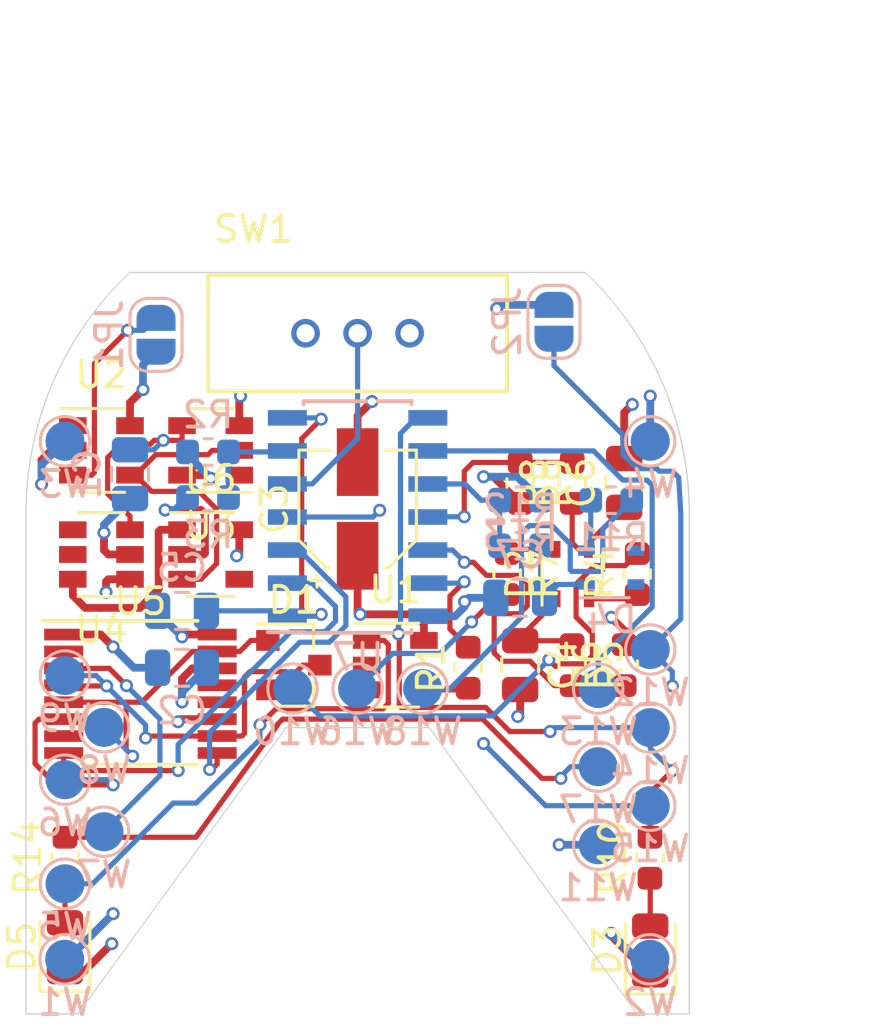
<source format=kicad_pcb>
(kicad_pcb (version 20171130) (host pcbnew "(5.0.0)")

  (general
    (thickness 1.6)
    (drawings 14)
    (tracks 427)
    (zones 0)
    (modules 54)
    (nets 38)
  )

  (page A4)
  (layers
    (0 F.Cu signal)
    (1 In1.Cu signal hide)
    (2 In2.Cu power hide)
    (31 B.Cu signal)
    (32 B.Adhes user)
    (33 F.Adhes user)
    (34 B.Paste user)
    (35 F.Paste user)
    (36 B.SilkS user)
    (37 F.SilkS user)
    (38 B.Mask user)
    (39 F.Mask user)
    (40 Dwgs.User user)
    (41 Cmts.User user)
    (42 Eco1.User user)
    (43 Eco2.User user hide)
    (44 Edge.Cuts user)
    (45 Margin user)
    (46 B.CrtYd user)
    (47 F.CrtYd user)
    (48 B.Fab user hide)
    (49 F.Fab user hide)
  )

  (setup
    (last_trace_width 0.2)
    (trace_clearance 0.2)
    (zone_clearance 0.25)
    (zone_45_only no)
    (trace_min 0.2)
    (segment_width 0.2)
    (edge_width 0.05)
    (via_size 0.5)
    (via_drill 0.3)
    (via_min_size 0.3)
    (via_min_drill 0.3)
    (uvia_size 0.25)
    (uvia_drill 0.1)
    (uvias_allowed no)
    (uvia_min_size 0.2)
    (uvia_min_drill 0.1)
    (pcb_text_width 0.3)
    (pcb_text_size 1.5 1.5)
    (mod_edge_width 0.15)
    (mod_text_size 0.85 0.85)
    (mod_text_width 0.15)
    (pad_size 1.524 1.524)
    (pad_drill 0.762)
    (pad_to_mask_clearance 0.05)
    (aux_axis_origin 0 0)
    (grid_origin 113.1 53.65)
    (visible_elements 7FFDFFFF)
    (pcbplotparams
      (layerselection 0x00030_80000001)
      (usegerberextensions false)
      (usegerberattributes false)
      (usegerberadvancedattributes false)
      (creategerberjobfile false)
      (excludeedgelayer true)
      (linewidth 0.100000)
      (plotframeref false)
      (viasonmask false)
      (mode 1)
      (useauxorigin false)
      (hpglpennumber 1)
      (hpglpenspeed 20)
      (hpglpendiameter 15.000000)
      (psnegative false)
      (psa4output false)
      (plotreference true)
      (plotvalue true)
      (plotinvisibletext false)
      (padsonsilk false)
      (subtractmaskfromsilk false)
      (outputformat 1)
      (mirror false)
      (drillshape 1)
      (scaleselection 1)
      (outputdirectory ""))
  )

  (net 0 "")
  (net 1 GND)
  (net 2 /mode_select)
  (net 3 "Net-(D1-Pad1)")
  (net 4 "Net-(D2-Pad2)")
  (net 5 /switch)
  (net 6 "Net-(D1-Pad2)")
  (net 7 "Net-(D4-Pad2)")
  (net 8 /PGPExt_Signal_Processing/LEDb)
  (net 9 /PGPExt_Signal_Processing/LEDg)
  (net 10 /PGPExt_Signal_Processing/LEDr)
  (net 11 VDD)
  (net 12 "Net-(C6-Pad1)")
  (net 13 VDDA)
  (net 14 "Net-(C1-Pad1)")
  (net 15 /PGPExt_Signal_Processing/LEDb_i)
  (net 16 /PGPExt_Signal_Processing/LEDg_i)
  (net 17 /PGPExt_Signal_Processing/LEDr_i)
  (net 18 +BATT)
  (net 19 "Net-(JP1-Pad1)")
  (net 20 /motor_auto)
  (net 21 /motor_manual)
  (net 22 "Net-(C4-Pad1)")
  (net 23 "Net-(C7-Pad1)")
  (net 24 "Net-(D2-Pad4)")
  (net 25 "Net-(D3-Pad2)")
  (net 26 "Net-(R1-Pad1)")
  (net 27 /PGPExt_Signal_Processing/battvolt)
  (net 28 "Net-(R10-Pad2)")
  (net 29 "Net-(U1-Pad1)")
  (net 30 "Net-(U2-Pad4)")
  (net 31 "Net-(U5-Pad3)")
  (net 32 "Net-(U5-Pad6)")
  (net 33 "Net-(U7-Pad4)")
  (net 34 "Net-(U7-Pad9)")
  (net 35 "Net-(D5-Pad2)")
  (net 36 "Net-(R14-Pad2)")
  (net 37 "Net-(C5-Pad1)")

  (net_class Default "Dies ist die voreingestellte Netzklasse."
    (clearance 0.2)
    (trace_width 0.2)
    (via_dia 0.5)
    (via_drill 0.3)
    (uvia_dia 0.25)
    (uvia_drill 0.1)
    (add_net /PGPExt_Signal_Processing/LEDb)
    (add_net /PGPExt_Signal_Processing/LEDb_i)
    (add_net /PGPExt_Signal_Processing/LEDg)
    (add_net /PGPExt_Signal_Processing/LEDg_i)
    (add_net /PGPExt_Signal_Processing/LEDr)
    (add_net /PGPExt_Signal_Processing/LEDr_i)
    (add_net /PGPExt_Signal_Processing/battvolt)
    (add_net /mode_select)
    (add_net /motor_auto)
    (add_net /motor_manual)
    (add_net /switch)
    (add_net "Net-(C1-Pad1)")
    (add_net "Net-(C4-Pad1)")
    (add_net "Net-(C5-Pad1)")
    (add_net "Net-(C6-Pad1)")
    (add_net "Net-(C7-Pad1)")
    (add_net "Net-(D1-Pad1)")
    (add_net "Net-(D1-Pad2)")
    (add_net "Net-(D2-Pad2)")
    (add_net "Net-(D2-Pad4)")
    (add_net "Net-(D3-Pad2)")
    (add_net "Net-(D4-Pad2)")
    (add_net "Net-(D5-Pad2)")
    (add_net "Net-(JP1-Pad1)")
    (add_net "Net-(R1-Pad1)")
    (add_net "Net-(R10-Pad2)")
    (add_net "Net-(R14-Pad2)")
    (add_net "Net-(U1-Pad1)")
    (add_net "Net-(U2-Pad4)")
    (add_net "Net-(U5-Pad3)")
    (add_net "Net-(U5-Pad6)")
    (add_net "Net-(U7-Pad4)")
    (add_net "Net-(U7-Pad9)")
  )

  (net_class power ""
    (clearance 0.2)
    (trace_width 0.3)
    (via_dia 0.5)
    (via_drill 0.3)
    (uvia_dia 0.25)
    (uvia_drill 0.1)
    (add_net +BATT)
    (add_net GND)
    (add_net VDD)
    (add_net VDDA)
  )

  (module TestPoint:TestPoint_Pad_D1.5mm (layer B.Cu) (tedit 5A0F774F) (tstamp 5BB57D40)
    (at 122 55.5)
    (descr "SMD pad as test Point, diameter 1.5mm")
    (tags "test point SMD pad")
    (path /5B501B74/5B6681AA)
    (attr virtual)
    (fp_text reference W13 (at 0 1.648) (layer B.SilkS)
      (effects (font (size 1 1) (thickness 0.15)) (justify mirror))
    )
    (fp_text value TEST_1P (at 0 -1.75) (layer B.Fab)
      (effects (font (size 1 1) (thickness 0.15)) (justify mirror))
    )
    (fp_text user %R (at 0 1.65) (layer B.Fab)
      (effects (font (size 1 1) (thickness 0.15)) (justify mirror))
    )
    (fp_circle (center 0 0) (end 1.25 0) (layer B.CrtYd) (width 0.05))
    (fp_circle (center 0 0) (end 0 -0.95) (layer B.SilkS) (width 0.12))
    (pad 1 smd circle (at 0 0) (size 1.5 1.5) (layers B.Cu B.Mask)
      (net 34 "Net-(U7-Pad9)"))
  )

  (module Jumper:SolderJumper-2_P1.3mm_Open_RoundedPad1.0x1.5mm (layer B.Cu) (tedit 5B391E66) (tstamp 5BBFB239)
    (at 120.3 41.41 270)
    (descr "SMD Solder Jumper, 1x1.5mm, rounded Pads, 0.3mm gap, open")
    (tags "solder jumper open")
    (path /5B501B74/5B8B42CC)
    (attr virtual)
    (fp_text reference JP2 (at 0 1.8 270) (layer B.SilkS)
      (effects (font (size 1 1) (thickness 0.15)) (justify mirror))
    )
    (fp_text value Jumper_NC_Small (at 0 -1.9 270) (layer B.Fab)
      (effects (font (size 1 1) (thickness 0.15)) (justify mirror))
    )
    (fp_arc (start 0.7 0.3) (end 1.4 0.3) (angle 90) (layer B.SilkS) (width 0.12))
    (fp_arc (start 0.7 -0.3) (end 0.7 -1) (angle 90) (layer B.SilkS) (width 0.12))
    (fp_arc (start -0.7 -0.3) (end -1.4 -0.3) (angle 90) (layer B.SilkS) (width 0.12))
    (fp_arc (start -0.7 0.3) (end -0.7 1) (angle 90) (layer B.SilkS) (width 0.12))
    (fp_line (start -1.4 -0.3) (end -1.4 0.3) (layer B.SilkS) (width 0.12))
    (fp_line (start 0.7 -1) (end -0.7 -1) (layer B.SilkS) (width 0.12))
    (fp_line (start 1.4 0.3) (end 1.4 -0.3) (layer B.SilkS) (width 0.12))
    (fp_line (start -0.7 1) (end 0.7 1) (layer B.SilkS) (width 0.12))
    (fp_line (start -1.65 1.25) (end 1.65 1.25) (layer B.CrtYd) (width 0.05))
    (fp_line (start -1.65 1.25) (end -1.65 -1.25) (layer B.CrtYd) (width 0.05))
    (fp_line (start 1.65 -1.25) (end 1.65 1.25) (layer B.CrtYd) (width 0.05))
    (fp_line (start 1.65 -1.25) (end -1.65 -1.25) (layer B.CrtYd) (width 0.05))
    (pad 1 smd custom (at -0.65 0 270) (size 1 0.5) (layers B.Cu B.Mask)
      (net 11 VDD) (zone_connect 0)
      (options (clearance outline) (anchor rect))
      (primitives
        (gr_circle (center 0 -0.25) (end 0.5 -0.25) (width 0))
        (gr_circle (center 0 0.25) (end 0.5 0.25) (width 0))
        (gr_poly (pts
           (xy 0 0.75) (xy 0.5 0.75) (xy 0.5 -0.75) (xy 0 -0.75)) (width 0))
      ))
    (pad 2 smd custom (at 0.65 0 270) (size 1 0.5) (layers B.Cu B.Mask)
      (net 37 "Net-(C5-Pad1)") (zone_connect 0)
      (options (clearance outline) (anchor rect))
      (primitives
        (gr_circle (center 0 -0.25) (end 0.5 -0.25) (width 0))
        (gr_circle (center 0 0.25) (end 0.5 0.25) (width 0))
        (gr_poly (pts
           (xy 0 0.75) (xy -0.5 0.75) (xy -0.5 -0.75) (xy 0 -0.75)) (width 0))
      ))
  )

  (module Capacitor_SMD:C_0805_2012Metric (layer B.Cu) (tedit 5B36C52B) (tstamp 5BB57AB6)
    (at 106 52.513827 180)
    (descr "Capacitor SMD 0805 (2012 Metric), square (rectangular) end terminal, IPC_7351 nominal, (Body size source: https://docs.google.com/spreadsheets/d/1BsfQQcO9C6DZCsRaXUlFlo91Tg2WpOkGARC1WS5S8t0/edit?usp=sharing), generated with kicad-footprint-generator")
    (tags capacitor)
    (path /5B501B74/5B4F597E)
    (attr smd)
    (fp_text reference C5 (at 0 1.65 180) (layer B.SilkS)
      (effects (font (size 1 1) (thickness 0.15)) (justify mirror))
    )
    (fp_text value 100n (at 0 -1.65 180) (layer B.Fab)
      (effects (font (size 1 1) (thickness 0.15)) (justify mirror))
    )
    (fp_text user %R (at 0 0 180) (layer B.Fab)
      (effects (font (size 0.5 0.5) (thickness 0.08)) (justify mirror))
    )
    (fp_line (start 1.68 -0.95) (end -1.68 -0.95) (layer B.CrtYd) (width 0.05))
    (fp_line (start 1.68 0.95) (end 1.68 -0.95) (layer B.CrtYd) (width 0.05))
    (fp_line (start -1.68 0.95) (end 1.68 0.95) (layer B.CrtYd) (width 0.05))
    (fp_line (start -1.68 -0.95) (end -1.68 0.95) (layer B.CrtYd) (width 0.05))
    (fp_line (start -0.258578 -0.71) (end 0.258578 -0.71) (layer B.SilkS) (width 0.12))
    (fp_line (start -0.258578 0.71) (end 0.258578 0.71) (layer B.SilkS) (width 0.12))
    (fp_line (start 1 -0.6) (end -1 -0.6) (layer B.Fab) (width 0.1))
    (fp_line (start 1 0.6) (end 1 -0.6) (layer B.Fab) (width 0.1))
    (fp_line (start -1 0.6) (end 1 0.6) (layer B.Fab) (width 0.1))
    (fp_line (start -1 -0.6) (end -1 0.6) (layer B.Fab) (width 0.1))
    (pad 2 smd roundrect (at 0.9375 0 180) (size 0.975 1.4) (layers B.Cu B.Paste B.Mask) (roundrect_rratio 0.25)
      (net 1 GND))
    (pad 1 smd roundrect (at -0.9375 0 180) (size 0.975 1.4) (layers B.Cu B.Paste B.Mask) (roundrect_rratio 0.25)
      (net 37 "Net-(C5-Pad1)"))
    (model ${KISYS3DMOD}/Capacitor_SMD.3dshapes/C_0805_2012Metric.wrl
      (at (xyz 0 0 0))
      (scale (xyz 1 1 1))
      (rotate (xyz 0 0 0))
    )
  )

  (module LED_SMD:LED_0805_2012Metric (layer F.Cu) (tedit 5B36C52C) (tstamp 5BB57B19)
    (at 124 65.5625 90)
    (descr "LED SMD 0805 (2012 Metric), square (rectangular) end terminal, IPC_7351 nominal, (Body size source: https://docs.google.com/spreadsheets/d/1BsfQQcO9C6DZCsRaXUlFlo91Tg2WpOkGARC1WS5S8t0/edit?usp=sharing), generated with kicad-footprint-generator")
    (tags diode)
    (path /5B501B74/5B4F59A8)
    (attr smd)
    (fp_text reference D3 (at 0 -1.65 90) (layer F.SilkS)
      (effects (font (size 1 1) (thickness 0.15)))
    )
    (fp_text value LED_red (at 0 1.65 90) (layer F.Fab)
      (effects (font (size 1 1) (thickness 0.15)))
    )
    (fp_line (start 1 -0.6) (end -0.7 -0.6) (layer F.Fab) (width 0.1))
    (fp_line (start -0.7 -0.6) (end -1 -0.3) (layer F.Fab) (width 0.1))
    (fp_line (start -1 -0.3) (end -1 0.6) (layer F.Fab) (width 0.1))
    (fp_line (start -1 0.6) (end 1 0.6) (layer F.Fab) (width 0.1))
    (fp_line (start 1 0.6) (end 1 -0.6) (layer F.Fab) (width 0.1))
    (fp_line (start 1 -0.96) (end -1.685 -0.96) (layer F.SilkS) (width 0.12))
    (fp_line (start -1.685 -0.96) (end -1.685 0.96) (layer F.SilkS) (width 0.12))
    (fp_line (start -1.685 0.96) (end 1 0.96) (layer F.SilkS) (width 0.12))
    (fp_line (start -1.68 0.95) (end -1.68 -0.95) (layer F.CrtYd) (width 0.05))
    (fp_line (start -1.68 -0.95) (end 1.68 -0.95) (layer F.CrtYd) (width 0.05))
    (fp_line (start 1.68 -0.95) (end 1.68 0.95) (layer F.CrtYd) (width 0.05))
    (fp_line (start 1.68 0.95) (end -1.68 0.95) (layer F.CrtYd) (width 0.05))
    (fp_text user %R (at 0 0 90) (layer F.Fab)
      (effects (font (size 0.5 0.5) (thickness 0.08)))
    )
    (pad 1 smd roundrect (at -0.9375 0 90) (size 0.975 1.4) (layers F.Cu F.Paste F.Mask) (roundrect_rratio 0.25)
      (net 1 GND))
    (pad 2 smd roundrect (at 0.9375 0 90) (size 0.975 1.4) (layers F.Cu F.Paste F.Mask) (roundrect_rratio 0.25)
      (net 25 "Net-(D3-Pad2)"))
    (model ${KISYS3DMOD}/LED_SMD.3dshapes/LED_0805_2012Metric.wrl
      (at (xyz 0 0 0))
      (scale (xyz 1 1 1))
      (rotate (xyz 0 0 0))
    )
  )

  (module Jumper:SolderJumper-2_P1.3mm_Open_RoundedPad1.0x1.5mm (layer B.Cu) (tedit 5B391E66) (tstamp 5BB57B3F)
    (at 105 41.91 270)
    (descr "SMD Solder Jumper, 1x1.5mm, rounded Pads, 0.3mm gap, open")
    (tags "solder jumper open")
    (path /5B668DBC)
    (attr virtual)
    (fp_text reference JP1 (at 0 1.8 270) (layer B.SilkS)
      (effects (font (size 1 1) (thickness 0.15)) (justify mirror))
    )
    (fp_text value Jumper_NO_Small (at 0 -1.9 270) (layer B.Fab)
      (effects (font (size 1 1) (thickness 0.15)) (justify mirror))
    )
    (fp_arc (start 0.7 0.3) (end 1.4 0.3) (angle 90) (layer B.SilkS) (width 0.12))
    (fp_arc (start 0.7 -0.3) (end 0.7 -1) (angle 90) (layer B.SilkS) (width 0.12))
    (fp_arc (start -0.7 -0.3) (end -1.4 -0.3) (angle 90) (layer B.SilkS) (width 0.12))
    (fp_arc (start -0.7 0.3) (end -0.7 1) (angle 90) (layer B.SilkS) (width 0.12))
    (fp_line (start -1.4 -0.3) (end -1.4 0.3) (layer B.SilkS) (width 0.12))
    (fp_line (start 0.7 -1) (end -0.7 -1) (layer B.SilkS) (width 0.12))
    (fp_line (start 1.4 0.3) (end 1.4 -0.3) (layer B.SilkS) (width 0.12))
    (fp_line (start -0.7 1) (end 0.7 1) (layer B.SilkS) (width 0.12))
    (fp_line (start -1.65 1.25) (end 1.65 1.25) (layer B.CrtYd) (width 0.05))
    (fp_line (start -1.65 1.25) (end -1.65 -1.25) (layer B.CrtYd) (width 0.05))
    (fp_line (start 1.65 -1.25) (end 1.65 1.25) (layer B.CrtYd) (width 0.05))
    (fp_line (start 1.65 -1.25) (end -1.65 -1.25) (layer B.CrtYd) (width 0.05))
    (pad 1 smd custom (at -0.65 0 270) (size 1 0.5) (layers B.Cu B.Mask)
      (net 19 "Net-(JP1-Pad1)") (zone_connect 0)
      (options (clearance outline) (anchor rect))
      (primitives
        (gr_circle (center 0 -0.25) (end 0.5 -0.25) (width 0))
        (gr_circle (center 0 0.25) (end 0.5 0.25) (width 0))
        (gr_poly (pts
           (xy 0 0.75) (xy 0.5 0.75) (xy 0.5 -0.75) (xy 0 -0.75)) (width 0))
      ))
    (pad 2 smd custom (at 0.65 0 270) (size 1 0.5) (layers B.Cu B.Mask)
      (net 1 GND) (zone_connect 0)
      (options (clearance outline) (anchor rect))
      (primitives
        (gr_circle (center 0 -0.25) (end 0.5 -0.25) (width 0))
        (gr_circle (center 0 0.25) (end 0.5 0.25) (width 0))
        (gr_poly (pts
           (xy 0 0.75) (xy -0.5 0.75) (xy -0.5 -0.75) (xy 0 -0.75)) (width 0))
      ))
  )

  (module Resistor_SMD:R_0603_1608Metric (layer F.Cu) (tedit 5B301BBD) (tstamp 5BB57BE9)
    (at 123.989634 62 90)
    (descr "Resistor SMD 0603 (1608 Metric), square (rectangular) end terminal, IPC_7351 nominal, (Body size source: http://www.tortai-tech.com/upload/download/2011102023233369053.pdf), generated with kicad-footprint-generator")
    (tags resistor)
    (path /5B501B74/5B4F599A)
    (attr smd)
    (fp_text reference R10 (at 0 -1.43 90) (layer F.SilkS)
      (effects (font (size 1 1) (thickness 0.15)))
    )
    (fp_text value 220 (at 0 1.43 90) (layer F.Fab)
      (effects (font (size 1 1) (thickness 0.15)))
    )
    (fp_text user %R (at 0 0 90) (layer F.Fab)
      (effects (font (size 0.4 0.4) (thickness 0.06)))
    )
    (fp_line (start 1.48 0.73) (end -1.48 0.73) (layer F.CrtYd) (width 0.05))
    (fp_line (start 1.48 -0.73) (end 1.48 0.73) (layer F.CrtYd) (width 0.05))
    (fp_line (start -1.48 -0.73) (end 1.48 -0.73) (layer F.CrtYd) (width 0.05))
    (fp_line (start -1.48 0.73) (end -1.48 -0.73) (layer F.CrtYd) (width 0.05))
    (fp_line (start -0.162779 0.51) (end 0.162779 0.51) (layer F.SilkS) (width 0.12))
    (fp_line (start -0.162779 -0.51) (end 0.162779 -0.51) (layer F.SilkS) (width 0.12))
    (fp_line (start 0.8 0.4) (end -0.8 0.4) (layer F.Fab) (width 0.1))
    (fp_line (start 0.8 -0.4) (end 0.8 0.4) (layer F.Fab) (width 0.1))
    (fp_line (start -0.8 -0.4) (end 0.8 -0.4) (layer F.Fab) (width 0.1))
    (fp_line (start -0.8 0.4) (end -0.8 -0.4) (layer F.Fab) (width 0.1))
    (pad 2 smd roundrect (at 0.7875 0 90) (size 0.875 0.95) (layers F.Cu F.Paste F.Mask) (roundrect_rratio 0.25)
      (net 28 "Net-(R10-Pad2)"))
    (pad 1 smd roundrect (at -0.7875 0 90) (size 0.875 0.95) (layers F.Cu F.Paste F.Mask) (roundrect_rratio 0.25)
      (net 25 "Net-(D3-Pad2)"))
    (model ${KISYS3DMOD}/Resistor_SMD.3dshapes/R_0603_1608Metric.wrl
      (at (xyz 0 0 0))
      (scale (xyz 1 1 1))
      (rotate (xyz 0 0 0))
    )
  )

  (module additional_parts:SW_SSSS912500_ALPS (layer F.Cu) (tedit 5B31F987) (tstamp 5BB57C2B)
    (at 112.75 41.85)
    (path /5B2B1500)
    (fp_text reference SW1 (at -4 -4) (layer F.SilkS)
      (effects (font (size 1 1) (thickness 0.15)))
    )
    (fp_text value SW_SPDT (at 1 4) (layer F.Fab)
      (effects (font (size 1 1) (thickness 0.15)))
    )
    (fp_line (start -5.8 2.3) (end -5.8 -2.3) (layer F.CrtYd) (width 0.05))
    (fp_line (start 5.8 2.3) (end -5.8 2.3) (layer F.CrtYd) (width 0.05))
    (fp_line (start 5.8 -2.3) (end 5.8 2.3) (layer F.CrtYd) (width 0.05))
    (fp_line (start -5.8 -2.3) (end 5.8 -2.3) (layer F.CrtYd) (width 0.05))
    (fp_line (start 5.75 -2.23) (end -5.75 -2.23) (layer F.SilkS) (width 0.15))
    (fp_line (start 5.75 2.23) (end 5.75 -2.23) (layer F.SilkS) (width 0.15))
    (fp_line (start -5.75 2.23) (end 5.75 2.23) (layer F.SilkS) (width 0.15))
    (fp_line (start -5.75 -2.23) (end -5.75 2.23) (layer F.SilkS) (width 0.15))
    (pad 1 thru_hole circle (at -2 0) (size 1.1 1.1) (drill 0.7) (layers *.Cu *.Mask))
    (pad 2 thru_hole circle (at 0 0) (size 1.1 1.1) (drill 0.7) (layers *.Cu *.Mask)
      (net 2 /mode_select))
    (pad 3 thru_hole circle (at 2 0) (size 1.1 1.1) (drill 0.7) (layers *.Cu *.Mask)
      (net 1 GND))
    (model ${KICAD_FP_DIR}/packages3d/switch.wrl
      (at (xyz 0 0 0))
      (scale (xyz 1 1 1))
      (rotate (xyz 0 0 0))
    )
  )

  (module TestPoint:TestPoint_Pad_D1.5mm (layer B.Cu) (tedit 5A0F774F) (tstamp 5BB57CE0)
    (at 101.489634 65.9)
    (descr "SMD pad as test Point, diameter 1.5mm")
    (tags "test point SMD pad")
    (path /5A5B11EB)
    (attr virtual)
    (fp_text reference W1 (at 0 1.648) (layer B.SilkS)
      (effects (font (size 1 1) (thickness 0.15)) (justify mirror))
    )
    (fp_text value GoPlusPower+ (at 0 -1.75) (layer B.Fab)
      (effects (font (size 1 1) (thickness 0.15)) (justify mirror))
    )
    (fp_circle (center 0 0) (end 0 -0.95) (layer B.SilkS) (width 0.12))
    (fp_circle (center 0 0) (end 1.25 0) (layer B.CrtYd) (width 0.05))
    (fp_text user %R (at 0 1.65) (layer B.Fab)
      (effects (font (size 1 1) (thickness 0.15)) (justify mirror))
    )
    (pad 1 smd circle (at 0 0) (size 1.5 1.5) (layers B.Cu B.Mask)
      (net 11 VDD))
  )

  (module TestPoint:TestPoint_Pad_D1.5mm (layer B.Cu) (tedit 5A0F774F) (tstamp 5BB57CE8)
    (at 123.989634 65.9)
    (descr "SMD pad as test Point, diameter 1.5mm")
    (tags "test point SMD pad")
    (path /5A5B129F)
    (attr virtual)
    (fp_text reference W2 (at 0 1.648) (layer B.SilkS)
      (effects (font (size 1 1) (thickness 0.15)) (justify mirror))
    )
    (fp_text value GoPlusPower- (at 0 -1.75) (layer B.Fab)
      (effects (font (size 1 1) (thickness 0.15)) (justify mirror))
    )
    (fp_text user %R (at 0 1.65) (layer B.Fab)
      (effects (font (size 1 1) (thickness 0.15)) (justify mirror))
    )
    (fp_circle (center 0 0) (end 1.25 0) (layer B.CrtYd) (width 0.05))
    (fp_circle (center 0 0) (end 0 -0.95) (layer B.SilkS) (width 0.12))
    (pad 1 smd circle (at 0 0) (size 1.5 1.5) (layers B.Cu B.Mask)
      (net 1 GND))
  )

  (module TestPoint:TestPoint_Pad_D1.5mm (layer B.Cu) (tedit 5A0F774F) (tstamp 5BB57CF0)
    (at 101.5 46)
    (descr "SMD pad as test Point, diameter 1.5mm")
    (tags "test point SMD pad")
    (path /5B79D5D6)
    (attr virtual)
    (fp_text reference W3 (at 0 1.648) (layer B.SilkS)
      (effects (font (size 1 1) (thickness 0.15)) (justify mirror))
    )
    (fp_text value BatteryPower+ (at 0 -1.75) (layer B.Fab)
      (effects (font (size 1 1) (thickness 0.15)) (justify mirror))
    )
    (fp_circle (center 0 0) (end 0 -0.95) (layer B.SilkS) (width 0.12))
    (fp_circle (center 0 0) (end 1.25 0) (layer B.CrtYd) (width 0.05))
    (fp_text user %R (at 0 1.65) (layer B.Fab)
      (effects (font (size 1 1) (thickness 0.15)) (justify mirror))
    )
    (pad 1 smd circle (at 0 0) (size 1.5 1.5) (layers B.Cu B.Mask)
      (net 18 +BATT))
  )

  (module TestPoint:TestPoint_Pad_D1.5mm (layer B.Cu) (tedit 5A0F774F) (tstamp 5BB57CF8)
    (at 124 46)
    (descr "SMD pad as test Point, diameter 1.5mm")
    (tags "test point SMD pad")
    (path /5B79D5DC)
    (attr virtual)
    (fp_text reference W4 (at 0 1.648) (layer B.SilkS)
      (effects (font (size 1 1) (thickness 0.15)) (justify mirror))
    )
    (fp_text value BatteryPower- (at 0 -1.75) (layer B.Fab)
      (effects (font (size 1 1) (thickness 0.15)) (justify mirror))
    )
    (fp_text user %R (at 0 1.65) (layer B.Fab)
      (effects (font (size 1 1) (thickness 0.15)) (justify mirror))
    )
    (fp_circle (center 0 0) (end 1.25 0) (layer B.CrtYd) (width 0.05))
    (fp_circle (center 0 0) (end 0 -0.95) (layer B.SilkS) (width 0.12))
    (pad 1 smd circle (at 0 0) (size 1.5 1.5) (layers B.Cu B.Mask)
      (net 1 GND))
  )

  (module TestPoint:TestPoint_Pad_D1.5mm (layer B.Cu) (tedit 5A0F774F) (tstamp 5BB57D00)
    (at 101.5 63)
    (descr "SMD pad as test Point, diameter 1.5mm")
    (tags "test point SMD pad")
    (path /580E82CA)
    (attr virtual)
    (fp_text reference W5 (at 0 1.648) (layer B.SilkS)
      (effects (font (size 1 1) (thickness 0.15)) (justify mirror))
    )
    (fp_text value switch (at 0 -1.75) (layer B.Fab)
      (effects (font (size 1 1) (thickness 0.15)) (justify mirror))
    )
    (fp_text user %R (at 0 1.65) (layer B.Fab)
      (effects (font (size 1 1) (thickness 0.15)) (justify mirror))
    )
    (fp_circle (center 0 0) (end 1.25 0) (layer B.CrtYd) (width 0.05))
    (fp_circle (center 0 0) (end 0 -0.95) (layer B.SilkS) (width 0.12))
    (pad 1 smd circle (at 0 0) (size 1.5 1.5) (layers B.Cu B.Mask)
      (net 29 "Net-(U1-Pad1)"))
  )

  (module TestPoint:TestPoint_Pad_D1.5mm (layer B.Cu) (tedit 5A0F774F) (tstamp 5BB57D08)
    (at 101.5 59)
    (descr "SMD pad as test Point, diameter 1.5mm")
    (tags "test point SMD pad")
    (path /5B74442B)
    (attr virtual)
    (fp_text reference W6 (at 0 1.648) (layer B.SilkS)
      (effects (font (size 1 1) (thickness 0.15)) (justify mirror))
    )
    (fp_text value GoPlus- (at 0 -1.75) (layer B.Fab)
      (effects (font (size 1 1) (thickness 0.15)) (justify mirror))
    )
    (fp_text user %R (at 0 1.65) (layer B.Fab)
      (effects (font (size 1 1) (thickness 0.15)) (justify mirror))
    )
    (fp_circle (center 0 0) (end 1.25 0) (layer B.CrtYd) (width 0.05))
    (fp_circle (center 0 0) (end 0 -0.95) (layer B.SilkS) (width 0.12))
    (pad 1 smd circle (at 0 0) (size 1.5 1.5) (layers B.Cu B.Mask)
      (net 32 "Net-(U5-Pad6)"))
  )

  (module TestPoint:TestPoint_Pad_D1.5mm (layer B.Cu) (tedit 5A0F774F) (tstamp 5BB57D10)
    (at 103 61)
    (descr "SMD pad as test Point, diameter 1.5mm")
    (tags "test point SMD pad")
    (path /5B7444A5)
    (attr virtual)
    (fp_text reference W7 (at 0 1.648) (layer B.SilkS)
      (effects (font (size 1 1) (thickness 0.15)) (justify mirror))
    )
    (fp_text value GoPlus+ (at 0 -1.75) (layer B.Fab)
      (effects (font (size 1 1) (thickness 0.15)) (justify mirror))
    )
    (fp_circle (center 0 0) (end 0 -0.95) (layer B.SilkS) (width 0.12))
    (fp_circle (center 0 0) (end 1.25 0) (layer B.CrtYd) (width 0.05))
    (fp_text user %R (at 0 1.65) (layer B.Fab)
      (effects (font (size 1 1) (thickness 0.15)) (justify mirror))
    )
    (pad 1 smd circle (at 0 0) (size 1.5 1.5) (layers B.Cu B.Mask)
      (net 31 "Net-(U5-Pad3)"))
  )

  (module TestPoint:TestPoint_Pad_D1.5mm (layer B.Cu) (tedit 5A0F774F) (tstamp 5BB57D18)
    (at 103 56.99)
    (descr "SMD pad as test Point, diameter 1.5mm")
    (tags "test point SMD pad")
    (path /58013F5A)
    (attr virtual)
    (fp_text reference W8 (at 0 1.648) (layer B.SilkS)
      (effects (font (size 1 1) (thickness 0.15)) (justify mirror))
    )
    (fp_text value motor- (at 0 -1.75) (layer B.Fab)
      (effects (font (size 1 1) (thickness 0.15)) (justify mirror))
    )
    (fp_circle (center 0 0) (end 0 -0.95) (layer B.SilkS) (width 0.12))
    (fp_circle (center 0 0) (end 1.25 0) (layer B.CrtYd) (width 0.05))
    (fp_text user %R (at 0 1.65) (layer B.Fab)
      (effects (font (size 1 1) (thickness 0.15)) (justify mirror))
    )
    (pad 1 smd circle (at 0 0) (size 1.5 1.5) (layers B.Cu B.Mask)
      (net 6 "Net-(D1-Pad2)"))
  )

  (module TestPoint:TestPoint_Pad_D1.5mm (layer B.Cu) (tedit 5A0F774F) (tstamp 5BB57D20)
    (at 101.5 55)
    (descr "SMD pad as test Point, diameter 1.5mm")
    (tags "test point SMD pad")
    (path /58013EC7)
    (attr virtual)
    (fp_text reference W9 (at 0 1.648) (layer B.SilkS)
      (effects (font (size 1 1) (thickness 0.15)) (justify mirror))
    )
    (fp_text value motor+ (at 0 -1.75) (layer B.Fab)
      (effects (font (size 1 1) (thickness 0.15)) (justify mirror))
    )
    (fp_text user %R (at 0 1.65) (layer B.Fab)
      (effects (font (size 1 1) (thickness 0.15)) (justify mirror))
    )
    (fp_circle (center 0 0) (end 1.25 0) (layer B.CrtYd) (width 0.05))
    (fp_circle (center 0 0) (end 0 -0.95) (layer B.SilkS) (width 0.12))
    (pad 1 smd circle (at 0 0) (size 1.5 1.5) (layers B.Cu B.Mask)
      (net 3 "Net-(D1-Pad1)"))
  )

  (module TestPoint:TestPoint_Pad_D1.5mm (layer B.Cu) (tedit 5A0F774F) (tstamp 5BB57D28)
    (at 110.25 55.5)
    (descr "SMD pad as test Point, diameter 1.5mm")
    (tags "test point SMD pad")
    (path /5B501B74/5B4DFD91)
    (attr virtual)
    (fp_text reference W10 (at 0 1.648) (layer B.SilkS)
      (effects (font (size 1 1) (thickness 0.15)) (justify mirror))
    )
    (fp_text value LEDb_i (at 0 -1.75) (layer B.Fab)
      (effects (font (size 1 1) (thickness 0.15)) (justify mirror))
    )
    (fp_circle (center 0 0) (end 0 -0.95) (layer B.SilkS) (width 0.12))
    (fp_circle (center 0 0) (end 1.25 0) (layer B.CrtYd) (width 0.05))
    (fp_text user %R (at 0 1.65) (layer B.Fab)
      (effects (font (size 1 1) (thickness 0.15)) (justify mirror))
    )
    (pad 1 smd circle (at 0 0) (size 1.5 1.5) (layers B.Cu B.Mask)
      (net 15 /PGPExt_Signal_Processing/LEDb_i))
  )

  (module TestPoint:TestPoint_Pad_D1.5mm (layer B.Cu) (tedit 5A0F774F) (tstamp 5BB57D30)
    (at 122 61.5)
    (descr "SMD pad as test Point, diameter 1.5mm")
    (tags "test point SMD pad")
    (path /5B501B74/5B667CEE)
    (attr virtual)
    (fp_text reference W11 (at 0 1.648) (layer B.SilkS)
      (effects (font (size 1 1) (thickness 0.15)) (justify mirror))
    )
    (fp_text value program- (at 0 -1.75) (layer B.Fab)
      (effects (font (size 1 1) (thickness 0.15)) (justify mirror))
    )
    (fp_circle (center 0 0) (end 0 -0.95) (layer B.SilkS) (width 0.12))
    (fp_circle (center 0 0) (end 1.25 0) (layer B.CrtYd) (width 0.05))
    (fp_text user %R (at 0 1.65) (layer B.Fab)
      (effects (font (size 1 1) (thickness 0.15)) (justify mirror))
    )
    (pad 1 smd circle (at 0 0) (size 1.5 1.5) (layers B.Cu B.Mask)
      (net 1 GND))
  )

  (module TestPoint:TestPoint_Pad_D1.5mm (layer B.Cu) (tedit 5A0F774F) (tstamp 5BB57D38)
    (at 124 54)
    (descr "SMD pad as test Point, diameter 1.5mm")
    (tags "test point SMD pad")
    (path /5B501B74/5B667B5A)
    (attr virtual)
    (fp_text reference W12 (at 0 1.648) (layer B.SilkS)
      (effects (font (size 1 1) (thickness 0.15)) (justify mirror))
    )
    (fp_text value program+ (at 0 -1.75) (layer B.Fab)
      (effects (font (size 1 1) (thickness 0.15)) (justify mirror))
    )
    (fp_text user %R (at 0 1.65) (layer B.Fab)
      (effects (font (size 1 1) (thickness 0.15)) (justify mirror))
    )
    (fp_circle (center 0 0) (end 1.25 0) (layer B.CrtYd) (width 0.05))
    (fp_circle (center 0 0) (end 0 -0.95) (layer B.SilkS) (width 0.12))
    (pad 1 smd circle (at 0 0) (size 1.5 1.5) (layers B.Cu B.Mask)
      (net 37 "Net-(C5-Pad1)"))
  )

  (module TestPoint:TestPoint_Pad_D1.5mm (layer B.Cu) (tedit 5A0F774F) (tstamp 5BB57D48)
    (at 124 57)
    (descr "SMD pad as test Point, diameter 1.5mm")
    (tags "test point SMD pad")
    (path /5B501B74/5B668143)
    (attr virtual)
    (fp_text reference W14 (at 0 1.648) (layer B.SilkS)
      (effects (font (size 1 1) (thickness 0.15)) (justify mirror))
    )
    (fp_text value TEST_1P (at 0 -1.75) (layer B.Fab)
      (effects (font (size 1 1) (thickness 0.15)) (justify mirror))
    )
    (fp_circle (center 0 0) (end 0 -0.95) (layer B.SilkS) (width 0.12))
    (fp_circle (center 0 0) (end 1.25 0) (layer B.CrtYd) (width 0.05))
    (fp_text user %R (at 0 1.65) (layer B.Fab)
      (effects (font (size 1 1) (thickness 0.15)) (justify mirror))
    )
    (pad 1 smd circle (at 0 0) (size 1.5 1.5) (layers B.Cu B.Mask)
      (net 28 "Net-(R10-Pad2)"))
  )

  (module TestPoint:TestPoint_Pad_D1.5mm (layer B.Cu) (tedit 5A0F774F) (tstamp 5BB57D50)
    (at 124 60)
    (descr "SMD pad as test Point, diameter 1.5mm")
    (tags "test point SMD pad")
    (path /5B501B74/5B6680DB)
    (attr virtual)
    (fp_text reference W15 (at 0 1.648) (layer B.SilkS)
      (effects (font (size 1 1) (thickness 0.15)) (justify mirror))
    )
    (fp_text value TEST_1P (at 0 -1.75) (layer B.Fab)
      (effects (font (size 1 1) (thickness 0.15)) (justify mirror))
    )
    (fp_text user %R (at 0 1.65) (layer B.Fab)
      (effects (font (size 1 1) (thickness 0.15)) (justify mirror))
    )
    (fp_circle (center 0 0) (end 1.25 0) (layer B.CrtYd) (width 0.05))
    (fp_circle (center 0 0) (end 0 -0.95) (layer B.SilkS) (width 0.12))
    (pad 1 smd circle (at 0 0) (size 1.5 1.5) (layers B.Cu B.Mask)
      (net 33 "Net-(U7-Pad4)"))
  )

  (module TestPoint:TestPoint_Pad_D1.5mm (layer B.Cu) (tedit 5A0F774F) (tstamp 5BB57D58)
    (at 112.75 55.5)
    (descr "SMD pad as test Point, diameter 1.5mm")
    (tags "test point SMD pad")
    (path /5B501B74/5B542FFC)
    (attr virtual)
    (fp_text reference W16 (at 0 1.648) (layer B.SilkS)
      (effects (font (size 1 1) (thickness 0.15)) (justify mirror))
    )
    (fp_text value LEDg_i (at 0 -1.75) (layer B.Fab)
      (effects (font (size 1 1) (thickness 0.15)) (justify mirror))
    )
    (fp_circle (center 0 0) (end 0 -0.95) (layer B.SilkS) (width 0.12))
    (fp_circle (center 0 0) (end 1.25 0) (layer B.CrtYd) (width 0.05))
    (fp_text user %R (at 0 1.65) (layer B.Fab)
      (effects (font (size 1 1) (thickness 0.15)) (justify mirror))
    )
    (pad 1 smd circle (at 0 0) (size 1.5 1.5) (layers B.Cu B.Mask)
      (net 16 /PGPExt_Signal_Processing/LEDg_i))
  )

  (module TestPoint:TestPoint_Pad_D1.5mm (layer B.Cu) (tedit 5A0F774F) (tstamp 5BB57D60)
    (at 122 58.5)
    (descr "SMD pad as test Point, diameter 1.5mm")
    (tags "test point SMD pad")
    (path /5B501B74/5B66807A)
    (attr virtual)
    (fp_text reference W17 (at 0 1.648) (layer B.SilkS)
      (effects (font (size 1 1) (thickness 0.15)) (justify mirror))
    )
    (fp_text value TEST_1P (at 0 -1.75) (layer B.Fab)
      (effects (font (size 1 1) (thickness 0.15)) (justify mirror))
    )
    (fp_circle (center 0 0) (end 0 -0.95) (layer B.SilkS) (width 0.12))
    (fp_circle (center 0 0) (end 1.25 0) (layer B.CrtYd) (width 0.05))
    (fp_text user %R (at 0 1.65) (layer B.Fab)
      (effects (font (size 1 1) (thickness 0.15)) (justify mirror))
    )
    (pad 1 smd circle (at 0 0) (size 1.5 1.5) (layers B.Cu B.Mask)
      (net 36 "Net-(R14-Pad2)"))
  )

  (module TestPoint:TestPoint_Pad_D1.5mm (layer B.Cu) (tedit 5A0F774F) (tstamp 5BB57D68)
    (at 115.25 55.5)
    (descr "SMD pad as test Point, diameter 1.5mm")
    (tags "test point SMD pad")
    (path /5B501B74/5B54338B)
    (attr virtual)
    (fp_text reference W18 (at 0 1.648) (layer B.SilkS)
      (effects (font (size 1 1) (thickness 0.15)) (justify mirror))
    )
    (fp_text value LEDr_i (at 0 -1.75) (layer B.Fab)
      (effects (font (size 1 1) (thickness 0.15)) (justify mirror))
    )
    (fp_text user %R (at 0 1.65) (layer B.Fab)
      (effects (font (size 1 1) (thickness 0.15)) (justify mirror))
    )
    (fp_circle (center 0 0) (end 1.25 0) (layer B.CrtYd) (width 0.05))
    (fp_circle (center 0 0) (end 0 -0.95) (layer B.SilkS) (width 0.12))
    (pad 1 smd circle (at 0 0) (size 1.5 1.5) (layers B.Cu B.Mask)
      (net 17 /PGPExt_Signal_Processing/LEDr_i))
  )

  (module LED_SMD:LED_0805_2012Metric (layer F.Cu) (tedit 5B36C52C) (tstamp 5BBFA71A)
    (at 101.5 65.4375 90)
    (descr "LED SMD 0805 (2012 Metric), square (rectangular) end terminal, IPC_7351 nominal, (Body size source: https://docs.google.com/spreadsheets/d/1BsfQQcO9C6DZCsRaXUlFlo91Tg2WpOkGARC1WS5S8t0/edit?usp=sharing), generated with kicad-footprint-generator")
    (tags diode)
    (path /5B501B74/5BC066AE)
    (attr smd)
    (fp_text reference D5 (at 0 -1.65 90) (layer F.SilkS)
      (effects (font (size 1 1) (thickness 0.15)))
    )
    (fp_text value LED_ora (at 0 1.65 90) (layer F.Fab)
      (effects (font (size 1 1) (thickness 0.15)))
    )
    (fp_line (start 1 -0.6) (end -0.7 -0.6) (layer F.Fab) (width 0.1))
    (fp_line (start -0.7 -0.6) (end -1 -0.3) (layer F.Fab) (width 0.1))
    (fp_line (start -1 -0.3) (end -1 0.6) (layer F.Fab) (width 0.1))
    (fp_line (start -1 0.6) (end 1 0.6) (layer F.Fab) (width 0.1))
    (fp_line (start 1 0.6) (end 1 -0.6) (layer F.Fab) (width 0.1))
    (fp_line (start 1 -0.96) (end -1.685 -0.96) (layer F.SilkS) (width 0.12))
    (fp_line (start -1.685 -0.96) (end -1.685 0.96) (layer F.SilkS) (width 0.12))
    (fp_line (start -1.685 0.96) (end 1 0.96) (layer F.SilkS) (width 0.12))
    (fp_line (start -1.68 0.95) (end -1.68 -0.95) (layer F.CrtYd) (width 0.05))
    (fp_line (start -1.68 -0.95) (end 1.68 -0.95) (layer F.CrtYd) (width 0.05))
    (fp_line (start 1.68 -0.95) (end 1.68 0.95) (layer F.CrtYd) (width 0.05))
    (fp_line (start 1.68 0.95) (end -1.68 0.95) (layer F.CrtYd) (width 0.05))
    (fp_text user %R (at 0 0 90) (layer F.Fab)
      (effects (font (size 0.5 0.5) (thickness 0.08)))
    )
    (pad 1 smd roundrect (at -0.9375 0 90) (size 0.975 1.4) (layers F.Cu F.Paste F.Mask) (roundrect_rratio 0.25)
      (net 1 GND))
    (pad 2 smd roundrect (at 0.9375 0 90) (size 0.975 1.4) (layers F.Cu F.Paste F.Mask) (roundrect_rratio 0.25)
      (net 35 "Net-(D5-Pad2)"))
    (model ${KISYS3DMOD}/LED_SMD.3dshapes/LED_0805_2012Metric.wrl
      (at (xyz 0 0 0))
      (scale (xyz 1 1 1))
      (rotate (xyz 0 0 0))
    )
  )

  (module Resistor_SMD:R_0603_1608Metric (layer F.Cu) (tedit 5B301BBD) (tstamp 5BBFA72B)
    (at 101.5 62 90)
    (descr "Resistor SMD 0603 (1608 Metric), square (rectangular) end terminal, IPC_7351 nominal, (Body size source: http://www.tortai-tech.com/upload/download/2011102023233369053.pdf), generated with kicad-footprint-generator")
    (tags resistor)
    (path /5B501B74/5BC066A8)
    (attr smd)
    (fp_text reference R14 (at 0 -1.43 90) (layer F.SilkS)
      (effects (font (size 1 1) (thickness 0.15)))
    )
    (fp_text value 220 (at 0 1.43 90) (layer F.Fab)
      (effects (font (size 1 1) (thickness 0.15)))
    )
    (fp_line (start -0.8 0.4) (end -0.8 -0.4) (layer F.Fab) (width 0.1))
    (fp_line (start -0.8 -0.4) (end 0.8 -0.4) (layer F.Fab) (width 0.1))
    (fp_line (start 0.8 -0.4) (end 0.8 0.4) (layer F.Fab) (width 0.1))
    (fp_line (start 0.8 0.4) (end -0.8 0.4) (layer F.Fab) (width 0.1))
    (fp_line (start -0.162779 -0.51) (end 0.162779 -0.51) (layer F.SilkS) (width 0.12))
    (fp_line (start -0.162779 0.51) (end 0.162779 0.51) (layer F.SilkS) (width 0.12))
    (fp_line (start -1.48 0.73) (end -1.48 -0.73) (layer F.CrtYd) (width 0.05))
    (fp_line (start -1.48 -0.73) (end 1.48 -0.73) (layer F.CrtYd) (width 0.05))
    (fp_line (start 1.48 -0.73) (end 1.48 0.73) (layer F.CrtYd) (width 0.05))
    (fp_line (start 1.48 0.73) (end -1.48 0.73) (layer F.CrtYd) (width 0.05))
    (fp_text user %R (at 0 0 90) (layer F.Fab)
      (effects (font (size 0.4 0.4) (thickness 0.06)))
    )
    (pad 1 smd roundrect (at -0.7875 0 90) (size 0.875 0.95) (layers F.Cu F.Paste F.Mask) (roundrect_rratio 0.25)
      (net 35 "Net-(D5-Pad2)"))
    (pad 2 smd roundrect (at 0.7875 0 90) (size 0.875 0.95) (layers F.Cu F.Paste F.Mask) (roundrect_rratio 0.25)
      (net 36 "Net-(R14-Pad2)"))
    (model ${KISYS3DMOD}/Resistor_SMD.3dshapes/R_0603_1608Metric.wrl
      (at (xyz 0 0 0))
      (scale (xyz 1 1 1))
      (rotate (xyz 0 0 0))
    )
  )

  (module Capacitor_SMD:C_0805_2012Metric (layer B.Cu) (tedit 5B36C52B) (tstamp 5BC22935)
    (at 104 47.263827 270)
    (descr "Capacitor SMD 0805 (2012 Metric), square (rectangular) end terminal, IPC_7351 nominal, (Body size source: https://docs.google.com/spreadsheets/d/1BsfQQcO9C6DZCsRaXUlFlo91Tg2WpOkGARC1WS5S8t0/edit?usp=sharing), generated with kicad-footprint-generator")
    (tags capacitor)
    (path /5B6615E2)
    (attr smd)
    (fp_text reference C1 (at 0 1.65 270) (layer B.SilkS)
      (effects (font (size 1 1) (thickness 0.15)) (justify mirror))
    )
    (fp_text value 22n (at 0 -1.65 270) (layer B.Fab)
      (effects (font (size 1 1) (thickness 0.15)) (justify mirror))
    )
    (fp_line (start -1 -0.6) (end -1 0.6) (layer B.Fab) (width 0.1))
    (fp_line (start -1 0.6) (end 1 0.6) (layer B.Fab) (width 0.1))
    (fp_line (start 1 0.6) (end 1 -0.6) (layer B.Fab) (width 0.1))
    (fp_line (start 1 -0.6) (end -1 -0.6) (layer B.Fab) (width 0.1))
    (fp_line (start -0.258578 0.71) (end 0.258578 0.71) (layer B.SilkS) (width 0.12))
    (fp_line (start -0.258578 -0.71) (end 0.258578 -0.71) (layer B.SilkS) (width 0.12))
    (fp_line (start -1.68 -0.95) (end -1.68 0.95) (layer B.CrtYd) (width 0.05))
    (fp_line (start -1.68 0.95) (end 1.68 0.95) (layer B.CrtYd) (width 0.05))
    (fp_line (start 1.68 0.95) (end 1.68 -0.95) (layer B.CrtYd) (width 0.05))
    (fp_line (start 1.68 -0.95) (end -1.68 -0.95) (layer B.CrtYd) (width 0.05))
    (fp_text user %R (at 0 0 270) (layer B.Fab)
      (effects (font (size 0.5 0.5) (thickness 0.08)) (justify mirror))
    )
    (pad 1 smd roundrect (at -0.9375 0 270) (size 0.975 1.4) (layers B.Cu B.Paste B.Mask) (roundrect_rratio 0.25)
      (net 14 "Net-(C1-Pad1)"))
    (pad 2 smd roundrect (at 0.9375 0 270) (size 0.975 1.4) (layers B.Cu B.Paste B.Mask) (roundrect_rratio 0.25)
      (net 1 GND))
    (model ${KISYS3DMOD}/Capacitor_SMD.3dshapes/C_0805_2012Metric.wrl
      (at (xyz 0 0 0))
      (scale (xyz 1 1 1))
      (rotate (xyz 0 0 0))
    )
  )

  (module Capacitor_SMD:C_0805_2012Metric (layer B.Cu) (tedit 5B36C52B) (tstamp 5BC22946)
    (at 106 54.7)
    (descr "Capacitor SMD 0805 (2012 Metric), square (rectangular) end terminal, IPC_7351 nominal, (Body size source: https://docs.google.com/spreadsheets/d/1BsfQQcO9C6DZCsRaXUlFlo91Tg2WpOkGARC1WS5S8t0/edit?usp=sharing), generated with kicad-footprint-generator")
    (tags capacitor)
    (path /5B6F58F6)
    (attr smd)
    (fp_text reference C2 (at 0 1.65) (layer B.SilkS)
      (effects (font (size 1 1) (thickness 0.15)) (justify mirror))
    )
    (fp_text value 100n (at 0 -1.65) (layer B.Fab)
      (effects (font (size 1 1) (thickness 0.15)) (justify mirror))
    )
    (fp_text user %R (at 0 0) (layer B.Fab)
      (effects (font (size 0.5 0.5) (thickness 0.08)) (justify mirror))
    )
    (fp_line (start 1.68 -0.95) (end -1.68 -0.95) (layer B.CrtYd) (width 0.05))
    (fp_line (start 1.68 0.95) (end 1.68 -0.95) (layer B.CrtYd) (width 0.05))
    (fp_line (start -1.68 0.95) (end 1.68 0.95) (layer B.CrtYd) (width 0.05))
    (fp_line (start -1.68 -0.95) (end -1.68 0.95) (layer B.CrtYd) (width 0.05))
    (fp_line (start -0.258578 -0.71) (end 0.258578 -0.71) (layer B.SilkS) (width 0.12))
    (fp_line (start -0.258578 0.71) (end 0.258578 0.71) (layer B.SilkS) (width 0.12))
    (fp_line (start 1 -0.6) (end -1 -0.6) (layer B.Fab) (width 0.1))
    (fp_line (start 1 0.6) (end 1 -0.6) (layer B.Fab) (width 0.1))
    (fp_line (start -1 0.6) (end 1 0.6) (layer B.Fab) (width 0.1))
    (fp_line (start -1 -0.6) (end -1 0.6) (layer B.Fab) (width 0.1))
    (pad 2 smd roundrect (at 0.9375 0) (size 0.975 1.4) (layers B.Cu B.Paste B.Mask) (roundrect_rratio 0.25)
      (net 1 GND))
    (pad 1 smd roundrect (at -0.9375 0) (size 0.975 1.4) (layers B.Cu B.Paste B.Mask) (roundrect_rratio 0.25)
      (net 11 VDD))
    (model ${KISYS3DMOD}/Capacitor_SMD.3dshapes/C_0805_2012Metric.wrl
      (at (xyz 0 0 0))
      (scale (xyz 1 1 1))
      (rotate (xyz 0 0 0))
    )
  )

  (module Capacitor_SMD:CP_Elec_4x5.3 (layer F.Cu) (tedit 5B3026A2) (tstamp 5BC2296E)
    (at 112.75 48.6 90)
    (descr "SMT capacitor, aluminium electrolytic, 4x5.3, Vishay ")
    (tags "Capacitor Electrolytic")
    (path /5B2E43AD)
    (attr smd)
    (fp_text reference C3 (at 0 -3.2 90) (layer F.SilkS)
      (effects (font (size 1 1) (thickness 0.15)))
    )
    (fp_text value 4.7u (at 0 3.2 90) (layer F.Fab)
      (effects (font (size 1 1) (thickness 0.15)))
    )
    (fp_circle (center 0 0) (end 2 0) (layer F.Fab) (width 0.1))
    (fp_line (start 2.15 -2.15) (end 2.15 2.15) (layer F.Fab) (width 0.1))
    (fp_line (start -1.15 -2.15) (end 2.15 -2.15) (layer F.Fab) (width 0.1))
    (fp_line (start -1.15 2.15) (end 2.15 2.15) (layer F.Fab) (width 0.1))
    (fp_line (start -2.15 -1.15) (end -2.15 1.15) (layer F.Fab) (width 0.1))
    (fp_line (start -2.15 -1.15) (end -1.15 -2.15) (layer F.Fab) (width 0.1))
    (fp_line (start -2.15 1.15) (end -1.15 2.15) (layer F.Fab) (width 0.1))
    (fp_line (start -1.574773 -1) (end -1.174773 -1) (layer F.Fab) (width 0.1))
    (fp_line (start -1.374773 -1.2) (end -1.374773 -0.8) (layer F.Fab) (width 0.1))
    (fp_line (start 2.26 2.26) (end 2.26 1.06) (layer F.SilkS) (width 0.12))
    (fp_line (start 2.26 -2.26) (end 2.26 -1.06) (layer F.SilkS) (width 0.12))
    (fp_line (start -1.195563 -2.26) (end 2.26 -2.26) (layer F.SilkS) (width 0.12))
    (fp_line (start -1.195563 2.26) (end 2.26 2.26) (layer F.SilkS) (width 0.12))
    (fp_line (start -2.26 1.195563) (end -2.26 1.06) (layer F.SilkS) (width 0.12))
    (fp_line (start -2.26 -1.195563) (end -2.26 -1.06) (layer F.SilkS) (width 0.12))
    (fp_line (start -2.26 -1.195563) (end -1.195563 -2.26) (layer F.SilkS) (width 0.12))
    (fp_line (start -2.26 1.195563) (end -1.195563 2.26) (layer F.SilkS) (width 0.12))
    (fp_line (start -3 -1.56) (end -2.5 -1.56) (layer F.SilkS) (width 0.12))
    (fp_line (start -2.75 -1.81) (end -2.75 -1.31) (layer F.SilkS) (width 0.12))
    (fp_line (start 2.4 -2.4) (end 2.4 -1.05) (layer F.CrtYd) (width 0.05))
    (fp_line (start 2.4 -1.05) (end 3.35 -1.05) (layer F.CrtYd) (width 0.05))
    (fp_line (start 3.35 -1.05) (end 3.35 1.05) (layer F.CrtYd) (width 0.05))
    (fp_line (start 3.35 1.05) (end 2.4 1.05) (layer F.CrtYd) (width 0.05))
    (fp_line (start 2.4 1.05) (end 2.4 2.4) (layer F.CrtYd) (width 0.05))
    (fp_line (start -1.25 2.4) (end 2.4 2.4) (layer F.CrtYd) (width 0.05))
    (fp_line (start -1.25 -2.4) (end 2.4 -2.4) (layer F.CrtYd) (width 0.05))
    (fp_line (start -2.4 1.25) (end -1.25 2.4) (layer F.CrtYd) (width 0.05))
    (fp_line (start -2.4 -1.25) (end -1.25 -2.4) (layer F.CrtYd) (width 0.05))
    (fp_line (start -2.4 -1.25) (end -2.4 -1.05) (layer F.CrtYd) (width 0.05))
    (fp_line (start -2.4 1.05) (end -2.4 1.25) (layer F.CrtYd) (width 0.05))
    (fp_line (start -2.4 -1.05) (end -3.35 -1.05) (layer F.CrtYd) (width 0.05))
    (fp_line (start -3.35 -1.05) (end -3.35 1.05) (layer F.CrtYd) (width 0.05))
    (fp_line (start -3.35 1.05) (end -2.4 1.05) (layer F.CrtYd) (width 0.05))
    (fp_text user %R (at 0 0 90) (layer F.Fab)
      (effects (font (size 0.8 0.8) (thickness 0.12)))
    )
    (pad 1 smd rect (at -1.8 0 90) (size 2.6 1.6) (layers F.Cu F.Paste F.Mask)
      (net 11 VDD))
    (pad 2 smd rect (at 1.8 0 90) (size 2.6 1.6) (layers F.Cu F.Paste F.Mask)
      (net 1 GND))
    (model ${KISYS3DMOD}/Capacitor_SMD.3dshapes/CP_Elec_4x5.3.wrl
      (at (xyz 0 0 0))
      (scale (xyz 1 1 1))
      (rotate (xyz 0 0 0))
    )
  )

  (module Capacitor_SMD:C_0805_2012Metric (layer F.Cu) (tedit 5B36C52B) (tstamp 5BC2297F)
    (at 119 54.6 270)
    (descr "Capacitor SMD 0805 (2012 Metric), square (rectangular) end terminal, IPC_7351 nominal, (Body size source: https://docs.google.com/spreadsheets/d/1BsfQQcO9C6DZCsRaXUlFlo91Tg2WpOkGARC1WS5S8t0/edit?usp=sharing), generated with kicad-footprint-generator")
    (tags capacitor)
    (path /5B501B74/5B539851)
    (attr smd)
    (fp_text reference C4 (at 0 -1.65 270) (layer F.SilkS)
      (effects (font (size 1 1) (thickness 0.15)))
    )
    (fp_text value 47n (at 0 1.65 270) (layer F.Fab)
      (effects (font (size 1 1) (thickness 0.15)))
    )
    (fp_line (start -1 0.6) (end -1 -0.6) (layer F.Fab) (width 0.1))
    (fp_line (start -1 -0.6) (end 1 -0.6) (layer F.Fab) (width 0.1))
    (fp_line (start 1 -0.6) (end 1 0.6) (layer F.Fab) (width 0.1))
    (fp_line (start 1 0.6) (end -1 0.6) (layer F.Fab) (width 0.1))
    (fp_line (start -0.258578 -0.71) (end 0.258578 -0.71) (layer F.SilkS) (width 0.12))
    (fp_line (start -0.258578 0.71) (end 0.258578 0.71) (layer F.SilkS) (width 0.12))
    (fp_line (start -1.68 0.95) (end -1.68 -0.95) (layer F.CrtYd) (width 0.05))
    (fp_line (start -1.68 -0.95) (end 1.68 -0.95) (layer F.CrtYd) (width 0.05))
    (fp_line (start 1.68 -0.95) (end 1.68 0.95) (layer F.CrtYd) (width 0.05))
    (fp_line (start 1.68 0.95) (end -1.68 0.95) (layer F.CrtYd) (width 0.05))
    (fp_text user %R (at 0 0 270) (layer F.Fab)
      (effects (font (size 0.5 0.5) (thickness 0.08)))
    )
    (pad 1 smd roundrect (at -0.9375 0 270) (size 0.975 1.4) (layers F.Cu F.Paste F.Mask) (roundrect_rratio 0.25)
      (net 22 "Net-(C4-Pad1)"))
    (pad 2 smd roundrect (at 0.9375 0 270) (size 0.975 1.4) (layers F.Cu F.Paste F.Mask) (roundrect_rratio 0.25)
      (net 1 GND))
    (model ${KISYS3DMOD}/Capacitor_SMD.3dshapes/C_0805_2012Metric.wrl
      (at (xyz 0 0 0))
      (scale (xyz 1 1 1))
      (rotate (xyz 0 0 0))
    )
  )

  (module Capacitor_SMD:C_0805_2012Metric (layer F.Cu) (tedit 5B36C52B) (tstamp 5BC22990)
    (at 123 47.6 90)
    (descr "Capacitor SMD 0805 (2012 Metric), square (rectangular) end terminal, IPC_7351 nominal, (Body size source: https://docs.google.com/spreadsheets/d/1BsfQQcO9C6DZCsRaXUlFlo91Tg2WpOkGARC1WS5S8t0/edit?usp=sharing), generated with kicad-footprint-generator")
    (tags capacitor)
    (path /5B501B74/5B543008)
    (attr smd)
    (fp_text reference C6 (at 0 -1.65 90) (layer F.SilkS)
      (effects (font (size 1 1) (thickness 0.15)))
    )
    (fp_text value 47n (at 0 1.65 90) (layer F.Fab)
      (effects (font (size 1 1) (thickness 0.15)))
    )
    (fp_text user %R (at 0 0 90) (layer F.Fab)
      (effects (font (size 0.5 0.5) (thickness 0.08)))
    )
    (fp_line (start 1.68 0.95) (end -1.68 0.95) (layer F.CrtYd) (width 0.05))
    (fp_line (start 1.68 -0.95) (end 1.68 0.95) (layer F.CrtYd) (width 0.05))
    (fp_line (start -1.68 -0.95) (end 1.68 -0.95) (layer F.CrtYd) (width 0.05))
    (fp_line (start -1.68 0.95) (end -1.68 -0.95) (layer F.CrtYd) (width 0.05))
    (fp_line (start -0.258578 0.71) (end 0.258578 0.71) (layer F.SilkS) (width 0.12))
    (fp_line (start -0.258578 -0.71) (end 0.258578 -0.71) (layer F.SilkS) (width 0.12))
    (fp_line (start 1 0.6) (end -1 0.6) (layer F.Fab) (width 0.1))
    (fp_line (start 1 -0.6) (end 1 0.6) (layer F.Fab) (width 0.1))
    (fp_line (start -1 -0.6) (end 1 -0.6) (layer F.Fab) (width 0.1))
    (fp_line (start -1 0.6) (end -1 -0.6) (layer F.Fab) (width 0.1))
    (pad 2 smd roundrect (at 0.9375 0 90) (size 0.975 1.4) (layers F.Cu F.Paste F.Mask) (roundrect_rratio 0.25)
      (net 1 GND))
    (pad 1 smd roundrect (at -0.9375 0 90) (size 0.975 1.4) (layers F.Cu F.Paste F.Mask) (roundrect_rratio 0.25)
      (net 12 "Net-(C6-Pad1)"))
    (model ${KISYS3DMOD}/Capacitor_SMD.3dshapes/C_0805_2012Metric.wrl
      (at (xyz 0 0 0))
      (scale (xyz 1 1 1))
      (rotate (xyz 0 0 0))
    )
  )

  (module Capacitor_SMD:C_0805_2012Metric (layer B.Cu) (tedit 5B36C52B) (tstamp 5BC251E4)
    (at 119 52.013827 180)
    (descr "Capacitor SMD 0805 (2012 Metric), square (rectangular) end terminal, IPC_7351 nominal, (Body size source: https://docs.google.com/spreadsheets/d/1BsfQQcO9C6DZCsRaXUlFlo91Tg2WpOkGARC1WS5S8t0/edit?usp=sharing), generated with kicad-footprint-generator")
    (tags capacitor)
    (path /5B501B74/5B543391)
    (attr smd)
    (fp_text reference C7 (at 0 1.65 180) (layer B.SilkS)
      (effects (font (size 1 1) (thickness 0.15)) (justify mirror))
    )
    (fp_text value 47n (at 0 -1.65 180) (layer B.Fab)
      (effects (font (size 1 1) (thickness 0.15)) (justify mirror))
    )
    (fp_line (start -1 -0.6) (end -1 0.6) (layer B.Fab) (width 0.1))
    (fp_line (start -1 0.6) (end 1 0.6) (layer B.Fab) (width 0.1))
    (fp_line (start 1 0.6) (end 1 -0.6) (layer B.Fab) (width 0.1))
    (fp_line (start 1 -0.6) (end -1 -0.6) (layer B.Fab) (width 0.1))
    (fp_line (start -0.258578 0.71) (end 0.258578 0.71) (layer B.SilkS) (width 0.12))
    (fp_line (start -0.258578 -0.71) (end 0.258578 -0.71) (layer B.SilkS) (width 0.12))
    (fp_line (start -1.68 -0.95) (end -1.68 0.95) (layer B.CrtYd) (width 0.05))
    (fp_line (start -1.68 0.95) (end 1.68 0.95) (layer B.CrtYd) (width 0.05))
    (fp_line (start 1.68 0.95) (end 1.68 -0.95) (layer B.CrtYd) (width 0.05))
    (fp_line (start 1.68 -0.95) (end -1.68 -0.95) (layer B.CrtYd) (width 0.05))
    (fp_text user %R (at 0 0 180) (layer B.Fab)
      (effects (font (size 0.5 0.5) (thickness 0.08)) (justify mirror))
    )
    (pad 1 smd roundrect (at -0.9375 0 180) (size 0.975 1.4) (layers B.Cu B.Paste B.Mask) (roundrect_rratio 0.25)
      (net 23 "Net-(C7-Pad1)"))
    (pad 2 smd roundrect (at 0.9375 0 180) (size 0.975 1.4) (layers B.Cu B.Paste B.Mask) (roundrect_rratio 0.25)
      (net 1 GND))
    (model ${KISYS3DMOD}/Capacitor_SMD.3dshapes/C_0805_2012Metric.wrl
      (at (xyz 0 0 0))
      (scale (xyz 1 1 1))
      (rotate (xyz 0 0 0))
    )
  )

  (module Diode_SMD:D_SOT-23_ANK (layer F.Cu) (tedit 587CCEF9) (tstamp 5BC229BB)
    (at 110.3 54.6)
    (descr "SOT-23, Single Diode")
    (tags SOT-23)
    (path /5B710E42)
    (attr smd)
    (fp_text reference D1 (at 0 -2.5) (layer F.SilkS)
      (effects (font (size 1 1) (thickness 0.15)))
    )
    (fp_text value D_ALT (at 0 2.5) (layer F.Fab)
      (effects (font (size 1 1) (thickness 0.15)))
    )
    (fp_text user %R (at 0 -2.5) (layer F.Fab)
      (effects (font (size 1 1) (thickness 0.15)))
    )
    (fp_line (start -0.15 -0.45) (end -0.4 -0.45) (layer F.Fab) (width 0.1))
    (fp_line (start -0.15 -0.25) (end 0.15 -0.45) (layer F.Fab) (width 0.1))
    (fp_line (start -0.15 -0.65) (end -0.15 -0.25) (layer F.Fab) (width 0.1))
    (fp_line (start 0.15 -0.45) (end -0.15 -0.65) (layer F.Fab) (width 0.1))
    (fp_line (start 0.15 -0.45) (end 0.4 -0.45) (layer F.Fab) (width 0.1))
    (fp_line (start 0.15 -0.65) (end 0.15 -0.25) (layer F.Fab) (width 0.1))
    (fp_line (start 0.76 1.58) (end 0.76 0.65) (layer F.SilkS) (width 0.12))
    (fp_line (start 0.76 -1.58) (end 0.76 -0.65) (layer F.SilkS) (width 0.12))
    (fp_line (start 0.7 -1.52) (end 0.7 1.52) (layer F.Fab) (width 0.1))
    (fp_line (start -0.7 1.52) (end 0.7 1.52) (layer F.Fab) (width 0.1))
    (fp_line (start -1.7 -1.75) (end 1.7 -1.75) (layer F.CrtYd) (width 0.05))
    (fp_line (start 1.7 -1.75) (end 1.7 1.75) (layer F.CrtYd) (width 0.05))
    (fp_line (start 1.7 1.75) (end -1.7 1.75) (layer F.CrtYd) (width 0.05))
    (fp_line (start -1.7 1.75) (end -1.7 -1.75) (layer F.CrtYd) (width 0.05))
    (fp_line (start 0.76 -1.58) (end -1.4 -1.58) (layer F.SilkS) (width 0.12))
    (fp_line (start -0.7 -1.52) (end 0.7 -1.52) (layer F.Fab) (width 0.1))
    (fp_line (start -0.7 -1.52) (end -0.7 1.52) (layer F.Fab) (width 0.1))
    (fp_line (start 0.76 1.58) (end -0.7 1.58) (layer F.SilkS) (width 0.12))
    (pad 2 smd rect (at -1 -0.95) (size 0.9 0.8) (layers F.Cu F.Paste F.Mask)
      (net 6 "Net-(D1-Pad2)"))
    (pad "" smd rect (at -1 0.95) (size 0.9 0.8) (layers F.Cu F.Paste F.Mask))
    (pad 1 smd rect (at 1 0) (size 0.9 0.8) (layers F.Cu F.Paste F.Mask)
      (net 3 "Net-(D1-Pad1)"))
    (model ${KISYS3DMOD}/Diode_SMD.3dshapes/D_SOT-23.wrl
      (at (xyz 0 0 0))
      (scale (xyz 1 1 1))
      (rotate (xyz 0 0 0))
    )
  )

  (module Package_TO_SOT_SMD:SOT-343_SC-70-4 (layer F.Cu) (tedit 5A02FF57) (tstamp 5BC229CF)
    (at 121 51.1 90)
    (descr "SOT-343, SC-70-4")
    (tags "SOT-343 SC-70-4")
    (path /5B501B74/5B4DFDBB)
    (attr smd)
    (fp_text reference D2 (at 0 -2 90) (layer F.SilkS)
      (effects (font (size 1 1) (thickness 0.15)))
    )
    (fp_text value D_Schottky_Dual (at 0 2 270) (layer F.Fab)
      (effects (font (size 1 1) (thickness 0.15)))
    )
    (fp_line (start -0.175 -1.1) (end -0.675 -0.6) (layer F.Fab) (width 0.1))
    (fp_line (start 0.675 1.1) (end -0.675 1.1) (layer F.Fab) (width 0.1))
    (fp_line (start 0.675 -1.1) (end 0.675 1.1) (layer F.Fab) (width 0.1))
    (fp_line (start -1.6 1.4) (end 1.6 1.4) (layer F.CrtYd) (width 0.05))
    (fp_line (start -0.675 -0.6) (end -0.675 1.1) (layer F.Fab) (width 0.1))
    (fp_line (start 0.675 -1.1) (end -0.175 -1.1) (layer F.Fab) (width 0.1))
    (fp_line (start -1.6 -1.4) (end 1.6 -1.4) (layer F.CrtYd) (width 0.05))
    (fp_line (start -1.6 -1.4) (end -1.6 1.4) (layer F.CrtYd) (width 0.05))
    (fp_line (start 1.6 1.4) (end 1.6 -1.4) (layer F.CrtYd) (width 0.05))
    (fp_line (start -0.7 1.16) (end 0.7 1.16) (layer F.SilkS) (width 0.12))
    (fp_line (start 0.7 -1.16) (end -1.2 -1.16) (layer F.SilkS) (width 0.12))
    (fp_text user %R (at 0 0 180) (layer F.Fab)
      (effects (font (size 0.5 0.5) (thickness 0.075)))
    )
    (pad 4 smd rect (at 0.95 -0.65 90) (size 0.65 0.4) (layers F.Cu F.Paste F.Mask)
      (net 24 "Net-(D2-Pad4)"))
    (pad 3 smd rect (at 0.95 0.65 90) (size 0.65 0.4) (layers F.Cu F.Paste F.Mask)
      (net 12 "Net-(C6-Pad1)"))
    (pad 2 smd rect (at -0.95 0.65 90) (size 0.65 0.4) (layers F.Cu F.Paste F.Mask)
      (net 4 "Net-(D2-Pad2)"))
    (pad 1 smd rect (at -0.95 -0.65 90) (size 0.65 0.4) (layers F.Cu F.Paste F.Mask)
      (net 22 "Net-(C4-Pad1)"))
    (model ${KISYS3DMOD}/Package_TO_SOT_SMD.3dshapes/SOT-343_SC-70-4.wrl
      (at (xyz 0 0 0))
      (scale (xyz 1 1 1))
      (rotate (xyz 0 0 0))
    )
  )

  (module Package_TO_SOT_SMD:SOT-343_SC-70-4 (layer B.Cu) (tedit 5A02FF57) (tstamp 5BC229E3)
    (at 122.5 50.85)
    (descr "SOT-343, SC-70-4")
    (tags "SOT-343 SC-70-4")
    (path /5B501B74/5B53A435)
    (attr smd)
    (fp_text reference D4 (at 0 2) (layer B.SilkS)
      (effects (font (size 1 1) (thickness 0.15)) (justify mirror))
    )
    (fp_text value D_Schottky_Dual (at 0 -2 -180) (layer B.Fab)
      (effects (font (size 1 1) (thickness 0.15)) (justify mirror))
    )
    (fp_text user %R (at 0 0 -90) (layer B.Fab)
      (effects (font (size 0.5 0.5) (thickness 0.075)) (justify mirror))
    )
    (fp_line (start 0.7 1.16) (end -1.2 1.16) (layer B.SilkS) (width 0.12))
    (fp_line (start -0.7 -1.16) (end 0.7 -1.16) (layer B.SilkS) (width 0.12))
    (fp_line (start 1.6 -1.4) (end 1.6 1.4) (layer B.CrtYd) (width 0.05))
    (fp_line (start -1.6 1.4) (end -1.6 -1.4) (layer B.CrtYd) (width 0.05))
    (fp_line (start -1.6 1.4) (end 1.6 1.4) (layer B.CrtYd) (width 0.05))
    (fp_line (start 0.675 1.1) (end -0.175 1.1) (layer B.Fab) (width 0.1))
    (fp_line (start -0.675 0.6) (end -0.675 -1.1) (layer B.Fab) (width 0.1))
    (fp_line (start -1.6 -1.4) (end 1.6 -1.4) (layer B.CrtYd) (width 0.05))
    (fp_line (start 0.675 1.1) (end 0.675 -1.1) (layer B.Fab) (width 0.1))
    (fp_line (start 0.675 -1.1) (end -0.675 -1.1) (layer B.Fab) (width 0.1))
    (fp_line (start -0.175 1.1) (end -0.675 0.6) (layer B.Fab) (width 0.1))
    (pad 1 smd rect (at -0.95 0.65) (size 0.65 0.4) (layers B.Cu B.Paste B.Mask)
      (net 23 "Net-(C7-Pad1)"))
    (pad 2 smd rect (at -0.95 -0.65) (size 0.65 0.4) (layers B.Cu B.Paste B.Mask)
      (net 7 "Net-(D4-Pad2)"))
    (pad 3 smd rect (at 0.95 -0.65) (size 0.65 0.4) (layers B.Cu B.Paste B.Mask))
    (pad 4 smd rect (at 0.95 0.65) (size 0.65 0.4) (layers B.Cu B.Paste B.Mask))
    (model ${KISYS3DMOD}/Package_TO_SOT_SMD.3dshapes/SOT-343_SC-70-4.wrl
      (at (xyz 0 0 0))
      (scale (xyz 1 1 1))
      (rotate (xyz 0 0 0))
    )
  )

  (module Resistor_SMD:R_0603_1608Metric (layer F.Cu) (tedit 5B301BBD) (tstamp 5BC229F4)
    (at 117 54.7 90)
    (descr "Resistor SMD 0603 (1608 Metric), square (rectangular) end terminal, IPC_7351 nominal, (Body size source: http://www.tortai-tech.com/upload/download/2011102023233369053.pdf), generated with kicad-footprint-generator")
    (tags resistor)
    (path /5B65EB06)
    (attr smd)
    (fp_text reference R1 (at 0 -1.43 90) (layer F.SilkS)
      (effects (font (size 1 1) (thickness 0.15)))
    )
    (fp_text value 2k7 (at 0 1.43 90) (layer F.Fab)
      (effects (font (size 1 1) (thickness 0.15)))
    )
    (fp_text user %R (at 0 0 90) (layer F.Fab)
      (effects (font (size 0.4 0.4) (thickness 0.06)))
    )
    (fp_line (start 1.48 0.73) (end -1.48 0.73) (layer F.CrtYd) (width 0.05))
    (fp_line (start 1.48 -0.73) (end 1.48 0.73) (layer F.CrtYd) (width 0.05))
    (fp_line (start -1.48 -0.73) (end 1.48 -0.73) (layer F.CrtYd) (width 0.05))
    (fp_line (start -1.48 0.73) (end -1.48 -0.73) (layer F.CrtYd) (width 0.05))
    (fp_line (start -0.162779 0.51) (end 0.162779 0.51) (layer F.SilkS) (width 0.12))
    (fp_line (start -0.162779 -0.51) (end 0.162779 -0.51) (layer F.SilkS) (width 0.12))
    (fp_line (start 0.8 0.4) (end -0.8 0.4) (layer F.Fab) (width 0.1))
    (fp_line (start 0.8 -0.4) (end 0.8 0.4) (layer F.Fab) (width 0.1))
    (fp_line (start -0.8 -0.4) (end 0.8 -0.4) (layer F.Fab) (width 0.1))
    (fp_line (start -0.8 0.4) (end -0.8 -0.4) (layer F.Fab) (width 0.1))
    (pad 2 smd roundrect (at 0.7875 0 90) (size 0.875 0.95) (layers F.Cu F.Paste F.Mask) (roundrect_rratio 0.25)
      (net 5 /switch))
    (pad 1 smd roundrect (at -0.7875 0 90) (size 0.875 0.95) (layers F.Cu F.Paste F.Mask) (roundrect_rratio 0.25)
      (net 26 "Net-(R1-Pad1)"))
    (model ${KISYS3DMOD}/Resistor_SMD.3dshapes/R_0603_1608Metric.wrl
      (at (xyz 0 0 0))
      (scale (xyz 1 1 1))
      (rotate (xyz 0 0 0))
    )
  )

  (module Resistor_SMD:R_0603_1608Metric (layer B.Cu) (tedit 5B301BBD) (tstamp 5BC22A05)
    (at 107 46.41 180)
    (descr "Resistor SMD 0603 (1608 Metric), square (rectangular) end terminal, IPC_7351 nominal, (Body size source: http://www.tortai-tech.com/upload/download/2011102023233369053.pdf), generated with kicad-footprint-generator")
    (tags resistor)
    (path /5B501B74/5B8E60DB)
    (attr smd)
    (fp_text reference R2 (at 0 1.43 180) (layer B.SilkS)
      (effects (font (size 1 1) (thickness 0.15)) (justify mirror))
    )
    (fp_text value 470k (at 0 -1.43 180) (layer B.Fab)
      (effects (font (size 1 1) (thickness 0.15)) (justify mirror))
    )
    (fp_text user %R (at 0 0 180) (layer B.Fab)
      (effects (font (size 0.4 0.4) (thickness 0.06)) (justify mirror))
    )
    (fp_line (start 1.48 -0.73) (end -1.48 -0.73) (layer B.CrtYd) (width 0.05))
    (fp_line (start 1.48 0.73) (end 1.48 -0.73) (layer B.CrtYd) (width 0.05))
    (fp_line (start -1.48 0.73) (end 1.48 0.73) (layer B.CrtYd) (width 0.05))
    (fp_line (start -1.48 -0.73) (end -1.48 0.73) (layer B.CrtYd) (width 0.05))
    (fp_line (start -0.162779 -0.51) (end 0.162779 -0.51) (layer B.SilkS) (width 0.12))
    (fp_line (start -0.162779 0.51) (end 0.162779 0.51) (layer B.SilkS) (width 0.12))
    (fp_line (start 0.8 -0.4) (end -0.8 -0.4) (layer B.Fab) (width 0.1))
    (fp_line (start 0.8 0.4) (end 0.8 -0.4) (layer B.Fab) (width 0.1))
    (fp_line (start -0.8 0.4) (end 0.8 0.4) (layer B.Fab) (width 0.1))
    (fp_line (start -0.8 -0.4) (end -0.8 0.4) (layer B.Fab) (width 0.1))
    (pad 2 smd roundrect (at 0.7875 0 180) (size 0.875 0.95) (layers B.Cu B.Paste B.Mask) (roundrect_rratio 0.25)
      (net 18 +BATT))
    (pad 1 smd roundrect (at -0.7875 0 180) (size 0.875 0.95) (layers B.Cu B.Paste B.Mask) (roundrect_rratio 0.25)
      (net 27 /PGPExt_Signal_Processing/battvolt))
    (model ${KISYS3DMOD}/Resistor_SMD.3dshapes/R_0603_1608Metric.wrl
      (at (xyz 0 0 0))
      (scale (xyz 1 1 1))
      (rotate (xyz 0 0 0))
    )
  )

  (module Resistor_SMD:R_0603_1608Metric (layer B.Cu) (tedit 5B301BBD) (tstamp 5BC22A16)
    (at 107 48.16)
    (descr "Resistor SMD 0603 (1608 Metric), square (rectangular) end terminal, IPC_7351 nominal, (Body size source: http://www.tortai-tech.com/upload/download/2011102023233369053.pdf), generated with kicad-footprint-generator")
    (tags resistor)
    (path /5B501B74/5B8E6163)
    (attr smd)
    (fp_text reference R3 (at 0 1.43) (layer B.SilkS)
      (effects (font (size 1 1) (thickness 0.15)) (justify mirror))
    )
    (fp_text value 1Meg (at 0 -1.43) (layer B.Fab)
      (effects (font (size 1 1) (thickness 0.15)) (justify mirror))
    )
    (fp_text user %R (at 0 0) (layer B.Fab)
      (effects (font (size 0.4 0.4) (thickness 0.06)) (justify mirror))
    )
    (fp_line (start 1.48 -0.73) (end -1.48 -0.73) (layer B.CrtYd) (width 0.05))
    (fp_line (start 1.48 0.73) (end 1.48 -0.73) (layer B.CrtYd) (width 0.05))
    (fp_line (start -1.48 0.73) (end 1.48 0.73) (layer B.CrtYd) (width 0.05))
    (fp_line (start -1.48 -0.73) (end -1.48 0.73) (layer B.CrtYd) (width 0.05))
    (fp_line (start -0.162779 -0.51) (end 0.162779 -0.51) (layer B.SilkS) (width 0.12))
    (fp_line (start -0.162779 0.51) (end 0.162779 0.51) (layer B.SilkS) (width 0.12))
    (fp_line (start 0.8 -0.4) (end -0.8 -0.4) (layer B.Fab) (width 0.1))
    (fp_line (start 0.8 0.4) (end 0.8 -0.4) (layer B.Fab) (width 0.1))
    (fp_line (start -0.8 0.4) (end 0.8 0.4) (layer B.Fab) (width 0.1))
    (fp_line (start -0.8 -0.4) (end -0.8 0.4) (layer B.Fab) (width 0.1))
    (pad 2 smd roundrect (at 0.7875 0) (size 0.875 0.95) (layers B.Cu B.Paste B.Mask) (roundrect_rratio 0.25)
      (net 27 /PGPExt_Signal_Processing/battvolt))
    (pad 1 smd roundrect (at -0.7875 0) (size 0.875 0.95) (layers B.Cu B.Paste B.Mask) (roundrect_rratio 0.25)
      (net 1 GND))
    (model ${KISYS3DMOD}/Resistor_SMD.3dshapes/R_0603_1608Metric.wrl
      (at (xyz 0 0 0))
      (scale (xyz 1 1 1))
      (rotate (xyz 0 0 0))
    )
  )

  (module Resistor_SMD:R_0603_1608Metric (layer F.Cu) (tedit 5B301BBD) (tstamp 5BC22A27)
    (at 123.5 51.1 90)
    (descr "Resistor SMD 0603 (1608 Metric), square (rectangular) end terminal, IPC_7351 nominal, (Body size source: http://www.tortai-tech.com/upload/download/2011102023233369053.pdf), generated with kicad-footprint-generator")
    (tags resistor)
    (path /5B501B74/5B53A810)
    (attr smd)
    (fp_text reference R4 (at 0 -1.43 90) (layer F.SilkS)
      (effects (font (size 1 1) (thickness 0.15)))
    )
    (fp_text value 1k (at 0 1.43 90) (layer F.Fab)
      (effects (font (size 1 1) (thickness 0.15)))
    )
    (fp_line (start -0.8 0.4) (end -0.8 -0.4) (layer F.Fab) (width 0.1))
    (fp_line (start -0.8 -0.4) (end 0.8 -0.4) (layer F.Fab) (width 0.1))
    (fp_line (start 0.8 -0.4) (end 0.8 0.4) (layer F.Fab) (width 0.1))
    (fp_line (start 0.8 0.4) (end -0.8 0.4) (layer F.Fab) (width 0.1))
    (fp_line (start -0.162779 -0.51) (end 0.162779 -0.51) (layer F.SilkS) (width 0.12))
    (fp_line (start -0.162779 0.51) (end 0.162779 0.51) (layer F.SilkS) (width 0.12))
    (fp_line (start -1.48 0.73) (end -1.48 -0.73) (layer F.CrtYd) (width 0.05))
    (fp_line (start -1.48 -0.73) (end 1.48 -0.73) (layer F.CrtYd) (width 0.05))
    (fp_line (start 1.48 -0.73) (end 1.48 0.73) (layer F.CrtYd) (width 0.05))
    (fp_line (start 1.48 0.73) (end -1.48 0.73) (layer F.CrtYd) (width 0.05))
    (fp_text user %R (at 0 0 90) (layer F.Fab)
      (effects (font (size 0.4 0.4) (thickness 0.06)))
    )
    (pad 1 smd roundrect (at -0.7875 0 90) (size 0.875 0.95) (layers F.Cu F.Paste F.Mask) (roundrect_rratio 0.25)
      (net 4 "Net-(D2-Pad2)"))
    (pad 2 smd roundrect (at 0.7875 0 90) (size 0.875 0.95) (layers F.Cu F.Paste F.Mask) (roundrect_rratio 0.25)
      (net 15 /PGPExt_Signal_Processing/LEDb_i))
    (model ${KISYS3DMOD}/Resistor_SMD.3dshapes/R_0603_1608Metric.wrl
      (at (xyz 0 0 0))
      (scale (xyz 1 1 1))
      (rotate (xyz 0 0 0))
    )
  )

  (module Resistor_SMD:R_0603_1608Metric (layer F.Cu) (tedit 5B301BBD) (tstamp 5BC22A38)
    (at 121 54.6 270)
    (descr "Resistor SMD 0603 (1608 Metric), square (rectangular) end terminal, IPC_7351 nominal, (Body size source: http://www.tortai-tech.com/upload/download/2011102023233369053.pdf), generated with kicad-footprint-generator")
    (tags resistor)
    (path /5B501B74/5B5398DC)
    (attr smd)
    (fp_text reference R5 (at 0 -1.43 270) (layer F.SilkS)
      (effects (font (size 1 1) (thickness 0.15)))
    )
    (fp_text value 10k (at 0 1.43 270) (layer F.Fab)
      (effects (font (size 1 1) (thickness 0.15)))
    )
    (fp_line (start -0.8 0.4) (end -0.8 -0.4) (layer F.Fab) (width 0.1))
    (fp_line (start -0.8 -0.4) (end 0.8 -0.4) (layer F.Fab) (width 0.1))
    (fp_line (start 0.8 -0.4) (end 0.8 0.4) (layer F.Fab) (width 0.1))
    (fp_line (start 0.8 0.4) (end -0.8 0.4) (layer F.Fab) (width 0.1))
    (fp_line (start -0.162779 -0.51) (end 0.162779 -0.51) (layer F.SilkS) (width 0.12))
    (fp_line (start -0.162779 0.51) (end 0.162779 0.51) (layer F.SilkS) (width 0.12))
    (fp_line (start -1.48 0.73) (end -1.48 -0.73) (layer F.CrtYd) (width 0.05))
    (fp_line (start -1.48 -0.73) (end 1.48 -0.73) (layer F.CrtYd) (width 0.05))
    (fp_line (start 1.48 -0.73) (end 1.48 0.73) (layer F.CrtYd) (width 0.05))
    (fp_line (start 1.48 0.73) (end -1.48 0.73) (layer F.CrtYd) (width 0.05))
    (fp_text user %R (at 0 0 270) (layer F.Fab)
      (effects (font (size 0.4 0.4) (thickness 0.06)))
    )
    (pad 1 smd roundrect (at -0.7875 0 270) (size 0.875 0.95) (layers F.Cu F.Paste F.Mask) (roundrect_rratio 0.25)
      (net 22 "Net-(C4-Pad1)"))
    (pad 2 smd roundrect (at 0.7875 0 270) (size 0.875 0.95) (layers F.Cu F.Paste F.Mask) (roundrect_rratio 0.25)
      (net 8 /PGPExt_Signal_Processing/LEDb))
    (model ${KISYS3DMOD}/Resistor_SMD.3dshapes/R_0603_1608Metric.wrl
      (at (xyz 0 0 0))
      (scale (xyz 1 1 1))
      (rotate (xyz 0 0 0))
    )
  )

  (module Resistor_SMD:R_0603_1608Metric (layer F.Cu) (tedit 5B301BBD) (tstamp 5BC22A49)
    (at 123 54.6 90)
    (descr "Resistor SMD 0603 (1608 Metric), square (rectangular) end terminal, IPC_7351 nominal, (Body size source: http://www.tortai-tech.com/upload/download/2011102023233369053.pdf), generated with kicad-footprint-generator")
    (tags resistor)
    (path /5B501B74/5B541446)
    (attr smd)
    (fp_text reference R6 (at 0 -1.43 90) (layer F.SilkS)
      (effects (font (size 1 1) (thickness 0.15)))
    )
    (fp_text value 100k (at 0 1.43 90) (layer F.Fab)
      (effects (font (size 1 1) (thickness 0.15)))
    )
    (fp_text user %R (at 0 0 90) (layer F.Fab)
      (effects (font (size 0.4 0.4) (thickness 0.06)))
    )
    (fp_line (start 1.48 0.73) (end -1.48 0.73) (layer F.CrtYd) (width 0.05))
    (fp_line (start 1.48 -0.73) (end 1.48 0.73) (layer F.CrtYd) (width 0.05))
    (fp_line (start -1.48 -0.73) (end 1.48 -0.73) (layer F.CrtYd) (width 0.05))
    (fp_line (start -1.48 0.73) (end -1.48 -0.73) (layer F.CrtYd) (width 0.05))
    (fp_line (start -0.162779 0.51) (end 0.162779 0.51) (layer F.SilkS) (width 0.12))
    (fp_line (start -0.162779 -0.51) (end 0.162779 -0.51) (layer F.SilkS) (width 0.12))
    (fp_line (start 0.8 0.4) (end -0.8 0.4) (layer F.Fab) (width 0.1))
    (fp_line (start 0.8 -0.4) (end 0.8 0.4) (layer F.Fab) (width 0.1))
    (fp_line (start -0.8 -0.4) (end 0.8 -0.4) (layer F.Fab) (width 0.1))
    (fp_line (start -0.8 0.4) (end -0.8 -0.4) (layer F.Fab) (width 0.1))
    (pad 2 smd roundrect (at 0.7875 0 90) (size 0.875 0.95) (layers F.Cu F.Paste F.Mask) (roundrect_rratio 0.25)
      (net 1 GND))
    (pad 1 smd roundrect (at -0.7875 0 90) (size 0.875 0.95) (layers F.Cu F.Paste F.Mask) (roundrect_rratio 0.25)
      (net 8 /PGPExt_Signal_Processing/LEDb))
    (model ${KISYS3DMOD}/Resistor_SMD.3dshapes/R_0603_1608Metric.wrl
      (at (xyz 0 0 0))
      (scale (xyz 1 1 1))
      (rotate (xyz 0 0 0))
    )
  )

  (module Resistor_SMD:R_0603_1608Metric (layer F.Cu) (tedit 5B301BBD) (tstamp 5BC22A5A)
    (at 118.5 51.1 270)
    (descr "Resistor SMD 0603 (1608 Metric), square (rectangular) end terminal, IPC_7351 nominal, (Body size source: http://www.tortai-tech.com/upload/download/2011102023233369053.pdf), generated with kicad-footprint-generator")
    (tags resistor)
    (path /5B501B74/5B543014)
    (attr smd)
    (fp_text reference R7 (at 0 -1.43 270) (layer F.SilkS)
      (effects (font (size 1 1) (thickness 0.15)))
    )
    (fp_text value 1k (at 0 1.43 270) (layer F.Fab)
      (effects (font (size 1 1) (thickness 0.15)))
    )
    (fp_line (start -0.8 0.4) (end -0.8 -0.4) (layer F.Fab) (width 0.1))
    (fp_line (start -0.8 -0.4) (end 0.8 -0.4) (layer F.Fab) (width 0.1))
    (fp_line (start 0.8 -0.4) (end 0.8 0.4) (layer F.Fab) (width 0.1))
    (fp_line (start 0.8 0.4) (end -0.8 0.4) (layer F.Fab) (width 0.1))
    (fp_line (start -0.162779 -0.51) (end 0.162779 -0.51) (layer F.SilkS) (width 0.12))
    (fp_line (start -0.162779 0.51) (end 0.162779 0.51) (layer F.SilkS) (width 0.12))
    (fp_line (start -1.48 0.73) (end -1.48 -0.73) (layer F.CrtYd) (width 0.05))
    (fp_line (start -1.48 -0.73) (end 1.48 -0.73) (layer F.CrtYd) (width 0.05))
    (fp_line (start 1.48 -0.73) (end 1.48 0.73) (layer F.CrtYd) (width 0.05))
    (fp_line (start 1.48 0.73) (end -1.48 0.73) (layer F.CrtYd) (width 0.05))
    (fp_text user %R (at 0 0 270) (layer F.Fab)
      (effects (font (size 0.4 0.4) (thickness 0.06)))
    )
    (pad 1 smd roundrect (at -0.7875 0 270) (size 0.875 0.95) (layers F.Cu F.Paste F.Mask) (roundrect_rratio 0.25)
      (net 24 "Net-(D2-Pad4)"))
    (pad 2 smd roundrect (at 0.7875 0 270) (size 0.875 0.95) (layers F.Cu F.Paste F.Mask) (roundrect_rratio 0.25)
      (net 16 /PGPExt_Signal_Processing/LEDg_i))
    (model ${KISYS3DMOD}/Resistor_SMD.3dshapes/R_0603_1608Metric.wrl
      (at (xyz 0 0 0))
      (scale (xyz 1 1 1))
      (rotate (xyz 0 0 0))
    )
  )

  (module Resistor_SMD:R_0603_1608Metric (layer F.Cu) (tedit 5B301BBD) (tstamp 5BC22A6B)
    (at 121 47.6 90)
    (descr "Resistor SMD 0603 (1608 Metric), square (rectangular) end terminal, IPC_7351 nominal, (Body size source: http://www.tortai-tech.com/upload/download/2011102023233369053.pdf), generated with kicad-footprint-generator")
    (tags resistor)
    (path /5B501B74/5B54300E)
    (attr smd)
    (fp_text reference R8 (at 0 -1.43 90) (layer F.SilkS)
      (effects (font (size 1 1) (thickness 0.15)))
    )
    (fp_text value 10k (at 0 1.43 90) (layer F.Fab)
      (effects (font (size 1 1) (thickness 0.15)))
    )
    (fp_text user %R (at 0 0 90) (layer F.Fab)
      (effects (font (size 0.4 0.4) (thickness 0.06)))
    )
    (fp_line (start 1.48 0.73) (end -1.48 0.73) (layer F.CrtYd) (width 0.05))
    (fp_line (start 1.48 -0.73) (end 1.48 0.73) (layer F.CrtYd) (width 0.05))
    (fp_line (start -1.48 -0.73) (end 1.48 -0.73) (layer F.CrtYd) (width 0.05))
    (fp_line (start -1.48 0.73) (end -1.48 -0.73) (layer F.CrtYd) (width 0.05))
    (fp_line (start -0.162779 0.51) (end 0.162779 0.51) (layer F.SilkS) (width 0.12))
    (fp_line (start -0.162779 -0.51) (end 0.162779 -0.51) (layer F.SilkS) (width 0.12))
    (fp_line (start 0.8 0.4) (end -0.8 0.4) (layer F.Fab) (width 0.1))
    (fp_line (start 0.8 -0.4) (end 0.8 0.4) (layer F.Fab) (width 0.1))
    (fp_line (start -0.8 -0.4) (end 0.8 -0.4) (layer F.Fab) (width 0.1))
    (fp_line (start -0.8 0.4) (end -0.8 -0.4) (layer F.Fab) (width 0.1))
    (pad 2 smd roundrect (at 0.7875 0 90) (size 0.875 0.95) (layers F.Cu F.Paste F.Mask) (roundrect_rratio 0.25)
      (net 9 /PGPExt_Signal_Processing/LEDg))
    (pad 1 smd roundrect (at -0.7875 0 90) (size 0.875 0.95) (layers F.Cu F.Paste F.Mask) (roundrect_rratio 0.25)
      (net 12 "Net-(C6-Pad1)"))
    (model ${KISYS3DMOD}/Resistor_SMD.3dshapes/R_0603_1608Metric.wrl
      (at (xyz 0 0 0))
      (scale (xyz 1 1 1))
      (rotate (xyz 0 0 0))
    )
  )

  (module Resistor_SMD:R_0603_1608Metric (layer F.Cu) (tedit 5B301BBD) (tstamp 5BC22A7C)
    (at 119 47.6 270)
    (descr "Resistor SMD 0603 (1608 Metric), square (rectangular) end terminal, IPC_7351 nominal, (Body size source: http://www.tortai-tech.com/upload/download/2011102023233369053.pdf), generated with kicad-footprint-generator")
    (tags resistor)
    (path /5B501B74/5B543023)
    (attr smd)
    (fp_text reference R9 (at 0 -1.43 270) (layer F.SilkS)
      (effects (font (size 1 1) (thickness 0.15)))
    )
    (fp_text value 100k (at 0 1.43 270) (layer F.Fab)
      (effects (font (size 1 1) (thickness 0.15)))
    )
    (fp_line (start -0.8 0.4) (end -0.8 -0.4) (layer F.Fab) (width 0.1))
    (fp_line (start -0.8 -0.4) (end 0.8 -0.4) (layer F.Fab) (width 0.1))
    (fp_line (start 0.8 -0.4) (end 0.8 0.4) (layer F.Fab) (width 0.1))
    (fp_line (start 0.8 0.4) (end -0.8 0.4) (layer F.Fab) (width 0.1))
    (fp_line (start -0.162779 -0.51) (end 0.162779 -0.51) (layer F.SilkS) (width 0.12))
    (fp_line (start -0.162779 0.51) (end 0.162779 0.51) (layer F.SilkS) (width 0.12))
    (fp_line (start -1.48 0.73) (end -1.48 -0.73) (layer F.CrtYd) (width 0.05))
    (fp_line (start -1.48 -0.73) (end 1.48 -0.73) (layer F.CrtYd) (width 0.05))
    (fp_line (start 1.48 -0.73) (end 1.48 0.73) (layer F.CrtYd) (width 0.05))
    (fp_line (start 1.48 0.73) (end -1.48 0.73) (layer F.CrtYd) (width 0.05))
    (fp_text user %R (at 0 0 270) (layer F.Fab)
      (effects (font (size 0.4 0.4) (thickness 0.06)))
    )
    (pad 1 smd roundrect (at -0.7875 0 270) (size 0.875 0.95) (layers F.Cu F.Paste F.Mask) (roundrect_rratio 0.25)
      (net 9 /PGPExt_Signal_Processing/LEDg))
    (pad 2 smd roundrect (at 0.7875 0 270) (size 0.875 0.95) (layers F.Cu F.Paste F.Mask) (roundrect_rratio 0.25)
      (net 1 GND))
    (model ${KISYS3DMOD}/Resistor_SMD.3dshapes/R_0603_1608Metric.wrl
      (at (xyz 0 0 0))
      (scale (xyz 1 1 1))
      (rotate (xyz 0 0 0))
    )
  )

  (module Resistor_SMD:R_0603_1608Metric (layer B.Cu) (tedit 5B301BBD) (tstamp 5BC22A8D)
    (at 122.5 48.263827)
    (descr "Resistor SMD 0603 (1608 Metric), square (rectangular) end terminal, IPC_7351 nominal, (Body size source: http://www.tortai-tech.com/upload/download/2011102023233369053.pdf), generated with kicad-footprint-generator")
    (tags resistor)
    (path /5B501B74/5B54339D)
    (attr smd)
    (fp_text reference R11 (at 0 1.43) (layer B.SilkS)
      (effects (font (size 1 1) (thickness 0.15)) (justify mirror))
    )
    (fp_text value 1k (at 0 -1.43) (layer B.Fab)
      (effects (font (size 1 1) (thickness 0.15)) (justify mirror))
    )
    (fp_line (start -0.8 -0.4) (end -0.8 0.4) (layer B.Fab) (width 0.1))
    (fp_line (start -0.8 0.4) (end 0.8 0.4) (layer B.Fab) (width 0.1))
    (fp_line (start 0.8 0.4) (end 0.8 -0.4) (layer B.Fab) (width 0.1))
    (fp_line (start 0.8 -0.4) (end -0.8 -0.4) (layer B.Fab) (width 0.1))
    (fp_line (start -0.162779 0.51) (end 0.162779 0.51) (layer B.SilkS) (width 0.12))
    (fp_line (start -0.162779 -0.51) (end 0.162779 -0.51) (layer B.SilkS) (width 0.12))
    (fp_line (start -1.48 -0.73) (end -1.48 0.73) (layer B.CrtYd) (width 0.05))
    (fp_line (start -1.48 0.73) (end 1.48 0.73) (layer B.CrtYd) (width 0.05))
    (fp_line (start 1.48 0.73) (end 1.48 -0.73) (layer B.CrtYd) (width 0.05))
    (fp_line (start 1.48 -0.73) (end -1.48 -0.73) (layer B.CrtYd) (width 0.05))
    (fp_text user %R (at 0 0) (layer B.Fab)
      (effects (font (size 0.4 0.4) (thickness 0.06)) (justify mirror))
    )
    (pad 1 smd roundrect (at -0.7875 0) (size 0.875 0.95) (layers B.Cu B.Paste B.Mask) (roundrect_rratio 0.25)
      (net 7 "Net-(D4-Pad2)"))
    (pad 2 smd roundrect (at 0.7875 0) (size 0.875 0.95) (layers B.Cu B.Paste B.Mask) (roundrect_rratio 0.25)
      (net 17 /PGPExt_Signal_Processing/LEDr_i))
    (model ${KISYS3DMOD}/Resistor_SMD.3dshapes/R_0603_1608Metric.wrl
      (at (xyz 0 0 0))
      (scale (xyz 1 1 1))
      (rotate (xyz 0 0 0))
    )
  )

  (module Resistor_SMD:R_0603_1608Metric (layer B.Cu) (tedit 5B301BBD) (tstamp 5BC22A9E)
    (at 119 50.013827 180)
    (descr "Resistor SMD 0603 (1608 Metric), square (rectangular) end terminal, IPC_7351 nominal, (Body size source: http://www.tortai-tech.com/upload/download/2011102023233369053.pdf), generated with kicad-footprint-generator")
    (tags resistor)
    (path /5B501B74/5B543397)
    (attr smd)
    (fp_text reference R12 (at 0 1.43 180) (layer B.SilkS)
      (effects (font (size 1 1) (thickness 0.15)) (justify mirror))
    )
    (fp_text value 10k (at 0 -1.43 180) (layer B.Fab)
      (effects (font (size 1 1) (thickness 0.15)) (justify mirror))
    )
    (fp_text user %R (at 0 0 180) (layer B.Fab)
      (effects (font (size 0.4 0.4) (thickness 0.06)) (justify mirror))
    )
    (fp_line (start 1.48 -0.73) (end -1.48 -0.73) (layer B.CrtYd) (width 0.05))
    (fp_line (start 1.48 0.73) (end 1.48 -0.73) (layer B.CrtYd) (width 0.05))
    (fp_line (start -1.48 0.73) (end 1.48 0.73) (layer B.CrtYd) (width 0.05))
    (fp_line (start -1.48 -0.73) (end -1.48 0.73) (layer B.CrtYd) (width 0.05))
    (fp_line (start -0.162779 -0.51) (end 0.162779 -0.51) (layer B.SilkS) (width 0.12))
    (fp_line (start -0.162779 0.51) (end 0.162779 0.51) (layer B.SilkS) (width 0.12))
    (fp_line (start 0.8 -0.4) (end -0.8 -0.4) (layer B.Fab) (width 0.1))
    (fp_line (start 0.8 0.4) (end 0.8 -0.4) (layer B.Fab) (width 0.1))
    (fp_line (start -0.8 0.4) (end 0.8 0.4) (layer B.Fab) (width 0.1))
    (fp_line (start -0.8 -0.4) (end -0.8 0.4) (layer B.Fab) (width 0.1))
    (pad 2 smd roundrect (at 0.7875 0 180) (size 0.875 0.95) (layers B.Cu B.Paste B.Mask) (roundrect_rratio 0.25)
      (net 10 /PGPExt_Signal_Processing/LEDr))
    (pad 1 smd roundrect (at -0.7875 0 180) (size 0.875 0.95) (layers B.Cu B.Paste B.Mask) (roundrect_rratio 0.25)
      (net 23 "Net-(C7-Pad1)"))
    (model ${KISYS3DMOD}/Resistor_SMD.3dshapes/R_0603_1608Metric.wrl
      (at (xyz 0 0 0))
      (scale (xyz 1 1 1))
      (rotate (xyz 0 0 0))
    )
  )

  (module Resistor_SMD:R_0603_1608Metric (layer B.Cu) (tedit 5B301BBD) (tstamp 5BC22AAF)
    (at 119 48.263827)
    (descr "Resistor SMD 0603 (1608 Metric), square (rectangular) end terminal, IPC_7351 nominal, (Body size source: http://www.tortai-tech.com/upload/download/2011102023233369053.pdf), generated with kicad-footprint-generator")
    (tags resistor)
    (path /5B501B74/5B5433AB)
    (attr smd)
    (fp_text reference R13 (at 0 1.43) (layer B.SilkS)
      (effects (font (size 1 1) (thickness 0.15)) (justify mirror))
    )
    (fp_text value 100k (at 0 -1.43) (layer B.Fab)
      (effects (font (size 1 1) (thickness 0.15)) (justify mirror))
    )
    (fp_line (start -0.8 -0.4) (end -0.8 0.4) (layer B.Fab) (width 0.1))
    (fp_line (start -0.8 0.4) (end 0.8 0.4) (layer B.Fab) (width 0.1))
    (fp_line (start 0.8 0.4) (end 0.8 -0.4) (layer B.Fab) (width 0.1))
    (fp_line (start 0.8 -0.4) (end -0.8 -0.4) (layer B.Fab) (width 0.1))
    (fp_line (start -0.162779 0.51) (end 0.162779 0.51) (layer B.SilkS) (width 0.12))
    (fp_line (start -0.162779 -0.51) (end 0.162779 -0.51) (layer B.SilkS) (width 0.12))
    (fp_line (start -1.48 -0.73) (end -1.48 0.73) (layer B.CrtYd) (width 0.05))
    (fp_line (start -1.48 0.73) (end 1.48 0.73) (layer B.CrtYd) (width 0.05))
    (fp_line (start 1.48 0.73) (end 1.48 -0.73) (layer B.CrtYd) (width 0.05))
    (fp_line (start 1.48 -0.73) (end -1.48 -0.73) (layer B.CrtYd) (width 0.05))
    (fp_text user %R (at 0 0) (layer B.Fab)
      (effects (font (size 0.4 0.4) (thickness 0.06)) (justify mirror))
    )
    (pad 1 smd roundrect (at -0.7875 0) (size 0.875 0.95) (layers B.Cu B.Paste B.Mask) (roundrect_rratio 0.25)
      (net 10 /PGPExt_Signal_Processing/LEDr))
    (pad 2 smd roundrect (at 0.7875 0) (size 0.875 0.95) (layers B.Cu B.Paste B.Mask) (roundrect_rratio 0.25)
      (net 1 GND))
    (model ${KISYS3DMOD}/Resistor_SMD.3dshapes/R_0603_1608Metric.wrl
      (at (xyz 0 0 0))
      (scale (xyz 1 1 1))
      (rotate (xyz 0 0 0))
    )
  )

  (module Package_TO_SOT_SMD:SOT-23-5 (layer F.Cu) (tedit 5A02FF57) (tstamp 5BC22AC4)
    (at 114.2 54.6)
    (descr "5-pin SOT23 package")
    (tags SOT-23-5)
    (path /5B649C09)
    (attr smd)
    (fp_text reference U1 (at 0 -2.9) (layer F.SilkS)
      (effects (font (size 1 1) (thickness 0.15)))
    )
    (fp_text value TS5A3166 (at 0 2.9) (layer F.Fab)
      (effects (font (size 1 1) (thickness 0.15)))
    )
    (fp_text user %R (at 0 0 90) (layer F.Fab)
      (effects (font (size 0.5 0.5) (thickness 0.075)))
    )
    (fp_line (start -0.9 1.61) (end 0.9 1.61) (layer F.SilkS) (width 0.12))
    (fp_line (start 0.9 -1.61) (end -1.55 -1.61) (layer F.SilkS) (width 0.12))
    (fp_line (start -1.9 -1.8) (end 1.9 -1.8) (layer F.CrtYd) (width 0.05))
    (fp_line (start 1.9 -1.8) (end 1.9 1.8) (layer F.CrtYd) (width 0.05))
    (fp_line (start 1.9 1.8) (end -1.9 1.8) (layer F.CrtYd) (width 0.05))
    (fp_line (start -1.9 1.8) (end -1.9 -1.8) (layer F.CrtYd) (width 0.05))
    (fp_line (start -0.9 -0.9) (end -0.25 -1.55) (layer F.Fab) (width 0.1))
    (fp_line (start 0.9 -1.55) (end -0.25 -1.55) (layer F.Fab) (width 0.1))
    (fp_line (start -0.9 -0.9) (end -0.9 1.55) (layer F.Fab) (width 0.1))
    (fp_line (start 0.9 1.55) (end -0.9 1.55) (layer F.Fab) (width 0.1))
    (fp_line (start 0.9 -1.55) (end 0.9 1.55) (layer F.Fab) (width 0.1))
    (pad 1 smd rect (at -1.1 -0.95) (size 1.06 0.65) (layers F.Cu F.Paste F.Mask)
      (net 29 "Net-(U1-Pad1)"))
    (pad 2 smd rect (at -1.1 0) (size 1.06 0.65) (layers F.Cu F.Paste F.Mask)
      (net 1 GND))
    (pad 3 smd rect (at -1.1 0.95) (size 1.06 0.65) (layers F.Cu F.Paste F.Mask)
      (net 1 GND))
    (pad 4 smd rect (at 1.1 0.95) (size 1.06 0.65) (layers F.Cu F.Paste F.Mask)
      (net 26 "Net-(R1-Pad1)"))
    (pad 5 smd rect (at 1.1 -0.95) (size 1.06 0.65) (layers F.Cu F.Paste F.Mask)
      (net 11 VDD))
    (model ${KISYS3DMOD}/Package_TO_SOT_SMD.3dshapes/SOT-23-5.wrl
      (at (xyz 0 0 0))
      (scale (xyz 1 1 1))
      (rotate (xyz 0 0 0))
    )
  )

  (module Package_TO_SOT_SMD:SOT-23-5 (layer F.Cu) (tedit 5A02FF57) (tstamp 5BC22AD9)
    (at 102.9 46.35)
    (descr "5-pin SOT23 package")
    (tags SOT-23-5)
    (path /5B5884A3)
    (attr smd)
    (fp_text reference U2 (at 0 -2.9) (layer F.SilkS)
      (effects (font (size 1 1) (thickness 0.15)))
    )
    (fp_text value TC1271A (at 0 2.9) (layer F.Fab)
      (effects (font (size 1 1) (thickness 0.15)))
    )
    (fp_line (start 0.9 -1.55) (end 0.9 1.55) (layer F.Fab) (width 0.1))
    (fp_line (start 0.9 1.55) (end -0.9 1.55) (layer F.Fab) (width 0.1))
    (fp_line (start -0.9 -0.9) (end -0.9 1.55) (layer F.Fab) (width 0.1))
    (fp_line (start 0.9 -1.55) (end -0.25 -1.55) (layer F.Fab) (width 0.1))
    (fp_line (start -0.9 -0.9) (end -0.25 -1.55) (layer F.Fab) (width 0.1))
    (fp_line (start -1.9 1.8) (end -1.9 -1.8) (layer F.CrtYd) (width 0.05))
    (fp_line (start 1.9 1.8) (end -1.9 1.8) (layer F.CrtYd) (width 0.05))
    (fp_line (start 1.9 -1.8) (end 1.9 1.8) (layer F.CrtYd) (width 0.05))
    (fp_line (start -1.9 -1.8) (end 1.9 -1.8) (layer F.CrtYd) (width 0.05))
    (fp_line (start 0.9 -1.61) (end -1.55 -1.61) (layer F.SilkS) (width 0.12))
    (fp_line (start -0.9 1.61) (end 0.9 1.61) (layer F.SilkS) (width 0.12))
    (fp_text user %R (at 0 0 90) (layer F.Fab)
      (effects (font (size 0.5 0.5) (thickness 0.075)))
    )
    (pad 5 smd rect (at 1.1 -0.95) (size 1.06 0.65) (layers F.Cu F.Paste F.Mask)
      (net 1 GND))
    (pad 4 smd rect (at 1.1 0.95) (size 1.06 0.65) (layers F.Cu F.Paste F.Mask)
      (net 30 "Net-(U2-Pad4)"))
    (pad 3 smd rect (at -1.1 0.95) (size 1.06 0.65) (layers F.Cu F.Paste F.Mask)
      (net 19 "Net-(JP1-Pad1)"))
    (pad 2 smd rect (at -1.1 0) (size 1.06 0.65) (layers F.Cu F.Paste F.Mask)
      (net 18 +BATT))
    (pad 1 smd rect (at -1.1 -0.95) (size 1.06 0.65) (layers F.Cu F.Paste F.Mask))
    (model ${KISYS3DMOD}/Package_TO_SOT_SMD.3dshapes/SOT-23-5.wrl
      (at (xyz 0 0 0))
      (scale (xyz 1 1 1))
      (rotate (xyz 0 0 0))
    )
  )

  (module Package_TO_SOT_SMD:SOT-23-5 (layer F.Cu) (tedit 5A02FF57) (tstamp 5BC22AEE)
    (at 107.1 46.35 180)
    (descr "5-pin SOT23 package")
    (tags SOT-23-5)
    (path /5B65C407)
    (attr smd)
    (fp_text reference U3 (at 0 -2.9 180) (layer F.SilkS)
      (effects (font (size 1 1) (thickness 0.15)))
    )
    (fp_text value SN74AUC1GU (at 0 2.9 180) (layer F.Fab)
      (effects (font (size 1 1) (thickness 0.15)))
    )
    (fp_line (start 0.9 -1.55) (end 0.9 1.55) (layer F.Fab) (width 0.1))
    (fp_line (start 0.9 1.55) (end -0.9 1.55) (layer F.Fab) (width 0.1))
    (fp_line (start -0.9 -0.9) (end -0.9 1.55) (layer F.Fab) (width 0.1))
    (fp_line (start 0.9 -1.55) (end -0.25 -1.55) (layer F.Fab) (width 0.1))
    (fp_line (start -0.9 -0.9) (end -0.25 -1.55) (layer F.Fab) (width 0.1))
    (fp_line (start -1.9 1.8) (end -1.9 -1.8) (layer F.CrtYd) (width 0.05))
    (fp_line (start 1.9 1.8) (end -1.9 1.8) (layer F.CrtYd) (width 0.05))
    (fp_line (start 1.9 -1.8) (end 1.9 1.8) (layer F.CrtYd) (width 0.05))
    (fp_line (start -1.9 -1.8) (end 1.9 -1.8) (layer F.CrtYd) (width 0.05))
    (fp_line (start 0.9 -1.61) (end -1.55 -1.61) (layer F.SilkS) (width 0.12))
    (fp_line (start -0.9 1.61) (end 0.9 1.61) (layer F.SilkS) (width 0.12))
    (fp_text user %R (at 0 0 270) (layer F.Fab)
      (effects (font (size 0.5 0.5) (thickness 0.075)))
    )
    (pad 5 smd rect (at 1.1 -0.95 180) (size 1.06 0.65) (layers F.Cu F.Paste F.Mask)
      (net 18 +BATT))
    (pad 4 smd rect (at 1.1 0.95 180) (size 1.06 0.65) (layers F.Cu F.Paste F.Mask)
      (net 14 "Net-(C1-Pad1)"))
    (pad 3 smd rect (at -1.1 0.95 180) (size 1.06 0.65) (layers F.Cu F.Paste F.Mask)
      (net 1 GND))
    (pad 2 smd rect (at -1.1 0 180) (size 1.06 0.65) (layers F.Cu F.Paste F.Mask)
      (net 30 "Net-(U2-Pad4)"))
    (pad 1 smd rect (at -1.1 -0.95 180) (size 1.06 0.65) (layers F.Cu F.Paste F.Mask))
    (model ${KISYS3DMOD}/Package_TO_SOT_SMD.3dshapes/SOT-23-5.wrl
      (at (xyz 0 0 0))
      (scale (xyz 1 1 1))
      (rotate (xyz 0 0 0))
    )
  )

  (module Package_TO_SOT_SMD:SOT-23-6 (layer F.Cu) (tedit 5A02FF57) (tstamp 5BC22B04)
    (at 102.9 50.35 180)
    (descr "6-pin SOT-23 package")
    (tags SOT-23-6)
    (path /5B590C61)
    (attr smd)
    (fp_text reference U4 (at 0 -2.9 180) (layer F.SilkS)
      (effects (font (size 1 1) (thickness 0.15)))
    )
    (fp_text value TPS22918 (at 0 2.9 180) (layer F.Fab)
      (effects (font (size 1 1) (thickness 0.15)))
    )
    (fp_text user %R (at 0 0 270) (layer F.Fab)
      (effects (font (size 0.5 0.5) (thickness 0.075)))
    )
    (fp_line (start -0.9 1.61) (end 0.9 1.61) (layer F.SilkS) (width 0.12))
    (fp_line (start 0.9 -1.61) (end -1.55 -1.61) (layer F.SilkS) (width 0.12))
    (fp_line (start 1.9 -1.8) (end -1.9 -1.8) (layer F.CrtYd) (width 0.05))
    (fp_line (start 1.9 1.8) (end 1.9 -1.8) (layer F.CrtYd) (width 0.05))
    (fp_line (start -1.9 1.8) (end 1.9 1.8) (layer F.CrtYd) (width 0.05))
    (fp_line (start -1.9 -1.8) (end -1.9 1.8) (layer F.CrtYd) (width 0.05))
    (fp_line (start -0.9 -0.9) (end -0.25 -1.55) (layer F.Fab) (width 0.1))
    (fp_line (start 0.9 -1.55) (end -0.25 -1.55) (layer F.Fab) (width 0.1))
    (fp_line (start -0.9 -0.9) (end -0.9 1.55) (layer F.Fab) (width 0.1))
    (fp_line (start 0.9 1.55) (end -0.9 1.55) (layer F.Fab) (width 0.1))
    (fp_line (start 0.9 -1.55) (end 0.9 1.55) (layer F.Fab) (width 0.1))
    (pad 1 smd rect (at -1.1 -0.95 180) (size 1.06 0.65) (layers F.Cu F.Paste F.Mask)
      (net 18 +BATT))
    (pad 2 smd rect (at -1.1 0 180) (size 1.06 0.65) (layers F.Cu F.Paste F.Mask)
      (net 1 GND))
    (pad 3 smd rect (at -1.1 0.95 180) (size 1.06 0.65) (layers F.Cu F.Paste F.Mask)
      (net 14 "Net-(C1-Pad1)"))
    (pad 4 smd rect (at 1.1 0.95 180) (size 1.06 0.65) (layers F.Cu F.Paste F.Mask))
    (pad 6 smd rect (at 1.1 -0.95 180) (size 1.06 0.65) (layers F.Cu F.Paste F.Mask)
      (net 13 VDDA))
    (pad 5 smd rect (at 1.1 0 180) (size 1.06 0.65) (layers F.Cu F.Paste F.Mask))
    (model ${KISYS3DMOD}/Package_TO_SOT_SMD.3dshapes/SOT-23-6.wrl
      (at (xyz 0 0 0))
      (scale (xyz 1 1 1))
      (rotate (xyz 0 0 0))
    )
  )

  (module Package_SO:TSSOP-16_4.4x5mm_P0.65mm (layer F.Cu) (tedit 5A02F25C) (tstamp 5BC22B24)
    (at 104.4 55.7)
    (descr "16-Lead Plastic Thin Shrink Small Outline (ST)-4.4 mm Body [TSSOP] (see Microchip Packaging Specification 00000049BS.pdf)")
    (tags "SSOP 0.65")
    (path /5B7063CE)
    (attr smd)
    (fp_text reference U5 (at 0 -3.55) (layer F.SilkS)
      (effects (font (size 1 1) (thickness 0.15)))
    )
    (fp_text value ADG888YRUZ (at 0 3.55) (layer F.Fab)
      (effects (font (size 1 1) (thickness 0.15)))
    )
    (fp_line (start -1.2 -2.5) (end 2.2 -2.5) (layer F.Fab) (width 0.15))
    (fp_line (start 2.2 -2.5) (end 2.2 2.5) (layer F.Fab) (width 0.15))
    (fp_line (start 2.2 2.5) (end -2.2 2.5) (layer F.Fab) (width 0.15))
    (fp_line (start -2.2 2.5) (end -2.2 -1.5) (layer F.Fab) (width 0.15))
    (fp_line (start -2.2 -1.5) (end -1.2 -2.5) (layer F.Fab) (width 0.15))
    (fp_line (start -3.95 -2.9) (end -3.95 2.8) (layer F.CrtYd) (width 0.05))
    (fp_line (start 3.95 -2.9) (end 3.95 2.8) (layer F.CrtYd) (width 0.05))
    (fp_line (start -3.95 -2.9) (end 3.95 -2.9) (layer F.CrtYd) (width 0.05))
    (fp_line (start -3.95 2.8) (end 3.95 2.8) (layer F.CrtYd) (width 0.05))
    (fp_line (start -2.2 2.725) (end 2.2 2.725) (layer F.SilkS) (width 0.15))
    (fp_line (start -3.775 -2.8) (end 2.2 -2.8) (layer F.SilkS) (width 0.15))
    (fp_text user %R (at 0 0) (layer F.Fab)
      (effects (font (size 0.8 0.8) (thickness 0.15)))
    )
    (pad 1 smd rect (at -2.95 -2.275) (size 1.5 0.45) (layers F.Cu F.Paste F.Mask)
      (net 11 VDD))
    (pad 2 smd rect (at -2.95 -1.625) (size 1.5 0.45) (layers F.Cu F.Paste F.Mask))
    (pad 3 smd rect (at -2.95 -0.975) (size 1.5 0.45) (layers F.Cu F.Paste F.Mask)
      (net 31 "Net-(U5-Pad3)"))
    (pad 4 smd rect (at -2.95 -0.325) (size 1.5 0.45) (layers F.Cu F.Paste F.Mask)
      (net 3 "Net-(D1-Pad1)"))
    (pad 5 smd rect (at -2.95 0.325) (size 1.5 0.45) (layers F.Cu F.Paste F.Mask)
      (net 6 "Net-(D1-Pad2)"))
    (pad 6 smd rect (at -2.95 0.975) (size 1.5 0.45) (layers F.Cu F.Paste F.Mask)
      (net 32 "Net-(U5-Pad6)"))
    (pad 7 smd rect (at -2.95 1.625) (size 1.5 0.45) (layers F.Cu F.Paste F.Mask))
    (pad 8 smd rect (at -2.95 2.275) (size 1.5 0.45) (layers F.Cu F.Paste F.Mask)
      (net 21 /motor_manual))
    (pad 9 smd rect (at 2.95 2.275) (size 1.5 0.45) (layers F.Cu F.Paste F.Mask)
      (net 20 /motor_auto))
    (pad 10 smd rect (at 2.95 1.625) (size 1.5 0.45) (layers F.Cu F.Paste F.Mask)
      (net 3 "Net-(D1-Pad1)"))
    (pad 11 smd rect (at 2.95 0.975) (size 1.5 0.45) (layers F.Cu F.Paste F.Mask)
      (net 11 VDD))
    (pad 12 smd rect (at 2.95 0.325) (size 1.5 0.45) (layers F.Cu F.Paste F.Mask))
    (pad 13 smd rect (at 2.95 -0.325) (size 1.5 0.45) (layers F.Cu F.Paste F.Mask))
    (pad 14 smd rect (at 2.95 -0.975) (size 1.5 0.45) (layers F.Cu F.Paste F.Mask)
      (net 1 GND))
    (pad 15 smd rect (at 2.95 -1.625) (size 1.5 0.45) (layers F.Cu F.Paste F.Mask)
      (net 6 "Net-(D1-Pad2)"))
    (pad 16 smd rect (at 2.95 -2.275) (size 1.5 0.45) (layers F.Cu F.Paste F.Mask)
      (net 1 GND))
    (model ${KISYS3DMOD}/Package_SO.3dshapes/TSSOP-16_4.4x5mm_P0.65mm.wrl
      (at (xyz 0 0 0))
      (scale (xyz 1 1 1))
      (rotate (xyz 0 0 0))
    )
  )

  (module Package_TO_SOT_SMD:SOT-23-5 (layer F.Cu) (tedit 5A02FF57) (tstamp 5BC22B39)
    (at 107.1 50.35)
    (descr "5-pin SOT23 package")
    (tags SOT-23-5)
    (path /58012E6A)
    (attr smd)
    (fp_text reference U6 (at 0 -2.9) (layer F.SilkS)
      (effects (font (size 1 1) (thickness 0.15)))
    )
    (fp_text value TPS76930 (at 0 2.9) (layer F.Fab)
      (effects (font (size 1 1) (thickness 0.15)))
    )
    (fp_text user %R (at 0 0 90) (layer F.Fab)
      (effects (font (size 0.5 0.5) (thickness 0.075)))
    )
    (fp_line (start -0.9 1.61) (end 0.9 1.61) (layer F.SilkS) (width 0.12))
    (fp_line (start 0.9 -1.61) (end -1.55 -1.61) (layer F.SilkS) (width 0.12))
    (fp_line (start -1.9 -1.8) (end 1.9 -1.8) (layer F.CrtYd) (width 0.05))
    (fp_line (start 1.9 -1.8) (end 1.9 1.8) (layer F.CrtYd) (width 0.05))
    (fp_line (start 1.9 1.8) (end -1.9 1.8) (layer F.CrtYd) (width 0.05))
    (fp_line (start -1.9 1.8) (end -1.9 -1.8) (layer F.CrtYd) (width 0.05))
    (fp_line (start -0.9 -0.9) (end -0.25 -1.55) (layer F.Fab) (width 0.1))
    (fp_line (start 0.9 -1.55) (end -0.25 -1.55) (layer F.Fab) (width 0.1))
    (fp_line (start -0.9 -0.9) (end -0.9 1.55) (layer F.Fab) (width 0.1))
    (fp_line (start 0.9 1.55) (end -0.9 1.55) (layer F.Fab) (width 0.1))
    (fp_line (start 0.9 -1.55) (end 0.9 1.55) (layer F.Fab) (width 0.1))
    (pad 1 smd rect (at -1.1 -0.95) (size 1.06 0.65) (layers F.Cu F.Paste F.Mask)
      (net 13 VDDA))
    (pad 2 smd rect (at -1.1 0) (size 1.06 0.65) (layers F.Cu F.Paste F.Mask)
      (net 1 GND))
    (pad 3 smd rect (at -1.1 0.95) (size 1.06 0.65) (layers F.Cu F.Paste F.Mask)
      (net 30 "Net-(U2-Pad4)"))
    (pad 4 smd rect (at 1.1 0.95) (size 1.06 0.65) (layers F.Cu F.Paste F.Mask))
    (pad 5 smd rect (at 1.1 -0.95) (size 1.06 0.65) (layers F.Cu F.Paste F.Mask)
      (net 11 VDD))
    (model ${KISYS3DMOD}/Package_TO_SOT_SMD.3dshapes/SOT-23-5.wrl
      (at (xyz 0 0 0))
      (scale (xyz 1 1 1))
      (rotate (xyz 0 0 0))
    )
  )

  (module Package_SO:SOIC-14_3.9x8.7mm_P1.27mm (layer B.Cu) (tedit 5A02F2D3) (tstamp 5BC22B5C)
    (at 112.75 48.91)
    (descr "14-Lead Plastic Small Outline (SL) - Narrow, 3.90 mm Body [SOIC] (see Microchip Packaging Specification 00000049BS.pdf)")
    (tags "SOIC 1.27")
    (path /5B501B74/5B6669D0)
    (attr smd)
    (fp_text reference U7 (at 0 5.375) (layer B.SilkS)
      (effects (font (size 1 1) (thickness 0.15)) (justify mirror))
    )
    (fp_text value ATTINY44A-SSU (at 0 -5.375) (layer B.Fab)
      (effects (font (size 1 1) (thickness 0.15)) (justify mirror))
    )
    (fp_text user %R (at 0 0) (layer B.Fab)
      (effects (font (size 0.9 0.9) (thickness 0.135)) (justify mirror))
    )
    (fp_line (start -0.95 4.35) (end 1.95 4.35) (layer B.Fab) (width 0.15))
    (fp_line (start 1.95 4.35) (end 1.95 -4.35) (layer B.Fab) (width 0.15))
    (fp_line (start 1.95 -4.35) (end -1.95 -4.35) (layer B.Fab) (width 0.15))
    (fp_line (start -1.95 -4.35) (end -1.95 3.35) (layer B.Fab) (width 0.15))
    (fp_line (start -1.95 3.35) (end -0.95 4.35) (layer B.Fab) (width 0.15))
    (fp_line (start -3.7 4.65) (end -3.7 -4.65) (layer B.CrtYd) (width 0.05))
    (fp_line (start 3.7 4.65) (end 3.7 -4.65) (layer B.CrtYd) (width 0.05))
    (fp_line (start -3.7 4.65) (end 3.7 4.65) (layer B.CrtYd) (width 0.05))
    (fp_line (start -3.7 -4.65) (end 3.7 -4.65) (layer B.CrtYd) (width 0.05))
    (fp_line (start -2.075 4.45) (end -2.075 4.425) (layer B.SilkS) (width 0.15))
    (fp_line (start 2.075 4.45) (end 2.075 4.335) (layer B.SilkS) (width 0.15))
    (fp_line (start 2.075 -4.45) (end 2.075 -4.335) (layer B.SilkS) (width 0.15))
    (fp_line (start -2.075 -4.45) (end -2.075 -4.335) (layer B.SilkS) (width 0.15))
    (fp_line (start -2.075 4.45) (end 2.075 4.45) (layer B.SilkS) (width 0.15))
    (fp_line (start -2.075 -4.45) (end 2.075 -4.45) (layer B.SilkS) (width 0.15))
    (fp_line (start -2.075 4.425) (end -3.45 4.425) (layer B.SilkS) (width 0.15))
    (pad 1 smd rect (at -2.7 3.81) (size 1.5 0.6) (layers B.Cu B.Paste B.Mask)
      (net 37 "Net-(C5-Pad1)"))
    (pad 2 smd rect (at -2.7 2.54) (size 1.5 0.6) (layers B.Cu B.Paste B.Mask)
      (net 21 /motor_manual))
    (pad 3 smd rect (at -2.7 1.27) (size 1.5 0.6) (layers B.Cu B.Paste B.Mask)
      (net 20 /motor_auto))
    (pad 4 smd rect (at -2.7 0) (size 1.5 0.6) (layers B.Cu B.Paste B.Mask)
      (net 33 "Net-(U7-Pad4)"))
    (pad 5 smd rect (at -2.7 -1.27) (size 1.5 0.6) (layers B.Cu B.Paste B.Mask)
      (net 2 /mode_select))
    (pad 6 smd rect (at -2.7 -2.54) (size 1.5 0.6) (layers B.Cu B.Paste B.Mask)
      (net 27 /PGPExt_Signal_Processing/battvolt))
    (pad 7 smd rect (at -2.7 -3.81) (size 1.5 0.6) (layers B.Cu B.Paste B.Mask)
      (net 36 "Net-(R14-Pad2)"))
    (pad 8 smd rect (at 2.7 -3.81) (size 1.5 0.6) (layers B.Cu B.Paste B.Mask)
      (net 28 "Net-(R10-Pad2)"))
    (pad 9 smd rect (at 2.7 -2.54) (size 1.5 0.6) (layers B.Cu B.Paste B.Mask)
      (net 34 "Net-(U7-Pad9)"))
    (pad 10 smd rect (at 2.7 -1.27) (size 1.5 0.6) (layers B.Cu B.Paste B.Mask)
      (net 10 /PGPExt_Signal_Processing/LEDr))
    (pad 11 smd rect (at 2.7 0) (size 1.5 0.6) (layers B.Cu B.Paste B.Mask)
      (net 9 /PGPExt_Signal_Processing/LEDg))
    (pad 12 smd rect (at 2.7 1.27) (size 1.5 0.6) (layers B.Cu B.Paste B.Mask)
      (net 8 /PGPExt_Signal_Processing/LEDb))
    (pad 13 smd rect (at 2.7 2.54) (size 1.5 0.6) (layers B.Cu B.Paste B.Mask)
      (net 5 /switch))
    (pad 14 smd rect (at 2.7 3.81) (size 1.5 0.6) (layers B.Cu B.Paste B.Mask)
      (net 1 GND))
    (model ${KISYS3DMOD}/Package_SO.3dshapes/SOIC-14_3.9x8.7mm_P1.27mm.wrl
      (at (xyz 0 0 0))
      (scale (xyz 1 1 1))
      (rotate (xyz 0 0 0))
    )
  )

  (dimension 28.5 (width 0.1) (layer Dwgs.User)
    (gr_text "28,500 mm" (at 131.1 53.763827 90) (layer Dwgs.User)
      (effects (font (size 1.5 1.5) (thickness 0.1)))
    )
    (feature1 (pts (xy 125.5 39.513827) (xy 129.586421 39.513827)))
    (feature2 (pts (xy 125.5 68.013827) (xy 129.586421 68.013827)))
    (crossbar (pts (xy 129 68.013827) (xy 129 39.513827)))
    (arrow1a (pts (xy 129 39.513827) (xy 129.586421 40.640331)))
    (arrow1b (pts (xy 129 39.513827) (xy 128.413579 40.640331)))
    (arrow2a (pts (xy 129 68.013827) (xy 129.586421 66.887323)))
    (arrow2b (pts (xy 129 68.013827) (xy 128.413579 66.887323)))
  )
  (dimension 25.5 (width 0.1) (layer Dwgs.User)
    (gr_text "25,500 mm" (at 112.75 30) (layer Dwgs.User)
      (effects (font (size 1.5 1.5) (thickness 0.1)))
    )
    (feature1 (pts (xy 125.5 46) (xy 125.5 31.113579)))
    (feature2 (pts (xy 100 46) (xy 100 31.113579)))
    (crossbar (pts (xy 100 31.7) (xy 125.5 31.7)))
    (arrow1a (pts (xy 125.5 31.7) (xy 124.373496 32.286421)))
    (arrow1b (pts (xy 125.5 31.7) (xy 124.373496 31.113579)))
    (arrow2a (pts (xy 100 31.7) (xy 101.126504 32.286421)))
    (arrow2b (pts (xy 100 31.7) (xy 101.126504 31.113579)))
  )
  (dimension 31.000002 (width 0.3) (layer F.Fab)
    (gr_text "31,000 mm" (at 92.894817 52.502374 -89.98084103) (layer F.Fab)
      (effects (font (size 1.5 1.5) (thickness 0.3)))
    )
    (feature1 (pts (xy 99.989634 37) (xy 94.403214 37.001868)))
    (feature2 (pts (xy 100 68) (xy 94.41358 68.001868)))
    (crossbar (pts (xy 95 68.001672) (xy 94.989634 37.001672)))
    (arrow1a (pts (xy 94.989634 37.001672) (xy 95.576431 38.12798)))
    (arrow1b (pts (xy 94.989634 37.001672) (xy 94.40359 38.128372)))
    (arrow2a (pts (xy 95 68.001672) (xy 95.586044 66.874972)))
    (arrow2b (pts (xy 95 68.001672) (xy 94.413203 66.875364)))
  )
  (dimension 25.5 (width 0.3) (layer F.Fab)
    (gr_text "25,500 mm" (at 112.75 73.1) (layer F.Fab)
      (effects (font (size 1.5 1.5) (thickness 0.3)))
    )
    (feature1 (pts (xy 125.5 68) (xy 125.5 71.586421)))
    (feature2 (pts (xy 100 68) (xy 100 71.586421)))
    (crossbar (pts (xy 100 71) (xy 125.5 71)))
    (arrow1a (pts (xy 125.5 71) (xy 124.373496 71.586421)))
    (arrow1b (pts (xy 125.5 71) (xy 124.373496 70.413579)))
    (arrow2a (pts (xy 100 71) (xy 101.126504 71.586421)))
    (arrow2b (pts (xy 100 71) (xy 101.126504 70.413579)))
  )
  (gr_line (start 103.989634 39.513827) (end 121.5 39.513827) (layer Edge.Cuts) (width 0.05) (tstamp 5B69D744))
  (gr_arc (start 112.75 48.787827) (end 121.5 39.513827) (angle 46.60234213) (layer Edge.Cuts) (width 0.05) (tstamp 5B69D741))
  (gr_arc (start 112.75 48.777654) (end 100 48.777654) (angle 46.6) (layer Edge.Cuts) (width 0.05) (tstamp 5B69D747))
  (gr_line (start 125.5 68) (end 125.5 48.763827) (layer Edge.Cuts) (width 0.05))
  (gr_line (start 100 68) (end 100 48.763827) (layer Edge.Cuts) (width 0.05))
  (gr_line (start 115.5 57) (end 110 57) (layer Edge.Cuts) (width 0.05))
  (gr_line (start 123.5 68) (end 115.5 57) (layer Edge.Cuts) (width 0.05))
  (gr_line (start 125.5 68) (end 123.5 68) (layer Edge.Cuts) (width 0.05))
  (gr_line (start 102 68) (end 110 57) (layer Edge.Cuts) (width 0.05))
  (gr_line (start 100 68) (end 102 68) (layer Edge.Cuts) (width 0.05))

  (via (at 103.3 65.3) (size 0.5) (drill 0.3) (layers F.Cu B.Cu) (net 1))
  (segment (start 101.5 66.375) (end 102.225 66.375) (width 0.3) (layer F.Cu) (net 1))
  (segment (start 102.225 66.375) (end 103.3 65.3) (width 0.3) (layer F.Cu) (net 1))
  (via (at 122.5 64.9) (size 0.5) (drill 0.3) (layers F.Cu B.Cu) (net 1))
  (segment (start 123.989634 65.9) (end 123.5 65.9) (width 0.3) (layer B.Cu) (net 1))
  (segment (start 123.5 65.9) (end 122.5 64.9) (width 0.3) (layer B.Cu) (net 1))
  (segment (start 122.5 65) (end 124 66.5) (width 0.3) (layer F.Cu) (net 1))
  (segment (start 122.5 64.9) (end 122.5 65) (width 0.3) (layer F.Cu) (net 1))
  (via (at 120.5 61.5) (size 0.5) (drill 0.3) (layers F.Cu B.Cu) (net 1))
  (segment (start 122 61.5) (end 120.5 61.5) (width 0.3) (layer B.Cu) (net 1))
  (via (at 124 44.263827) (size 0.5) (drill 0.3) (layers F.Cu B.Cu) (net 1))
  (segment (start 124 46) (end 124 44.263827) (width 0.3) (layer B.Cu) (net 1))
  (via (at 104.5 44.013827) (size 0.5) (drill 0.3) (layers F.Cu B.Cu) (net 1))
  (segment (start 104 45.4) (end 104 44.513827) (width 0.3) (layer F.Cu) (net 1))
  (segment (start 104 44.513827) (end 104.5 44.013827) (width 0.3) (layer F.Cu) (net 1))
  (segment (start 104.5 43.06) (end 105 42.56) (width 0.3) (layer B.Cu) (net 1))
  (segment (start 104.5 44.013827) (end 104.5 43.06) (width 0.3) (layer B.Cu) (net 1))
  (via (at 108.25 44.263827) (size 0.5) (drill 0.3) (layers F.Cu B.Cu) (net 1))
  (segment (start 108.2 45.4) (end 108.2 44.313827) (width 0.3) (layer F.Cu) (net 1))
  (segment (start 108.2 44.313827) (end 108.25 44.263827) (width 0.3) (layer F.Cu) (net 1))
  (via (at 106 53.513827) (size 0.5) (drill 0.3) (layers F.Cu B.Cu) (net 1))
  (segment (start 105.0625 52.513827) (end 105.0625 52.576327) (width 0.3) (layer B.Cu) (net 1))
  (segment (start 105.0625 52.576327) (end 106 53.513827) (width 0.3) (layer B.Cu) (net 1))
  (segment (start 106.088827 53.425) (end 107.35 53.425) (width 0.3) (layer F.Cu) (net 1))
  (segment (start 106 53.513827) (end 106.088827 53.425) (width 0.3) (layer F.Cu) (net 1))
  (via (at 106 56.013827) (size 0.5) (drill 0.3) (layers F.Cu B.Cu) (net 1))
  (segment (start 106 55.119998) (end 106 56.013827) (width 0.3) (layer F.Cu) (net 1))
  (segment (start 107.35 54.725) (end 106.394998 54.725) (width 0.3) (layer F.Cu) (net 1))
  (segment (start 106.394998 54.725) (end 106 55.119998) (width 0.3) (layer F.Cu) (net 1))
  (segment (start 106 55.6375) (end 106.9375 54.7) (width 0.3) (layer B.Cu) (net 1))
  (segment (start 106 56.013827) (end 106 55.6375) (width 0.3) (layer B.Cu) (net 1))
  (via (at 122.5 52.763827) (size 0.5) (drill 0.3) (layers F.Cu B.Cu) (net 1))
  (segment (start 123 53.8125) (end 123 53.263827) (width 0.3) (layer F.Cu) (net 1))
  (segment (start 123 53.263827) (end 122.5 52.763827) (width 0.3) (layer F.Cu) (net 1))
  (via (at 103 49.513827) (size 0.5) (drill 0.3) (layers F.Cu B.Cu) (net 1))
  (segment (start 103 50.18) (end 103 49.513827) (width 0.3) (layer F.Cu) (net 1))
  (segment (start 104 50.35) (end 103.17 50.35) (width 0.3) (layer F.Cu) (net 1))
  (segment (start 103.17 50.35) (end 103 50.18) (width 0.3) (layer F.Cu) (net 1))
  (segment (start 103 49.201327) (end 104 48.201327) (width 0.3) (layer B.Cu) (net 1))
  (segment (start 103 49.513827) (end 103 49.201327) (width 0.3) (layer B.Cu) (net 1))
  (segment (start 112.75 45.022759) (end 113.050011 44.722748) (width 0.3) (layer F.Cu) (net 1))
  (segment (start 113.050011 44.722748) (end 113.30001 44.472749) (width 0.3) (layer F.Cu) (net 1))
  (segment (start 112.75 46.8) (end 112.75 45.022759) (width 0.3) (layer F.Cu) (net 1))
  (via (at 113.30001 44.472749) (size 0.5) (drill 0.3) (layers F.Cu B.Cu) (net 1))
  (via (at 116.863921 52.163912) (size 0.5) (drill 0.3) (layers F.Cu B.Cu) (net 1))
  (segment (start 116.863921 52.356079) (end 116.863921 52.163912) (width 0.3) (layer B.Cu) (net 1))
  (segment (start 115.45 52.72) (end 116.5 52.72) (width 0.3) (layer B.Cu) (net 1))
  (segment (start 116.5 52.72) (end 116.863921 52.356079) (width 0.3) (layer B.Cu) (net 1))
  (segment (start 118.0625 52.013827) (end 117.014006 52.013827) (width 0.3) (layer B.Cu) (net 1))
  (segment (start 117.014006 52.013827) (end 116.863921 52.163912) (width 0.3) (layer B.Cu) (net 1))
  (via (at 117.591426 47.36251) (size 0.5) (drill 0.3) (layers F.Cu B.Cu) (net 1))
  (segment (start 117.97501 47.36251) (end 117.944979 47.36251) (width 0.3) (layer F.Cu) (net 1))
  (segment (start 117.944979 47.36251) (end 117.591426 47.36251) (width 0.3) (layer F.Cu) (net 1))
  (segment (start 119 48.3875) (end 117.97501 47.36251) (width 0.3) (layer F.Cu) (net 1))
  (segment (start 117.944979 47.36251) (end 117.591426 47.36251) (width 0.3) (layer B.Cu) (net 1))
  (segment (start 118.886183 47.36251) (end 117.944979 47.36251) (width 0.3) (layer B.Cu) (net 1))
  (segment (start 119.7875 48.263827) (end 118.886183 47.36251) (width 0.3) (layer B.Cu) (net 1))
  (segment (start 123.06203 44.834196) (end 123.312029 44.584197) (width 0.3) (layer F.Cu) (net 1))
  (segment (start 123 44.896226) (end 123.06203 44.834196) (width 0.3) (layer F.Cu) (net 1))
  (segment (start 123 46.6625) (end 123 44.896226) (width 0.3) (layer F.Cu) (net 1))
  (via (at 123.312029 44.584197) (size 0.5) (drill 0.3) (layers F.Cu B.Cu) (net 1))
  (via (at 105.347722 48.64193) (size 0.5) (drill 0.3) (layers F.Cu B.Cu) (net 1))
  (segment (start 106.726932 48.64193) (end 105.347722 48.64193) (width 0.3) (layer F.Cu) (net 1))
  (segment (start 106.880001 50.299999) (end 106.880001 48.794999) (width 0.3) (layer F.Cu) (net 1))
  (segment (start 106.83 50.35) (end 106.880001 50.299999) (width 0.3) (layer F.Cu) (net 1))
  (segment (start 106 50.35) (end 106.83 50.35) (width 0.3) (layer F.Cu) (net 1))
  (segment (start 106.880001 48.794999) (end 106.726932 48.64193) (width 0.3) (layer F.Cu) (net 1))
  (segment (start 105.73057 48.64193) (end 106.2125 48.16) (width 0.3) (layer B.Cu) (net 1))
  (segment (start 105.347722 48.64193) (end 105.73057 48.64193) (width 0.3) (layer B.Cu) (net 1))
  (segment (start 119 56.480597) (end 118.908197 56.5724) (width 0.3) (layer F.Cu) (net 1))
  (segment (start 119 55.5375) (end 119 56.480597) (width 0.3) (layer F.Cu) (net 1))
  (via (at 118.908197 56.5724) (size 0.5) (drill 0.3) (layers F.Cu B.Cu) (net 1))
  (segment (start 113.1 54.6) (end 113.1 55.225) (width 0.3) (layer F.Cu) (net 1))
  (segment (start 112.75 42.627817) (end 112.75 41.85) (width 0.2) (layer B.Cu) (net 2))
  (segment (start 112.75 45.89) (end 112.75 42.627817) (width 0.2) (layer B.Cu) (net 2))
  (segment (start 111 47.64) (end 112.75 45.89) (width 0.2) (layer B.Cu) (net 2))
  (segment (start 110.05 47.64) (end 111 47.64) (width 0.2) (layer B.Cu) (net 2))
  (via (at 103.1 55.4) (size 0.5) (drill 0.3) (layers F.Cu B.Cu) (net 3))
  (segment (start 102.7 55) (end 103.1 55.4) (width 0.2) (layer B.Cu) (net 3))
  (segment (start 101.5 55) (end 102.7 55) (width 0.2) (layer B.Cu) (net 3))
  (segment (start 101.475 55.4) (end 101.45 55.375) (width 0.2) (layer F.Cu) (net 3))
  (segment (start 103.1 55.4) (end 101.475 55.4) (width 0.2) (layer F.Cu) (net 3))
  (segment (start 104.675 57.325) (end 104.6 57.4) (width 0.2) (layer F.Cu) (net 3))
  (via (at 104.6 57.4) (size 0.5) (drill 0.3) (layers F.Cu B.Cu) (net 3))
  (segment (start 107.35 57.325) (end 104.675 57.325) (width 0.2) (layer F.Cu) (net 3))
  (segment (start 104.6 57.4) (end 104.6 56.9) (width 0.2) (layer B.Cu) (net 3))
  (segment (start 104.6 56.9) (end 103.1 55.4) (width 0.2) (layer B.Cu) (net 3))
  (segment (start 110.325 55.525) (end 110.3 55.5) (width 0.2) (layer F.Cu) (net 3))
  (segment (start 110.3 55.55) (end 110.325 55.525) (width 0.2) (layer F.Cu) (net 3))
  (segment (start 110.65 54.6) (end 111.3 54.6) (width 0.2) (layer F.Cu) (net 3))
  (segment (start 110.3 55.55) (end 110.3 54.95) (width 0.2) (layer F.Cu) (net 3))
  (segment (start 110.3 54.95) (end 110.65 54.6) (width 0.2) (layer F.Cu) (net 3))
  (segment (start 110.35 55.5) (end 110.3 55.55) (width 0.2) (layer F.Cu) (net 3))
  (segment (start 108.3 57.325) (end 108.400001 57.224999) (width 0.2) (layer F.Cu) (net 3))
  (segment (start 110.35 55.209998) (end 110.35 55.5) (width 0.2) (layer F.Cu) (net 3))
  (segment (start 107.35 57.325) (end 108.3 57.325) (width 0.2) (layer F.Cu) (net 3))
  (segment (start 108.400001 57.224999) (end 108.400001 55.059997) (width 0.2) (layer F.Cu) (net 3))
  (segment (start 108.400001 55.059997) (end 108.609999 54.849999) (width 0.2) (layer F.Cu) (net 3))
  (segment (start 108.609999 54.849999) (end 109.990001 54.849999) (width 0.2) (layer F.Cu) (net 3))
  (segment (start 109.990001 54.849999) (end 110.35 55.209998) (width 0.2) (layer F.Cu) (net 3))
  (segment (start 123.3375 52.05) (end 123.5 51.8875) (width 0.2) (layer F.Cu) (net 4))
  (segment (start 121.65 52.05) (end 123.3375 52.05) (width 0.2) (layer F.Cu) (net 4))
  (segment (start 116.299999 53.212499) (end 116.299999 51.950001) (width 0.2) (layer F.Cu) (net 5))
  (via (at 116.85 51.4) (size 0.5) (drill 0.3) (layers F.Cu B.Cu) (net 5))
  (segment (start 115.45 51.45) (end 116.8 51.45) (width 0.2) (layer B.Cu) (net 5))
  (segment (start 116.8 51.45) (end 116.85 51.4) (width 0.2) (layer B.Cu) (net 5))
  (segment (start 117 53.9125) (end 116.299999 53.212499) (width 0.2) (layer F.Cu) (net 5))
  (segment (start 116.299999 51.950001) (end 116.600001 51.649999) (width 0.2) (layer F.Cu) (net 5))
  (segment (start 116.600001 51.649999) (end 116.85 51.4) (width 0.2) (layer F.Cu) (net 5))
  (segment (start 107.35 54.075) (end 106.4 54.075) (width 0.2) (layer F.Cu) (net 6))
  (segment (start 106.4 54.075) (end 104.45 56.025) (width 0.2) (layer F.Cu) (net 6))
  (segment (start 101.488827 56.025) (end 101.45 56.025) (width 0.2) (layer F.Cu) (net 6))
  (segment (start 108.225 54.075) (end 107.35 54.075) (width 0.2) (layer F.Cu) (net 6))
  (segment (start 108.65 53.65) (end 108.225 54.075) (width 0.2) (layer F.Cu) (net 6))
  (segment (start 109.3 53.65) (end 108.65 53.65) (width 0.2) (layer F.Cu) (net 6))
  (segment (start 104.45 56.025) (end 103.85 56.025) (width 0.2) (layer F.Cu) (net 6))
  (segment (start 103.85 56.025) (end 101.488827 56.025) (width 0.2) (layer F.Cu) (net 6))
  (segment (start 104.1 58.09) (end 104.1 58.09999) (width 0.2) (layer B.Cu) (net 6))
  (segment (start 103 56.99) (end 104.1 58.09) (width 0.2) (layer B.Cu) (net 6))
  (via (at 104.1 58.09999) (size 0.5) (drill 0.3) (layers F.Cu B.Cu) (net 6))
  (segment (start 103.85 56.025) (end 103.850001 57.849991) (width 0.2) (layer F.Cu) (net 6))
  (segment (start 103.850001 57.849991) (end 104.1 58.09999) (width 0.2) (layer F.Cu) (net 6))
  (segment (start 121.7125 50.0375) (end 121.55 50.2) (width 0.2) (layer B.Cu) (net 7))
  (segment (start 121.7125 48.263827) (end 121.7125 50.0375) (width 0.2) (layer B.Cu) (net 7))
  (segment (start 123 55.3875) (end 121 55.3875) (width 0.2) (layer F.Cu) (net 8))
  (segment (start 116.85 50.63) (end 116.85 50.65) (width 0.2) (layer B.Cu) (net 8))
  (segment (start 116.4 50.18) (end 116.85 50.63) (width 0.2) (layer B.Cu) (net 8))
  (segment (start 115.45 50.18) (end 116.4 50.18) (width 0.2) (layer B.Cu) (net 8))
  (via (at 116.85 50.65) (size 0.5) (drill 0.3) (layers F.Cu B.Cu) (net 8))
  (segment (start 118.318516 54.45001) (end 117.99999 54.131484) (width 0.2) (layer F.Cu) (net 8))
  (segment (start 119.381504 54.45001) (end 118.318516 54.45001) (width 0.2) (layer F.Cu) (net 8))
  (segment (start 120.318994 55.3875) (end 119.381504 54.45001) (width 0.2) (layer F.Cu) (net 8))
  (segment (start 117.99999 54.131484) (end 117.99999 52.65389) (width 0.2) (layer F.Cu) (net 8))
  (segment (start 118.97113 51.14999) (end 117.703543 51.14999) (width 0.2) (layer F.Cu) (net 8))
  (segment (start 117.99999 52.65389) (end 118.02887 52.62501) (width 0.2) (layer F.Cu) (net 8))
  (segment (start 118.97113 52.62501) (end 119.27501 52.32113) (width 0.2) (layer F.Cu) (net 8))
  (segment (start 118.02887 52.62501) (end 118.97113 52.62501) (width 0.2) (layer F.Cu) (net 8))
  (segment (start 119.27501 51.45387) (end 118.97113 51.14999) (width 0.2) (layer F.Cu) (net 8))
  (segment (start 121 55.3875) (end 120.318994 55.3875) (width 0.2) (layer F.Cu) (net 8))
  (segment (start 117.703543 51.14999) (end 117.203553 50.65) (width 0.2) (layer F.Cu) (net 8))
  (segment (start 117.203553 50.65) (end 116.85 50.65) (width 0.2) (layer F.Cu) (net 8))
  (segment (start 119.27501 52.32113) (end 119.27501 51.45387) (width 0.2) (layer F.Cu) (net 8))
  (segment (start 121 46.8125) (end 119 46.8125) (width 0.2) (layer F.Cu) (net 9))
  (segment (start 119 46.8125) (end 117.1875 46.8125) (width 0.2) (layer F.Cu) (net 9))
  (via (at 116.85 48.9) (size 0.5) (drill 0.3) (layers F.Cu B.Cu) (net 9))
  (segment (start 117.1875 46.8125) (end 116.85 47.15) (width 0.2) (layer F.Cu) (net 9))
  (segment (start 116.85 47.15) (end 116.85 48.9) (width 0.2) (layer F.Cu) (net 9))
  (segment (start 115.46 48.9) (end 115.45 48.91) (width 0.2) (layer B.Cu) (net 9))
  (segment (start 116.85 48.9) (end 115.46 48.9) (width 0.2) (layer B.Cu) (net 9))
  (segment (start 118.2125 48.263827) (end 118.2125 50.013827) (width 0.2) (layer B.Cu) (net 10))
  (segment (start 118.2125 48.263827) (end 117.5 48.263827) (width 0.2) (layer B.Cu) (net 10))
  (segment (start 116.876173 47.64) (end 115.45 47.64) (width 0.2) (layer B.Cu) (net 10))
  (segment (start 117.5 48.263827) (end 116.876173 47.64) (width 0.2) (layer B.Cu) (net 10))
  (via (at 108.1 50.4) (size 0.5) (drill 0.3) (layers F.Cu B.Cu) (net 11))
  (segment (start 108.2 49.4) (end 108.2 50.3) (width 0.3) (layer F.Cu) (net 11))
  (segment (start 108.2 50.3) (end 108.1 50.4) (width 0.3) (layer F.Cu) (net 11))
  (via (at 103.35 53.9) (size 0.5) (drill 0.3) (layers F.Cu B.Cu) (net 11))
  (segment (start 105.0625 54.7) (end 104.15 54.7) (width 0.3) (layer B.Cu) (net 11))
  (segment (start 104.15 54.7) (end 103.35 53.9) (width 0.3) (layer B.Cu) (net 11))
  (segment (start 102.875 53.425) (end 101.45 53.425) (width 0.3) (layer F.Cu) (net 11))
  (segment (start 103.35 53.9) (end 102.875 53.425) (width 0.3) (layer F.Cu) (net 11))
  (via (at 118.1 40.9) (size 0.5) (drill 0.3) (layers F.Cu B.Cu) (net 11))
  (segment (start 120.3 40.76) (end 118.24 40.76) (width 0.3) (layer B.Cu) (net 11))
  (segment (start 118.24 40.76) (end 118.1 40.9) (width 0.3) (layer B.Cu) (net 11))
  (via (at 103.35 64.15) (size 0.5) (drill 0.3) (layers F.Cu B.Cu) (net 11))
  (segment (start 101.489634 65.9) (end 101.6 65.9) (width 0.3) (layer B.Cu) (net 11))
  (segment (start 101.6 65.9) (end 103.35 64.15) (width 0.3) (layer B.Cu) (net 11))
  (via (at 105.85 56.77499) (size 0.5) (drill 0.3) (layers F.Cu B.Cu) (net 11))
  (segment (start 107.35 56.675) (end 105.94999 56.675) (width 0.3) (layer F.Cu) (net 11))
  (segment (start 105.94999 56.675) (end 105.85 56.77499) (width 0.3) (layer F.Cu) (net 11))
  (segment (start 112.75 50.4) (end 112.75 52.549977) (width 0.3) (layer F.Cu) (net 11))
  (segment (start 112.75 52.549977) (end 112.850023 52.65) (width 0.3) (layer F.Cu) (net 11))
  (segment (start 115.3 53.65) (end 115.3 53.025) (width 0.3) (layer F.Cu) (net 11))
  (segment (start 114.925 52.65) (end 113.203576 52.65) (width 0.3) (layer F.Cu) (net 11))
  (segment (start 115.3 53.025) (end 114.925 52.65) (width 0.3) (layer F.Cu) (net 11))
  (segment (start 113.203576 52.65) (end 112.850023 52.65) (width 0.3) (layer F.Cu) (net 11))
  (via (at 112.850023 52.65) (size 0.5) (drill 0.3) (layers F.Cu B.Cu) (net 11))
  (segment (start 121.25 50.15) (end 121.65 50.15) (width 0.2) (layer F.Cu) (net 12))
  (segment (start 121 49.9) (end 121.25 50.15) (width 0.2) (layer F.Cu) (net 12))
  (segment (start 121 48.3875) (end 121 49.9) (width 0.2) (layer F.Cu) (net 12))
  (segment (start 121.65 49.8875) (end 121.65 50.15) (width 0.2) (layer F.Cu) (net 12))
  (segment (start 123 48.5375) (end 121.65 49.8875) (width 0.2) (layer F.Cu) (net 12))
  (segment (start 105.17 49.4) (end 105.1 49.47) (width 0.3) (layer F.Cu) (net 13))
  (segment (start 106 49.4) (end 105.17 49.4) (width 0.3) (layer F.Cu) (net 13))
  (segment (start 105.1 51.685002) (end 104.385002 52.4) (width 0.3) (layer F.Cu) (net 13))
  (segment (start 105.1 49.47) (end 105.1 51.685002) (width 0.3) (layer F.Cu) (net 13))
  (segment (start 101.8 51.925) (end 101.8 51.3) (width 0.3) (layer F.Cu) (net 13))
  (segment (start 102.275 52.4) (end 101.8 51.925) (width 0.3) (layer F.Cu) (net 13))
  (segment (start 104.385002 52.4) (end 102.275 52.4) (width 0.3) (layer F.Cu) (net 13))
  (segment (start 106 45.925) (end 105.961183 45.963817) (width 0.2) (layer F.Cu) (net 14))
  (segment (start 104 46.326327) (end 104.918328 46.326327) (width 0.2) (layer B.Cu) (net 14))
  (via (at 105.280838 45.963817) (size 0.5) (drill 0.3) (layers F.Cu B.Cu) (net 14))
  (segment (start 105.961183 45.963817) (end 105.634391 45.963817) (width 0.2) (layer F.Cu) (net 14))
  (segment (start 105.634391 45.963817) (end 105.280838 45.963817) (width 0.2) (layer F.Cu) (net 14))
  (segment (start 105.030839 46.213816) (end 105.280838 45.963817) (width 0.2) (layer B.Cu) (net 14))
  (segment (start 104.918328 46.326327) (end 105.030839 46.213816) (width 0.2) (layer B.Cu) (net 14))
  (segment (start 106 45.4) (end 106 45.925) (width 0.2) (layer F.Cu) (net 14))
  (segment (start 104.927285 45.963817) (end 105.280838 45.963817) (width 0.2) (layer F.Cu) (net 14))
  (segment (start 104 48.875) (end 103.138827 48.013827) (width 0.2) (layer F.Cu) (net 14))
  (segment (start 104.777286 46.113816) (end 104.927285 45.963817) (width 0.2) (layer F.Cu) (net 14))
  (segment (start 103.650011 46.113816) (end 104.777286 46.113816) (width 0.2) (layer F.Cu) (net 14))
  (segment (start 103.138827 48.013827) (end 103.138827 46.625) (width 0.2) (layer F.Cu) (net 14))
  (segment (start 104 49.4) (end 104 48.875) (width 0.2) (layer F.Cu) (net 14))
  (segment (start 103.138827 46.625) (end 103.650011 46.113816) (width 0.2) (layer F.Cu) (net 14))
  (segment (start 117.949999 56.550001) (end 120.104676 54.395324) (width 0.2) (layer B.Cu) (net 15))
  (segment (start 110.25 55.5) (end 111.300001 56.550001) (width 0.2) (layer B.Cu) (net 15))
  (segment (start 111.300001 56.550001) (end 117.949999 56.550001) (width 0.2) (layer B.Cu) (net 15))
  (via (at 120.104676 54.395324) (size 0.5) (drill 0.3) (layers F.Cu B.Cu) (net 15))
  (segment (start 123.038388 50.774112) (end 123.5 50.3125) (width 0.2) (layer F.Cu) (net 15))
  (segment (start 123.037499 50.775001) (end 123.038388 50.774112) (width 0.2) (layer F.Cu) (net 15))
  (segment (start 121.859997 50.775001) (end 123.037499 50.775001) (width 0.2) (layer F.Cu) (net 15))
  (segment (start 121.149999 51.484999) (end 121.859997 50.775001) (width 0.2) (layer F.Cu) (net 15))
  (segment (start 121.149999 52.753859) (end 121.149999 51.484999) (width 0.2) (layer F.Cu) (net 15))
  (segment (start 121.77501 53.37887) (end 121.149999 52.753859) (width 0.2) (layer F.Cu) (net 15))
  (segment (start 121.77501 54.24613) (end 121.77501 53.37887) (width 0.2) (layer F.Cu) (net 15))
  (segment (start 121.47113 54.55001) (end 121.77501 54.24613) (width 0.2) (layer F.Cu) (net 15))
  (segment (start 120.52887 54.55001) (end 121.47113 54.55001) (width 0.2) (layer F.Cu) (net 15))
  (segment (start 120.433557 54.645323) (end 120.52887 54.55001) (width 0.2) (layer F.Cu) (net 15))
  (segment (start 120.354675 54.645323) (end 120.433557 54.645323) (width 0.2) (layer F.Cu) (net 15))
  (segment (start 120.104676 54.395324) (end 120.354675 54.645323) (width 0.2) (layer F.Cu) (net 15))
  (segment (start 112.75 55.5) (end 114.1 54.15) (width 0.2) (layer B.Cu) (net 16))
  (via (at 117.136346 52.939565) (size 0.5) (drill 0.3) (layers F.Cu B.Cu) (net 16))
  (segment (start 114.1 54.15) (end 115.925911 54.15) (width 0.2) (layer B.Cu) (net 16))
  (segment (start 115.925911 54.15) (end 117.136346 52.939565) (width 0.2) (layer B.Cu) (net 16))
  (segment (start 118.188411 51.8875) (end 118.5 51.8875) (width 0.2) (layer F.Cu) (net 16))
  (segment (start 117.136346 52.939565) (end 118.188411 51.8875) (width 0.2) (layer F.Cu) (net 16))
  (segment (start 120.22113 49.238817) (end 120.924999 49.942686) (width 0.2) (layer B.Cu) (net 17))
  (segment (start 122.175001 50.939999) (end 122.175001 49.376326) (width 0.2) (layer B.Cu) (net 17))
  (segment (start 119.04999 52.76067) (end 119.04999 49.542697) (width 0.2) (layer B.Cu) (net 17))
  (segment (start 122.115001 50.999999) (end 122.175001 50.939999) (width 0.2) (layer B.Cu) (net 17))
  (segment (start 120.984999 50.999999) (end 122.115001 50.999999) (width 0.2) (layer B.Cu) (net 17))
  (segment (start 115.25 55.5) (end 116.31066 55.5) (width 0.2) (layer B.Cu) (net 17))
  (segment (start 120.924999 49.942686) (end 120.924999 50.939999) (width 0.2) (layer B.Cu) (net 17))
  (segment (start 122.175001 49.376326) (end 122.825888 48.725439) (width 0.2) (layer B.Cu) (net 17))
  (segment (start 119.04999 49.542697) (end 119.35387 49.238817) (width 0.2) (layer B.Cu) (net 17))
  (segment (start 119.35387 49.238817) (end 120.22113 49.238817) (width 0.2) (layer B.Cu) (net 17))
  (segment (start 116.31066 55.5) (end 119.04999 52.76067) (width 0.2) (layer B.Cu) (net 17))
  (segment (start 122.825888 48.725439) (end 123.2875 48.263827) (width 0.2) (layer B.Cu) (net 17))
  (segment (start 120.924999 50.939999) (end 120.984999 50.999999) (width 0.2) (layer B.Cu) (net 17))
  (via (at 107.107768 47.419314) (size 0.5) (drill 0.3) (layers F.Cu B.Cu) (net 18))
  (segment (start 106 47.3) (end 106.988454 47.3) (width 0.3) (layer F.Cu) (net 18))
  (segment (start 106.988454 47.3) (end 107.107768 47.419314) (width 0.3) (layer F.Cu) (net 18))
  (segment (start 106.2125 46.524046) (end 107.107768 47.419314) (width 0.3) (layer B.Cu) (net 18))
  (segment (start 106.2125 46.41) (end 106.2125 46.524046) (width 0.3) (layer B.Cu) (net 18))
  (via (at 100.6 47.65) (size 0.5) (drill 0.3) (layers F.Cu B.Cu) (net 18))
  (segment (start 100.6 46.72) (end 100.6 47.65) (width 0.3) (layer F.Cu) (net 18))
  (segment (start 101.8 46.35) (end 100.97 46.35) (width 0.3) (layer F.Cu) (net 18))
  (segment (start 100.97 46.35) (end 100.6 46.72) (width 0.3) (layer F.Cu) (net 18))
  (segment (start 100.6 46.9) (end 101.5 46) (width 0.3) (layer B.Cu) (net 18))
  (segment (start 100.6 47.65) (end 100.6 46.9) (width 0.3) (layer B.Cu) (net 18))
  (segment (start 103.079516 51.446437) (end 103.079516 51.79999) (width 0.3) (layer F.Cu) (net 18))
  (segment (start 104 51.3) (end 103.17 51.3) (width 0.3) (layer F.Cu) (net 18))
  (segment (start 103.17 51.3) (end 103.079516 51.390484) (width 0.3) (layer F.Cu) (net 18))
  (segment (start 103.079516 51.390484) (end 103.079516 51.446437) (width 0.3) (layer F.Cu) (net 18))
  (via (at 103.079516 51.79999) (size 0.5) (drill 0.3) (layers F.Cu B.Cu) (net 18))
  (via (at 103.909802 41.737856) (size 0.5) (drill 0.3) (layers F.Cu B.Cu) (net 19))
  (segment (start 102.630001 43.017657) (end 103.909802 41.737856) (width 0.2) (layer F.Cu) (net 19))
  (segment (start 102.630001 47.199999) (end 102.630001 43.017657) (width 0.2) (layer F.Cu) (net 19))
  (segment (start 101.8 47.3) (end 102.53 47.3) (width 0.2) (layer F.Cu) (net 19))
  (segment (start 102.53 47.3) (end 102.630001 47.199999) (width 0.2) (layer F.Cu) (net 19))
  (segment (start 104.522144 41.737856) (end 105 41.26) (width 0.2) (layer B.Cu) (net 19))
  (segment (start 103.909802 41.737856) (end 104.522144 41.737856) (width 0.2) (layer B.Cu) (net 19))
  (via (at 107.059858 58.609858) (size 0.5) (drill 0.3) (layers F.Cu B.Cu) (net 20))
  (segment (start 107.35 58.4) (end 107.140142 58.609858) (width 0.2) (layer F.Cu) (net 20))
  (segment (start 107.140142 58.609858) (end 107.059858 58.609858) (width 0.2) (layer F.Cu) (net 20))
  (segment (start 107.35 57.975) (end 107.35 58.4) (width 0.2) (layer F.Cu) (net 20))
  (segment (start 107.059858 58.256305) (end 107.059858 58.609858) (width 0.2) (layer B.Cu) (net 20))
  (segment (start 112.300013 51.980013) (end 112.300013 53.079691) (width 0.2) (layer B.Cu) (net 20))
  (segment (start 107.059858 57.190142) (end 107.059858 58.256305) (width 0.2) (layer B.Cu) (net 20))
  (segment (start 110.529988 53.720012) (end 107.059858 57.190142) (width 0.2) (layer B.Cu) (net 20))
  (segment (start 111.659692 53.720012) (end 110.529988 53.720012) (width 0.2) (layer B.Cu) (net 20))
  (segment (start 112.300013 53.079691) (end 111.659692 53.720012) (width 0.2) (layer B.Cu) (net 20))
  (segment (start 110.5 50.18) (end 112.300013 51.980013) (width 0.2) (layer B.Cu) (net 20))
  (segment (start 110.05 50.18) (end 110.5 50.18) (width 0.2) (layer B.Cu) (net 20))
  (via (at 105.85 58.65) (size 0.5) (drill 0.3) (layers F.Cu B.Cu) (net 21))
  (segment (start 101.45 58.4) (end 101.45 57.975) (width 0.2) (layer F.Cu) (net 21))
  (segment (start 101.7 58.65) (end 101.45 58.4) (width 0.2) (layer F.Cu) (net 21))
  (segment (start 105.85 58.65) (end 101.7 58.65) (width 0.2) (layer F.Cu) (net 21))
  (segment (start 111.900002 52.350002) (end 111.900002 52.914002) (width 0.2) (layer B.Cu) (net 21))
  (segment (start 111.900002 52.914002) (end 111.494003 53.320001) (width 0.2) (layer B.Cu) (net 21))
  (segment (start 111.494003 53.320001) (end 110.179999 53.320001) (width 0.2) (layer B.Cu) (net 21))
  (segment (start 110.179999 53.320001) (end 105.85 57.65) (width 0.2) (layer B.Cu) (net 21))
  (segment (start 111 51.45) (end 111.900002 52.350002) (width 0.2) (layer B.Cu) (net 21))
  (segment (start 105.85 57.65) (end 105.85 58.296447) (width 0.2) (layer B.Cu) (net 21))
  (segment (start 105.85 58.296447) (end 105.85 58.65) (width 0.2) (layer B.Cu) (net 21))
  (segment (start 110.05 51.45) (end 111 51.45) (width 0.2) (layer B.Cu) (net 21))
  (segment (start 120.85 53.6625) (end 121 53.8125) (width 0.2) (layer F.Cu) (net 22))
  (segment (start 119 53.6625) (end 120.85 53.6625) (width 0.2) (layer F.Cu) (net 22))
  (segment (start 119 53.525) (end 119 53.6625) (width 0.2) (layer F.Cu) (net 22))
  (segment (start 120.35 52.175) (end 119 53.525) (width 0.2) (layer F.Cu) (net 22))
  (segment (start 120.35 52.05) (end 120.35 52.175) (width 0.2) (layer F.Cu) (net 22))
  (segment (start 119.7875 51.863827) (end 119.9375 52.013827) (width 0.2) (layer B.Cu) (net 23))
  (segment (start 119.7875 50.013827) (end 119.7875 51.863827) (width 0.2) (layer B.Cu) (net 23))
  (segment (start 120.451327 51.5) (end 119.9375 52.013827) (width 0.2) (layer B.Cu) (net 23))
  (segment (start 121.55 51.5) (end 120.451327 51.5) (width 0.2) (layer B.Cu) (net 23))
  (segment (start 118.6625 50.15) (end 118.5 50.3125) (width 0.2) (layer F.Cu) (net 24))
  (segment (start 120.35 50.15) (end 118.6625 50.15) (width 0.2) (layer F.Cu) (net 24))
  (segment (start 123.989634 64.614634) (end 124 64.625) (width 0.2) (layer F.Cu) (net 25))
  (segment (start 124 62.797866) (end 123.989634 62.7875) (width 0.2) (layer F.Cu) (net 25))
  (segment (start 124 64.625) (end 124 62.797866) (width 0.2) (layer F.Cu) (net 25))
  (segment (start 116.9375 55.55) (end 117 55.4875) (width 0.2) (layer F.Cu) (net 26))
  (segment (start 115.3 55.55) (end 116.9375 55.55) (width 0.2) (layer F.Cu) (net 26))
  (segment (start 107.7875 46.41) (end 107.7875 48.16) (width 0.2) (layer B.Cu) (net 27))
  (segment (start 110.01 46.41) (end 110.05 46.37) (width 0.2) (layer B.Cu) (net 27))
  (segment (start 107.7875 46.41) (end 110.01 46.41) (width 0.2) (layer B.Cu) (net 27))
  (via (at 124.85 58.65) (size 0.5) (drill 0.3) (layers F.Cu B.Cu) (net 28))
  (segment (start 123.989634 61.2125) (end 123.989634 59.510366) (width 0.2) (layer F.Cu) (net 28))
  (segment (start 123.989634 59.510366) (end 124.85 58.65) (width 0.2) (layer F.Cu) (net 28))
  (segment (start 124 57.8) (end 124 57) (width 0.2) (layer B.Cu) (net 28))
  (segment (start 124.85 58.65) (end 124 57.8) (width 0.2) (layer B.Cu) (net 28))
  (via (at 114.319998 53.4) (size 0.5) (drill 0.3) (layers F.Cu B.Cu) (net 28))
  (via (at 120.15001 57.15) (size 0.5) (drill 0.3) (layers F.Cu B.Cu) (net 28))
  (segment (start 117.67501 56.22501) (end 118.6 57.15) (width 0.2) (layer F.Cu) (net 28))
  (segment (start 114.35 53.430002) (end 114.35 56.15) (width 0.2) (layer F.Cu) (net 28))
  (segment (start 114.35 56.15) (end 114.42501 56.22501) (width 0.2) (layer F.Cu) (net 28))
  (segment (start 118.6 57.15) (end 119.796457 57.15) (width 0.2) (layer F.Cu) (net 28))
  (segment (start 120.30001 57) (end 120.15001 57.15) (width 0.2) (layer B.Cu) (net 28))
  (segment (start 119.796457 57.15) (end 120.15001 57.15) (width 0.2) (layer F.Cu) (net 28))
  (segment (start 114.42501 56.22501) (end 117.67501 56.22501) (width 0.2) (layer F.Cu) (net 28))
  (segment (start 114.319998 53.4) (end 114.35 53.430002) (width 0.2) (layer F.Cu) (net 28))
  (segment (start 124 57) (end 120.30001 57) (width 0.2) (layer B.Cu) (net 28))
  (segment (start 114.399999 45.700001) (end 114.399999 52.966446) (width 0.2) (layer B.Cu) (net 28))
  (segment (start 115 45.1) (end 114.399999 45.700001) (width 0.2) (layer B.Cu) (net 28))
  (segment (start 114.319998 53.046447) (end 114.319998 53.4) (width 0.2) (layer B.Cu) (net 28))
  (segment (start 115.45 45.1) (end 115 45.1) (width 0.2) (layer B.Cu) (net 28))
  (segment (start 114.399999 52.966446) (end 114.319998 53.046447) (width 0.2) (layer B.Cu) (net 28))
  (segment (start 102.56066 63) (end 105.66066 59.9) (width 0.2) (layer B.Cu) (net 29))
  (segment (start 101.5 63) (end 102.56066 63) (width 0.2) (layer B.Cu) (net 29))
  (via (at 108.996121 56.892628) (size 0.5) (drill 0.3) (layers F.Cu B.Cu) (net 29))
  (segment (start 108.996121 57.451427) (end 108.996121 56.892628) (width 0.2) (layer B.Cu) (net 29))
  (segment (start 106.547548 59.9) (end 108.996121 57.451427) (width 0.2) (layer B.Cu) (net 29))
  (segment (start 105.66066 59.9) (end 106.547548 59.9) (width 0.2) (layer B.Cu) (net 29))
  (segment (start 109.61377 56.274979) (end 113.725021 56.274979) (width 0.2) (layer F.Cu) (net 29))
  (segment (start 113.725021 56.274979) (end 113.930001 56.069999) (width 0.2) (layer F.Cu) (net 29))
  (segment (start 113.930001 56.069999) (end 113.930001 53.810004) (width 0.2) (layer F.Cu) (net 29))
  (segment (start 113.930001 53.810004) (end 113.769997 53.65) (width 0.2) (layer F.Cu) (net 29))
  (segment (start 113.769997 53.65) (end 113.1 53.65) (width 0.2) (layer F.Cu) (net 29))
  (segment (start 108.996121 56.892628) (end 109.61377 56.274979) (width 0.2) (layer F.Cu) (net 29))
  (segment (start 104.991173 46.513827) (end 104.205 47.3) (width 0.2) (layer F.Cu) (net 30))
  (segment (start 107 46.513827) (end 104.991173 46.513827) (width 0.2) (layer F.Cu) (net 30))
  (segment (start 108.2 46.35) (end 107.163827 46.35) (width 0.2) (layer F.Cu) (net 30))
  (segment (start 107.163827 46.35) (end 107 46.513827) (width 0.2) (layer F.Cu) (net 30))
  (segment (start 104.205 47.3) (end 104 47.3) (width 0.2) (layer F.Cu) (net 30))
  (segment (start 106.646414 47.925001) (end 104.830001 47.925001) (width 0.2) (layer F.Cu) (net 30))
  (segment (start 104.830001 47.925001) (end 104.205 47.3) (width 0.2) (layer F.Cu) (net 30))
  (segment (start 107.330012 48.608599) (end 106.646414 47.925001) (width 0.2) (layer F.Cu) (net 30))
  (segment (start 107.330012 50.699988) (end 107.330012 48.608599) (width 0.2) (layer F.Cu) (net 30))
  (segment (start 106.73 51.3) (end 107.330012 50.699988) (width 0.2) (layer F.Cu) (net 30))
  (segment (start 106 51.3) (end 106.73 51.3) (width 0.2) (layer F.Cu) (net 30))
  (via (at 103.863916 55.386084) (size 0.5) (drill 0.3) (layers F.Cu B.Cu) (net 31))
  (segment (start 101.45 54.725) (end 103.202832 54.725) (width 0.2) (layer F.Cu) (net 31))
  (segment (start 105.150001 56.672169) (end 104.113915 55.636083) (width 0.2) (layer B.Cu) (net 31))
  (segment (start 104.113915 55.636083) (end 103.863916 55.386084) (width 0.2) (layer B.Cu) (net 31))
  (segment (start 105.150001 58.849999) (end 105.150001 56.672169) (width 0.2) (layer B.Cu) (net 31))
  (segment (start 103 61) (end 105.150001 58.849999) (width 0.2) (layer B.Cu) (net 31))
  (segment (start 103.202832 54.725) (end 103.613917 55.136085) (width 0.2) (layer F.Cu) (net 31))
  (segment (start 103.613917 55.136085) (end 103.863916 55.386084) (width 0.2) (layer F.Cu) (net 31))
  (segment (start 101.45 56.675) (end 100.5 56.675) (width 0.2) (layer F.Cu) (net 32))
  (segment (start 100.5 56.675) (end 100.35 56.825) (width 0.2) (layer F.Cu) (net 32))
  (segment (start 100.35 56.825) (end 100.35 58.390002) (width 0.2) (layer F.Cu) (net 32))
  (segment (start 102.996447 59.20001) (end 103.35 59.20001) (width 0.2) (layer F.Cu) (net 32))
  (segment (start 100.35 58.390002) (end 101.160008 59.20001) (width 0.2) (layer F.Cu) (net 32))
  (segment (start 103.14999 59) (end 103.35 59.20001) (width 0.2) (layer B.Cu) (net 32))
  (segment (start 101.5 59) (end 103.14999 59) (width 0.2) (layer B.Cu) (net 32))
  (segment (start 101.160008 59.20001) (end 102.996447 59.20001) (width 0.2) (layer F.Cu) (net 32))
  (via (at 103.35 59.20001) (size 0.5) (drill 0.3) (layers F.Cu B.Cu) (net 32))
  (via (at 113.6 48.650001) (size 0.5) (drill 0.3) (layers F.Cu B.Cu) (net 33))
  (segment (start 113.350001 48.9) (end 113.6 48.650001) (width 0.2) (layer B.Cu) (net 33))
  (segment (start 113.340001 48.91) (end 113.350001 48.9) (width 0.2) (layer B.Cu) (net 33))
  (segment (start 110.05 48.91) (end 113.340001 48.91) (width 0.2) (layer B.Cu) (net 33))
  (segment (start 113.6 53.622168) (end 117.340698 57.362866) (width 0.2) (layer In1.Cu) (net 33))
  (segment (start 117.340698 57.362866) (end 117.590697 57.612865) (width 0.2) (layer In1.Cu) (net 33))
  (segment (start 113.6 48.650001) (end 113.6 53.622168) (width 0.2) (layer In1.Cu) (net 33))
  (segment (start 124 60) (end 119.977832 60) (width 0.2) (layer B.Cu) (net 33))
  (via (at 117.590697 57.612865) (size 0.5) (drill 0.3) (layers F.Cu B.Cu) (net 33))
  (segment (start 119.977832 60) (end 117.840696 57.862864) (width 0.2) (layer B.Cu) (net 33))
  (segment (start 117.840696 57.862864) (end 117.590697 57.612865) (width 0.2) (layer B.Cu) (net 33))
  (segment (start 122.938817 47.488817) (end 123.873117 47.488817) (width 0.2) (layer B.Cu) (net 34))
  (segment (start 121.82 46.37) (end 122.938817 47.488817) (width 0.2) (layer B.Cu) (net 34))
  (segment (start 123.873117 47.488817) (end 124.075001 47.690701) (width 0.2) (layer B.Cu) (net 34))
  (segment (start 124.075001 47.690701) (end 124.075001 52.364339) (width 0.2) (layer B.Cu) (net 34))
  (segment (start 122 54.43934) (end 122 55.5) (width 0.2) (layer B.Cu) (net 34))
  (segment (start 115.45 46.37) (end 121.82 46.37) (width 0.2) (layer B.Cu) (net 34))
  (segment (start 124.075001 52.364339) (end 122 54.43934) (width 0.2) (layer B.Cu) (net 34))
  (segment (start 101.5 64.5) (end 101.5 62.7875) (width 0.2) (layer F.Cu) (net 35))
  (via (at 120.565694 58.95001) (size 0.5) (drill 0.3) (layers F.Cu B.Cu) (net 36))
  (segment (start 120.93934 58.5) (end 120.565694 58.873646) (width 0.2) (layer B.Cu) (net 36))
  (segment (start 122 58.5) (end 120.93934 58.5) (width 0.2) (layer B.Cu) (net 36))
  (segment (start 120.565694 58.873646) (end 120.565694 58.95001) (width 0.2) (layer B.Cu) (net 36))
  (via (at 111.35 45.15) (size 0.5) (drill 0.3) (layers F.Cu B.Cu) (net 36))
  (segment (start 110.05 45.1) (end 111.3 45.1) (width 0.2) (layer B.Cu) (net 36))
  (segment (start 111.3 45.1) (end 111.35 45.15) (width 0.2) (layer B.Cu) (net 36))
  (segment (start 111.35 45.15) (end 110.6 45.9) (width 0.2) (layer F.Cu) (net 36))
  (segment (start 110.6 45.9) (end 110.6 52.9) (width 0.2) (layer F.Cu) (net 36))
  (segment (start 109.67499 56.865377) (end 109.865377 56.67499) (width 0.2) (layer F.Cu) (net 36))
  (segment (start 120.212141 58.95001) (end 120.565694 58.95001) (width 0.2) (layer F.Cu) (net 36))
  (segment (start 101.5 61.2125) (end 106.531081 61.2125) (width 0.2) (layer F.Cu) (net 36))
  (segment (start 117.55929 56.67499) (end 119.83431 58.95001) (width 0.2) (layer F.Cu) (net 36))
  (segment (start 119.83431 58.95001) (end 120.212141 58.95001) (width 0.2) (layer F.Cu) (net 36))
  (segment (start 106.531081 61.2125) (end 106.543581 61.2) (width 0.2) (layer F.Cu) (net 36))
  (segment (start 109.67499 56.894313) (end 109.67499 56.865377) (width 0.2) (layer F.Cu) (net 36))
  (segment (start 106.543581 61.2) (end 109.67499 56.894313) (width 0.2) (layer F.Cu) (net 36))
  (segment (start 109.865377 56.67499) (end 117.55929 56.67499) (width 0.2) (layer F.Cu) (net 36))
  (segment (start 109.843827 52.513827) (end 110.05 52.72) (width 0.2) (layer B.Cu) (net 37))
  (segment (start 106.9375 52.513827) (end 109.843827 52.513827) (width 0.2) (layer B.Cu) (net 37))
  (segment (start 120.3 43.1) (end 120.3 42.66) (width 0.2) (layer B.Cu) (net 37))
  (segment (start 122.949999 45.749999) (end 120.3 43.1) (width 0.2) (layer B.Cu) (net 37))
  (segment (start 122.949999 46.504001) (end 122.949999 45.749999) (width 0.2) (layer B.Cu) (net 37))
  (segment (start 123.495999 47.050001) (end 122.949999 46.504001) (width 0.2) (layer B.Cu) (net 37))
  (segment (start 124.250001 47.050001) (end 123.495999 47.050001) (width 0.2) (layer B.Cu) (net 37))
  (segment (start 120.3 42.66) (end 120.3 42.06) (width 0.2) (layer B.Cu) (net 37))
  (segment (start 125.17499 52.82501) (end 125.17499 48.778904) (width 0.2) (layer B.Cu) (net 37))
  (segment (start 124 54) (end 125.17499 52.82501) (width 0.2) (layer B.Cu) (net 37))
  (segment (start 125.17499 48.778904) (end 125.092847 47.392847) (width 0.2) (layer B.Cu) (net 37))
  (segment (start 124.85 47.15) (end 124.35 47.15) (width 0.2) (layer B.Cu) (net 37))
  (segment (start 125.092847 47.392847) (end 124.85 47.15) (width 0.2) (layer B.Cu) (net 37))
  (segment (start 124.35 47.15) (end 124.250001 47.050001) (width 0.2) (layer B.Cu) (net 37))
  (via (at 111.35 52.65) (size 0.5) (drill 0.3) (layers F.Cu B.Cu) (net 37))
  (segment (start 110.05 52.72) (end 111.28 52.72) (width 0.2) (layer B.Cu) (net 37))
  (segment (start 111.28 52.72) (end 111.35 52.65) (width 0.2) (layer B.Cu) (net 37))
  (segment (start 111.85 52.65) (end 117.6 58.4) (width 0.2) (layer In1.Cu) (net 37))
  (segment (start 111.35 52.65) (end 111.85 52.65) (width 0.2) (layer In1.Cu) (net 37))
  (segment (start 117.6 58.4) (end 121.85 58.4) (width 0.2) (layer In1.Cu) (net 37))
  (via (at 124.85 55.4) (size 0.5) (drill 0.3) (layers F.Cu B.Cu) (net 37))
  (segment (start 121.85 58.4) (end 124.85 55.4) (width 0.2) (layer In1.Cu) (net 37))
  (segment (start 124.85 54.85) (end 124 54) (width 0.2) (layer B.Cu) (net 37))
  (segment (start 124.85 55.4) (end 124.85 54.85) (width 0.2) (layer B.Cu) (net 37))

  (zone (net 1) (net_name GND) (layer In2.Cu) (tstamp 5B77B6D1) (hatch edge 0.508)
    (connect_pads (clearance 0.3))
    (min_thickness 0.2)
    (fill yes (arc_segments 16) (thermal_gap 0.508) (thermal_bridge_width 0.508))
    (polygon
      (pts
        (xy 129 35.5) (xy 129 73) (xy 97 73) (xy 97.75 35.25)
      )
    )
    (filled_polygon
      (pts
        (xy 122.154421 40.82209) (xy 122.983746 41.920035) (xy 123.685517 43.103588) (xy 124.25098 44.357976) (xy 124.673097 45.667592)
        (xy 124.9466 47.016089) (xy 125.068838 48.395177) (xy 125.075001 48.761427) (xy 125.075001 58.039644) (xy 124.979293 58)
        (xy 124.720707 58) (xy 124.481805 58.098957) (xy 124.298957 58.281805) (xy 124.2 58.520707) (xy 124.2 58.779293)
        (xy 124.298957 59.018195) (xy 124.481805 59.201043) (xy 124.720707 59.3) (xy 124.979293 59.3) (xy 125.075 59.260356)
        (xy 125.075 67.575) (xy 123.71642 67.575) (xy 117.022394 58.370713) (xy 119.25 58.370713) (xy 119.25 58.629299)
        (xy 119.348957 58.868201) (xy 119.531805 59.051049) (xy 119.770707 59.150006) (xy 120.029293 59.150006) (xy 120.268195 59.051049)
        (xy 120.451043 58.868201) (xy 120.55 58.629299) (xy 120.55 58.370713) (xy 120.451043 58.131811) (xy 120.268195 57.948963)
        (xy 120.029293 57.850006) (xy 119.770707 57.850006) (xy 119.531805 57.948963) (xy 119.348957 58.131811) (xy 119.25 58.370713)
        (xy 117.022394 58.370713) (xy 115.848684 56.756862) (xy 115.806408 56.693592) (xy 115.76384 56.665149) (xy 115.726235 56.630421)
        (xy 115.69421 56.618624) (xy 115.665827 56.599659) (xy 115.615615 56.589671) (xy 115.567582 56.571977) (xy 115.491573 56.575)
        (xy 110.008452 56.575) (xy 109.932417 56.571976) (xy 109.884379 56.589672) (xy 109.834173 56.599659) (xy 109.805792 56.618622)
        (xy 109.773764 56.630421) (xy 109.736158 56.66515) (xy 109.693592 56.693592) (xy 109.651316 56.756862) (xy 101.783581 67.575)
        (xy 100.425 67.575) (xy 100.425 56.770707) (xy 105.2 56.770707) (xy 105.2 57.029293) (xy 105.298957 57.268195)
        (xy 105.481805 57.451043) (xy 105.720707 57.55) (xy 105.979293 57.55) (xy 106.218195 57.451043) (xy 106.401043 57.268195)
        (xy 106.5 57.029293) (xy 106.5 56.770707) (xy 106.401043 56.531805) (xy 106.218195 56.348957) (xy 105.979293 56.25)
        (xy 105.720707 56.25) (xy 105.481805 56.348957) (xy 105.298957 56.531805) (xy 105.2 56.770707) (xy 100.425 56.770707)
        (xy 100.425 53.770707) (xy 102.7 53.770707) (xy 102.7 54.029293) (xy 102.798957 54.268195) (xy 102.981805 54.451043)
        (xy 103.220707 54.55) (xy 103.479293 54.55) (xy 103.718195 54.451043) (xy 103.901043 54.268195) (xy 103.901939 54.266031)
        (xy 119.454676 54.266031) (xy 119.454676 54.524617) (xy 119.553633 54.763519) (xy 119.736481 54.946367) (xy 119.975383 55.045324)
        (xy 120.233969 55.045324) (xy 120.472871 54.946367) (xy 120.655719 54.763519) (xy 120.754676 54.524617) (xy 120.754676 54.266031)
        (xy 120.655719 54.027129) (xy 120.472871 53.844281) (xy 120.233969 53.745324) (xy 119.975383 53.745324) (xy 119.736481 53.844281)
        (xy 119.553633 54.027129) (xy 119.454676 54.266031) (xy 103.901939 54.266031) (xy 104 54.029293) (xy 104 53.770707)
        (xy 103.901043 53.531805) (xy 103.718195 53.348957) (xy 103.479293 53.25) (xy 103.220707 53.25) (xy 102.981805 53.348957)
        (xy 102.798957 53.531805) (xy 102.7 53.770707) (xy 100.425 53.770707) (xy 100.425 51.770707) (xy 102.45 51.770707)
        (xy 102.45 52.029293) (xy 102.548957 52.268195) (xy 102.731805 52.451043) (xy 102.970707 52.55) (xy 103.229293 52.55)
        (xy 103.300012 52.520707) (xy 113.2 52.520707) (xy 113.2 52.779293) (xy 113.298957 53.018195) (xy 113.481805 53.201043)
        (xy 113.720707 53.3) (xy 113.979293 53.3) (xy 114.218195 53.201043) (xy 114.401043 53.018195) (xy 114.487168 52.810272)
        (xy 116.486346 52.810272) (xy 116.486346 53.068858) (xy 116.585303 53.30776) (xy 116.768151 53.490608) (xy 117.007053 53.589565)
        (xy 117.265639 53.589565) (xy 117.504541 53.490608) (xy 117.687389 53.30776) (xy 117.786346 53.068858) (xy 117.786346 52.810272)
        (xy 117.687389 52.57137) (xy 117.504541 52.388522) (xy 117.265639 52.289565) (xy 117.007053 52.289565) (xy 116.768151 52.388522)
        (xy 116.585303 52.57137) (xy 116.486346 52.810272) (xy 114.487168 52.810272) (xy 114.5 52.779293) (xy 114.5 52.520707)
        (xy 114.401043 52.281805) (xy 114.218195 52.098957) (xy 113.979293 52) (xy 113.720707 52) (xy 113.481805 52.098957)
        (xy 113.298957 52.281805) (xy 113.2 52.520707) (xy 103.300012 52.520707) (xy 103.468195 52.451043) (xy 103.651043 52.268195)
        (xy 103.75 52.029293) (xy 103.75 51.770707) (xy 103.651043 51.531805) (xy 103.468195 51.348957) (xy 103.229293 51.25)
        (xy 102.970707 51.25) (xy 102.731805 51.348957) (xy 102.548957 51.531805) (xy 102.45 51.770707) (xy 100.425 51.770707)
        (xy 100.425 50.270707) (xy 107.45 50.270707) (xy 107.45 50.529293) (xy 107.548957 50.768195) (xy 107.731805 50.951043)
        (xy 107.970707 51.05) (xy 108.229293 51.05) (xy 108.468195 50.951043) (xy 108.651043 50.768195) (xy 108.75 50.529293)
        (xy 108.75 50.520707) (xy 116.2 50.520707) (xy 116.2 50.779293) (xy 116.298957 51.018195) (xy 116.305762 51.025)
        (xy 116.298957 51.031805) (xy 116.2 51.270707) (xy 116.2 51.529293) (xy 116.298957 51.768195) (xy 116.481805 51.951043)
        (xy 116.720707 52.05) (xy 116.979293 52.05) (xy 117.218195 51.951043) (xy 117.401043 51.768195) (xy 117.5 51.529293)
        (xy 117.5 51.270707) (xy 117.401043 51.031805) (xy 117.394238 51.025) (xy 117.401043 51.018195) (xy 117.5 50.779293)
        (xy 117.5 50.520707) (xy 117.401043 50.281805) (xy 117.218195 50.098957) (xy 116.979293 50) (xy 116.720707 50)
        (xy 116.481805 50.098957) (xy 116.298957 50.281805) (xy 116.2 50.520707) (xy 108.75 50.520707) (xy 108.75 50.270707)
        (xy 108.651043 50.031805) (xy 108.468195 49.848957) (xy 108.229293 49.75) (xy 107.970707 49.75) (xy 107.731805 49.848957)
        (xy 107.548957 50.031805) (xy 107.45 50.270707) (xy 100.425 50.270707) (xy 100.425 48.789519) (xy 100.426051 48.770707)
        (xy 116.2 48.770707) (xy 116.2 49.029293) (xy 116.298957 49.268195) (xy 116.481805 49.451043) (xy 116.720707 49.55)
        (xy 116.979293 49.55) (xy 117.218195 49.451043) (xy 117.401043 49.268195) (xy 117.5 49.029293) (xy 117.5 48.770707)
        (xy 117.401043 48.531805) (xy 117.218195 48.348957) (xy 116.979293 48.25) (xy 116.720707 48.25) (xy 116.481805 48.348957)
        (xy 116.298957 48.531805) (xy 116.2 48.770707) (xy 100.426051 48.770707) (xy 100.452783 48.292576) (xy 100.470707 48.3)
        (xy 100.729293 48.3) (xy 100.968195 48.201043) (xy 101.151043 48.018195) (xy 101.25 47.779293) (xy 101.25 47.520707)
        (xy 101.154447 47.290021) (xy 106.457768 47.290021) (xy 106.457768 47.548607) (xy 106.556725 47.787509) (xy 106.739573 47.970357)
        (xy 106.978475 48.069314) (xy 107.237061 48.069314) (xy 107.475963 47.970357) (xy 107.658811 47.787509) (xy 107.757768 47.548607)
        (xy 107.757768 47.290021) (xy 107.658811 47.051119) (xy 107.475963 46.868271) (xy 107.237061 46.769314) (xy 106.978475 46.769314)
        (xy 106.739573 46.868271) (xy 106.556725 47.051119) (xy 106.457768 47.290021) (xy 101.154447 47.290021) (xy 101.151043 47.281805)
        (xy 100.968195 47.098957) (xy 100.729293 47) (xy 100.57078 47) (xy 100.731931 46.047217) (xy 100.792919 45.834524)
        (xy 104.630838 45.834524) (xy 104.630838 46.09311) (xy 104.729795 46.332012) (xy 104.912643 46.51486) (xy 105.151545 46.613817)
        (xy 105.410131 46.613817) (xy 105.649033 46.51486) (xy 105.831881 46.332012) (xy 105.930838 46.09311) (xy 105.930838 45.834524)
        (xy 105.831881 45.595622) (xy 105.649033 45.412774) (xy 105.410131 45.313817) (xy 105.151545 45.313817) (xy 104.912643 45.412774)
        (xy 104.729795 45.595622) (xy 104.630838 45.834524) (xy 100.792919 45.834524) (xy 101.111186 44.724594) (xy 101.635514 43.452481)
        (xy 102.298368 42.246754) (xy 102.748561 41.608563) (xy 103.259802 41.608563) (xy 103.259802 41.867149) (xy 103.358759 42.106051)
        (xy 103.541607 42.288899) (xy 103.780509 42.387856) (xy 104.039095 42.387856) (xy 104.277997 42.288899) (xy 104.460845 42.106051)
        (xy 104.559802 41.867149) (xy 104.559802 41.661033) (xy 109.8 41.661033) (xy 109.8 42.038967) (xy 109.944629 42.388132)
        (xy 110.211868 42.655371) (xy 110.561033 42.8) (xy 110.938967 42.8) (xy 111.288132 42.655371) (xy 111.555371 42.388132)
        (xy 111.7 42.038967) (xy 111.7 41.661033) (xy 111.8 41.661033) (xy 111.8 42.038967) (xy 111.944629 42.388132)
        (xy 112.211868 42.655371) (xy 112.561033 42.8) (xy 112.938967 42.8) (xy 113.233285 42.678089) (xy 114.1397 42.678089)
        (xy 114.186526 42.887555) (xy 114.626473 43.024208) (xy 115.085226 42.982098) (xy 115.313474 42.887555) (xy 115.3603 42.678089)
        (xy 114.75 42.067789) (xy 114.1397 42.678089) (xy 113.233285 42.678089) (xy 113.288132 42.655371) (xy 113.555371 42.388132)
        (xy 113.62866 42.211198) (xy 113.712445 42.413474) (xy 113.921911 42.4603) (xy 114.532211 41.85) (xy 114.967789 41.85)
        (xy 115.578089 42.4603) (xy 115.787555 42.413474) (xy 115.924208 41.973527) (xy 115.882098 41.514774) (xy 115.787555 41.286526)
        (xy 115.578089 41.2397) (xy 114.967789 41.85) (xy 114.532211 41.85) (xy 113.921911 41.2397) (xy 113.712445 41.286526)
        (xy 113.640635 41.517714) (xy 113.555371 41.311868) (xy 113.288132 41.044629) (xy 113.233286 41.021911) (xy 114.1397 41.021911)
        (xy 114.75 41.632211) (xy 115.3603 41.021911) (xy 115.313474 40.812445) (xy 115.179101 40.770707) (xy 117.45 40.770707)
        (xy 117.45 41.029293) (xy 117.548957 41.268195) (xy 117.731805 41.451043) (xy 117.970707 41.55) (xy 118.229293 41.55)
        (xy 118.468195 41.451043) (xy 118.651043 41.268195) (xy 118.75 41.029293) (xy 118.75 40.770707) (xy 118.651043 40.531805)
        (xy 118.468195 40.348957) (xy 118.229293 40.25) (xy 117.970707 40.25) (xy 117.731805 40.348957) (xy 117.548957 40.531805)
        (xy 117.45 40.770707) (xy 115.179101 40.770707) (xy 114.873527 40.675792) (xy 114.414774 40.717902) (xy 114.186526 40.812445)
        (xy 114.1397 41.021911) (xy 113.233286 41.021911) (xy 112.938967 40.9) (xy 112.561033 40.9) (xy 112.211868 41.044629)
        (xy 111.944629 41.311868) (xy 111.8 41.661033) (xy 111.7 41.661033) (xy 111.555371 41.311868) (xy 111.288132 41.044629)
        (xy 110.938967 40.9) (xy 110.561033 40.9) (xy 110.211868 41.044629) (xy 109.944629 41.311868) (xy 109.8 41.661033)
        (xy 104.559802 41.661033) (xy 104.559802 41.608563) (xy 104.460845 41.369661) (xy 104.277997 41.186813) (xy 104.039095 41.087856)
        (xy 103.780509 41.087856) (xy 103.541607 41.186813) (xy 103.358759 41.369661) (xy 103.259802 41.608563) (xy 102.748561 41.608563)
        (xy 103.091497 41.122421) (xy 104.010681 40.087119) (xy 104.162641 39.938827) (xy 121.317253 39.938827)
      )
    )
  )
  (zone (net 18) (net_name +BATT) (layer In1.Cu) (tstamp 0) (hatch edge 0.508)
    (connect_pads (clearance 0.25))
    (min_thickness 0.254)
    (fill yes (arc_segments 16) (thermal_gap 0.508) (thermal_bridge_width 0.508))
    (polygon
      (pts
        (xy 99.35 44.4) (xy 109.1 44.4) (xy 109.1 48.4) (xy 105.1 48.4) (xy 105.1 52.15)
        (xy 103.1 52.15) (xy 103.1 48.65) (xy 99.35 48.65)
      )
    )
    (filled_polygon
      (pts
        (xy 104.144833 44.545372) (xy 104.375282 44.640827) (xy 104.624718 44.640827) (xy 104.855167 44.545372) (xy 104.873539 44.527)
        (xy 107.68035 44.527) (xy 107.718455 44.618994) (xy 107.894833 44.795372) (xy 108.125282 44.890827) (xy 108.374718 44.890827)
        (xy 108.605167 44.795372) (xy 108.781545 44.618994) (xy 108.81965 44.527) (xy 108.973 44.527) (xy 108.973 48.273)
        (xy 105.1 48.273) (xy 105.051399 48.282667) (xy 105.010197 48.310197) (xy 104.982667 48.351399) (xy 104.973 48.4)
        (xy 104.973 52.023) (xy 103.227 52.023) (xy 103.227 50.09846) (xy 103.355167 50.045372) (xy 103.531545 49.868994)
        (xy 103.627 49.638545) (xy 103.627 49.389109) (xy 103.531545 49.15866) (xy 103.355167 48.982282) (xy 103.227 48.929194)
        (xy 103.227 48.65) (xy 103.217333 48.601399) (xy 103.189803 48.560197) (xy 103.148601 48.532667) (xy 103.1 48.523)
        (xy 100.416865 48.523) (xy 100.479578 47.401303) (xy 100.709468 46.042114) (xy 100.767681 45.839099) (xy 104.653838 45.839099)
        (xy 104.653838 46.088535) (xy 104.749293 46.318984) (xy 104.925671 46.495362) (xy 105.15612 46.590817) (xy 105.405556 46.590817)
        (xy 105.636005 46.495362) (xy 105.812383 46.318984) (xy 105.907838 46.088535) (xy 105.907838 45.839099) (xy 105.812383 45.60865)
        (xy 105.636005 45.432272) (xy 105.405556 45.336817) (xy 105.15612 45.336817) (xy 104.925671 45.432272) (xy 104.749293 45.60865)
        (xy 104.653838 45.839099) (xy 100.767681 45.839099) (xy 101.089434 44.717012) (xy 101.167751 44.527) (xy 104.126461 44.527)
      )
    )
  )
  (zone (net 13) (net_name VDDA) (layer In1.Cu) (tstamp 0) (hatch edge 0.508)
    (connect_pads (clearance 0.25))
    (min_thickness 0.254)
    (fill yes (arc_segments 16) (thermal_gap 0.508) (thermal_bridge_width 0.508))
    (polygon
      (pts
        (xy 99.35 50.65) (xy 102.85 50.65) (xy 102.85 52.4) (xy 105.35 52.4) (xy 105.35 48.9)
        (xy 106.85 48.9) (xy 106.85 52.9) (xy 99.35 52.9)
      )
    )
  )
  (zone (net 11) (net_name VDD) (layer In1.Cu) (tstamp 0) (hatch edge 0.508)
    (connect_pads (clearance 0.25))
    (min_thickness 0.254)
    (fill yes (arc_segments 16) (thermal_gap 0.508) (thermal_bridge_width 0.508))
    (polygon
      (pts
        (xy 99.35 53.15) (xy 99.35 68.65) (xy 103.1 68.65) (xy 113.35 56.9) (xy 113.35 44.15)
        (xy 126.35 44.15) (xy 126.35 38.9) (xy 109.35 38.9) (xy 109.35 48.9) (xy 107.1 48.9)
        (xy 107.1 53.15)
      )
    )
    (filled_polygon
      (pts
        (xy 122.172002 40.807205) (xy 123.002875 41.907202) (xy 123.705957 43.092963) (xy 123.951124 43.636827) (xy 123.875282 43.636827)
        (xy 123.644833 43.732282) (xy 123.468455 43.90866) (xy 123.446651 43.961299) (xy 123.436747 43.957197) (xy 123.187311 43.957197)
        (xy 123.028448 44.023) (xy 113.736973 44.023) (xy 113.655177 43.941204) (xy 113.424728 43.845749) (xy 113.175292 43.845749)
        (xy 112.944843 43.941204) (xy 112.768465 44.117582) (xy 112.67301 44.348031) (xy 112.67301 44.597467) (xy 112.768465 44.827916)
        (xy 112.944843 45.004294) (xy 113.175292 45.099749) (xy 113.223 45.099749) (xy 113.223 50.098421) (xy 111.977 48.852421)
        (xy 111.977 48.775282) (xy 111.881545 48.544833) (xy 111.705167 48.368455) (xy 111.474718 48.273) (xy 111.225282 48.273)
        (xy 110.994833 48.368455) (xy 110.818455 48.544833) (xy 110.723 48.775282) (xy 110.723 49.024718) (xy 110.818455 49.255167)
        (xy 110.994833 49.431545) (xy 111.225282 49.527) (xy 111.302421 49.527) (xy 113.223 51.44758) (xy 113.223 56.598)
        (xy 110.007966 56.598) (xy 109.936075 56.595141) (xy 109.89064 56.611878) (xy 109.843148 56.621325) (xy 109.816304 56.639262)
        (xy 109.786008 56.650422) (xy 109.750434 56.683275) (xy 109.710175 56.710175) (xy 109.670203 56.769997) (xy 109.623121 56.834735)
        (xy 109.623121 56.76791) (xy 109.527666 56.537461) (xy 109.351288 56.361083) (xy 109.120839 56.265628) (xy 108.871403 56.265628)
        (xy 108.640954 56.361083) (xy 108.464576 56.537461) (xy 108.369121 56.76791) (xy 108.369121 57.017346) (xy 108.464576 57.247795)
        (xy 108.640954 57.424173) (xy 108.871403 57.519628) (xy 109.120839 57.519628) (xy 109.126818 57.517151) (xy 103.769785 64.883073)
        (xy 103.655167 64.768455) (xy 103.424718 64.673) (xy 103.175282 64.673) (xy 102.944833 64.768455) (xy 102.768455 64.944833)
        (xy 102.673 65.175282) (xy 102.673 65.424718) (xy 102.768455 65.655167) (xy 102.944833 65.831545) (xy 103.048698 65.874567)
        (xy 101.795292 67.598) (xy 100.402 67.598) (xy 100.402 59.075292) (xy 102.723 59.075292) (xy 102.723 59.324728)
        (xy 102.818455 59.555177) (xy 102.994833 59.731555) (xy 103.225282 59.82701) (xy 103.474718 59.82701) (xy 103.705167 59.731555)
        (xy 103.881545 59.555177) (xy 103.977 59.324728) (xy 103.977 59.075292) (xy 103.881545 58.844843) (xy 103.705167 58.668465)
        (xy 103.474718 58.57301) (xy 103.225282 58.57301) (xy 102.994833 58.668465) (xy 102.818455 58.844843) (xy 102.723 59.075292)
        (xy 100.402 59.075292) (xy 100.402 57.975272) (xy 103.473 57.975272) (xy 103.473 58.224708) (xy 103.568455 58.455157)
        (xy 103.744833 58.631535) (xy 103.975282 58.72699) (xy 104.224718 58.72699) (xy 104.455167 58.631535) (xy 104.56142 58.525282)
        (xy 105.223 58.525282) (xy 105.223 58.774718) (xy 105.318455 59.005167) (xy 105.494833 59.181545) (xy 105.725282 59.277)
        (xy 105.974718 59.277) (xy 106.205167 59.181545) (xy 106.381545 59.005167) (xy 106.463243 58.807931) (xy 106.528313 58.965025)
        (xy 106.704691 59.141403) (xy 106.93514 59.236858) (xy 107.184576 59.236858) (xy 107.415025 59.141403) (xy 107.591403 58.965025)
        (xy 107.686858 58.734576) (xy 107.686858 58.48514) (xy 107.591403 58.254691) (xy 107.415025 58.078313) (xy 107.184576 57.982858)
        (xy 106.93514 57.982858) (xy 106.704691 58.078313) (xy 106.528313 58.254691) (xy 106.446615 58.451927) (xy 106.381545 58.294833)
        (xy 106.205167 58.118455) (xy 105.974718 58.023) (xy 105.725282 58.023) (xy 105.494833 58.118455) (xy 105.318455 58.294833)
        (xy 105.223 58.525282) (xy 104.56142 58.525282) (xy 104.631545 58.455157) (xy 104.727 58.224708) (xy 104.727 58.026055)
        (xy 104.955167 57.931545) (xy 105.131545 57.755167) (xy 105.227 57.524718) (xy 105.227 57.275282) (xy 105.131545 57.044833)
        (xy 104.955167 56.868455) (xy 104.724718 56.773) (xy 104.475282 56.773) (xy 104.244833 56.868455) (xy 104.068455 57.044833)
        (xy 103.973 57.275282) (xy 103.973 57.473935) (xy 103.744833 57.568445) (xy 103.568455 57.744823) (xy 103.473 57.975272)
        (xy 100.402 57.975272) (xy 100.402 55.275282) (xy 102.473 55.275282) (xy 102.473 55.524718) (xy 102.568455 55.755167)
        (xy 102.744833 55.931545) (xy 102.975282 56.027) (xy 103.224718 56.027) (xy 103.455167 55.931545) (xy 103.488916 55.897796)
        (xy 103.508749 55.917629) (xy 103.739198 56.013084) (xy 103.988634 56.013084) (xy 104.219083 55.917629) (xy 104.247603 55.889109)
        (xy 105.373 55.889109) (xy 105.373 56.138545) (xy 105.468455 56.368994) (xy 105.644833 56.545372) (xy 105.875282 56.640827)
        (xy 106.124718 56.640827) (xy 106.355167 56.545372) (xy 106.531545 56.368994) (xy 106.627 56.138545) (xy 106.627 55.889109)
        (xy 106.531545 55.65866) (xy 106.355167 55.482282) (xy 106.124718 55.386827) (xy 105.875282 55.386827) (xy 105.644833 55.482282)
        (xy 105.468455 55.65866) (xy 105.373 55.889109) (xy 104.247603 55.889109) (xy 104.395461 55.741251) (xy 104.490916 55.510802)
        (xy 104.490916 55.261366) (xy 104.395461 55.030917) (xy 104.219083 54.854539) (xy 103.988634 54.759084) (xy 103.739198 54.759084)
        (xy 103.508749 54.854539) (xy 103.475 54.888288) (xy 103.455167 54.868455) (xy 103.224718 54.773) (xy 102.975282 54.773)
        (xy 102.744833 54.868455) (xy 102.568455 55.044833) (xy 102.473 55.275282) (xy 100.402 55.275282) (xy 100.402 54.257644)
        (xy 111.573012 54.257644) (xy 111.573012 54.50708) (xy 111.668467 54.737529) (xy 111.844845 54.913907) (xy 112.075294 55.009362)
        (xy 112.32473 55.009362) (xy 112.555179 54.913907) (xy 112.731557 54.737529) (xy 112.827012 54.50708) (xy 112.827012 54.257644)
        (xy 112.731557 54.027195) (xy 112.555179 53.850817) (xy 112.32473 53.755362) (xy 112.075294 53.755362) (xy 111.844845 53.850817)
        (xy 111.668467 54.027195) (xy 111.573012 54.257644) (xy 100.402 54.257644) (xy 100.402 53.277) (xy 105.419437 53.277)
        (xy 105.373 53.389109) (xy 105.373 53.638545) (xy 105.468455 53.868994) (xy 105.644833 54.045372) (xy 105.875282 54.140827)
        (xy 106.124718 54.140827) (xy 106.355167 54.045372) (xy 106.531545 53.868994) (xy 106.627 53.638545) (xy 106.627 53.389109)
        (xy 106.580563 53.277) (xy 107.1 53.277) (xy 107.148601 53.267333) (xy 107.189803 53.239803) (xy 107.217333 53.198601)
        (xy 107.227 53.15) (xy 107.227 49.027) (xy 109.35 49.027) (xy 109.398601 49.017333) (xy 109.439803 48.989803)
        (xy 109.467333 48.948601) (xy 109.477 48.9) (xy 109.477 41.665608) (xy 109.823 41.665608) (xy 109.823 42.034392)
        (xy 109.964127 42.375103) (xy 110.224897 42.635873) (xy 110.565608 42.777) (xy 110.934392 42.777) (xy 111.275103 42.635873)
        (xy 111.535873 42.375103) (xy 111.677 42.034392) (xy 111.677 41.665608) (xy 111.823 41.665608) (xy 111.823 42.034392)
        (xy 111.964127 42.375103) (xy 112.224897 42.635873) (xy 112.565608 42.777) (xy 112.934392 42.777) (xy 113.275103 42.635873)
        (xy 113.535873 42.375103) (xy 113.677 42.034392) (xy 113.677 41.665608) (xy 113.823 41.665608) (xy 113.823 42.034392)
        (xy 113.964127 42.375103) (xy 114.224897 42.635873) (xy 114.565608 42.777) (xy 114.934392 42.777) (xy 115.275103 42.635873)
        (xy 115.535873 42.375103) (xy 115.677 42.034392) (xy 115.677 41.665608) (xy 115.535873 41.324897) (xy 115.275103 41.064127)
        (xy 114.934392 40.923) (xy 114.565608 40.923) (xy 114.224897 41.064127) (xy 113.964127 41.324897) (xy 113.823 41.665608)
        (xy 113.677 41.665608) (xy 113.535873 41.324897) (xy 113.275103 41.064127) (xy 112.934392 40.923) (xy 112.565608 40.923)
        (xy 112.224897 41.064127) (xy 111.964127 41.324897) (xy 111.823 41.665608) (xy 111.677 41.665608) (xy 111.535873 41.324897)
        (xy 111.275103 41.064127) (xy 110.934392 40.923) (xy 110.565608 40.923) (xy 110.224897 41.064127) (xy 109.964127 41.324897)
        (xy 109.823 41.665608) (xy 109.477 41.665608) (xy 109.477 39.915827) (xy 121.327143 39.915827)
      )
    )
  )
)

</source>
